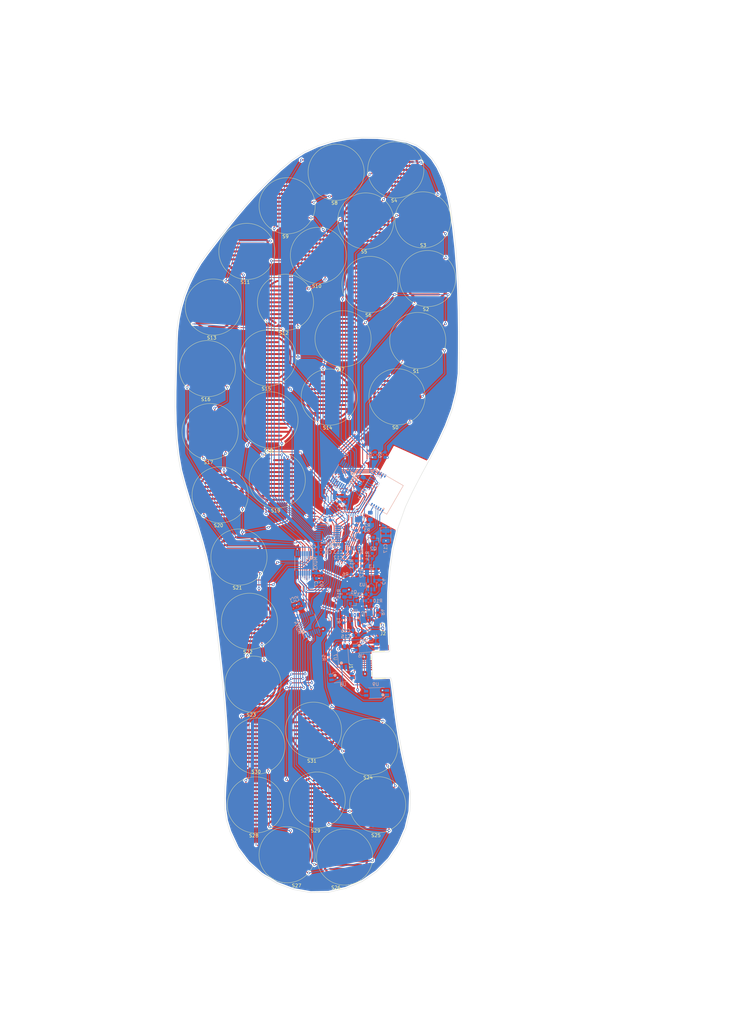
<source format=kicad_pcb>
(kicad_pcb (version 20171130) (host pcbnew "(5.0.0)")
  (layers (0 F.Cu signal) (31 B.Cu signal) (34 B.Paste user hide) (35 F.Paste user hide) (36 B.SilkS user) (37 F.SilkS user) (38 B.Mask user) (39 F.Mask user) (44 Edge.Cuts user))
  (net 0 "")
  (net 1 GND)
  (net 2 +3V3)
  (net 3 +5V)
  (net 4 +BATT)
  (net 5 /U1_A7)
  (net 6 /U1_A6)
  (net 7 /U1_A5)
  (net 8 /U1_A4)
  (net 9 /U1_A3)
  (net 10 /U1_A2)
  (net 11 /U1_A1)
  (net 12 /U1_A0)
  (net 13 /U2_A7)
  (net 14 /U2_A6)
  (net 15 /U2_A5)
  (net 16 /U2_A4)
  (net 17 /U2_A3)
  (net 18 /U2_A2)
  (net 19 /U2_A1)
  (net 20 /U2_A0)
  (net 21 /U1_Data)
  (net 22 /U2_Data)
  (net 23 /U3_Data)
  (net 24 /U4_Data)
  (net 25 /U3_A7)
  (net 26 /U3_A6)
  (net 27 /U3_A5)
  (net 28 /U3_A4)
  (net 29 /U3_A3)
  (net 30 /U3_A2)
  (net 31 /U3_A1)
  (net 32 /U3_A0)
  (net 33 /U4_A7)
  (net 34 /U4_A6)
  (net 35 /U4_A5)
  (net 36 /U4_A4)
  (net 37 /U4_A3)
  (net 38 /U4_A2)
  (net 39 /U4_A1)
  (net 40 /U4_A0)
  (net 41 "Net-(L3-Pad1)")
  (net 42 "Net-(R1-Pad1)")
  (net 43 "Net-(R2-Pad2)")
  (net 44 "Net-(R3-Pad2)")
  (net 45 /S0)
  (net 46 /S1)
  (net 47 /S2)
  (net 48 /MUX_E)
  (net 49 -BATT)
  (net 50 "Net-(C1-Pad1)")
  (net 51 Analog_Batt_Lvl)
  (net 52 Enable_Batt_Lvl)
  (net 53 "Net-(R5-Pad1)")
  (net 54 "Net-(R5-Pad2)")
  (net 55 "Net-(R10-Pad1)")
  (net 56 "Net-(R11-Pad1)")
  (net 57 XRES)
  (net 58 P0.6)
  (net 59 P0.7)
  (net 60 /P0.7_USB)
  (net 61 /P0.6_USB)
  (net 62 /XRES_USB)
  (net 63 "Net-(Q2-Pad3)")
  (net 64 /+3V3_VDDR)
  (net 65 /+3V3_VDD)
  (net 66 /+BATT_CUT)
  (module Resistor_SMD:R_0603_1608Metric (layer B.Cu) (at 192.309453 178.080707 274)
    (fp_text reference R4 (at 0 -1.43 274) (layer B.SilkS) (effects (justify mirror)))
    (fp_text value "390 ohm")
    (pad 2 smd roundrect (at 0.7875 0 274) (size 0.875 0.95) (layers B.Cu B.Paste B.Mask) (net 50 "Net-(C1-Pad1)"))
    (pad 1 smd roundrect (at -0.7875 0 274) (size 0.875 0.95) (layers B.Cu B.Paste B.Mask) (net 4 +BATT))
  )
  (module Capacitor_SMD:C_0603_1608Metric (layer B.Cu) (at 189.529453 172.530707 181)
    (fp_text reference C3 (at 2.530154 -0.127757 181) (layer B.SilkS) (effects (justify mirror)))
    (fp_text value 4.7uF)
    (pad 2 smd roundrect (at 0.7875 0 181) (size 0.875 0.95) (layers B.Cu B.Paste B.Mask) (net 66 /+BATT_CUT))
    (pad 1 smd roundrect (at -0.7875 0 181) (size 0.875 0.95) (layers B.Cu B.Paste B.Mask) (net 1 GND))
  )
  (module Package_TO_SOT_SMD:TSOT-23-5 (layer B.Cu) (at 190.319453 169.740707 91)
    (fp_text reference U3 (at 0.142354 -2.716272 1) (layer B.SilkS) (effects (font (size 0.9 0.9)) (justify mirror)))
    (fp_text value ADP2108AUJ-3.3)
    (pad 5 smd rect (at 1.31 -0.95 91) (size 1.22 0.65) (layers B.Cu B.Paste B.Mask) (net 41 "Net-(L3-Pad1)"))
    (pad 4 smd rect (at 1.31 0.95 91) (size 1.22 0.65) (layers B.Cu B.Paste B.Mask) (net 2 +3V3))
    (pad 3 smd rect (at -1.31 0.95 91) (size 1.22 0.65) (layers B.Cu B.Paste B.Mask) (net 66 /+BATT_CUT))
    (pad 2 smd rect (at -1.31 0 91) (size 1.22 0.65) (layers B.Cu B.Paste B.Mask) (net 1 GND))
    (pad 1 smd rect (at -1.31 -0.95 91) (size 1.22 0.65) (layers B.Cu B.Paste B.Mask) (net 66 /+BATT_CUT))
  )
  (module Inductor_SMD:L_1206_3216Metric (layer B.Cu) (at 190.425453 165.950707 1)
    (fp_text reference L3 (at 0 -1.82 1) (layer B.SilkS) (effects (justify mirror)))
    (fp_text value 1uH)
    (pad 1 smd roundrect (at -1.4 0 1) (size 1.25 1.75) (layers B.Cu B.Paste B.Mask) (roundrect_rratio 0.2) (net 41 "Net-(L3-Pad1)"))
    (pad 2 smd roundrect (at 1.4 0 1) (size 1.25 1.75) (layers B.Cu B.Paste B.Mask) (roundrect_rratio 0.2) (net 2 +3V3))
  )
  (module fsr_footprints:FSR_Circle_7mm (layer F.Cu) (at 164.849453 54.910707 180)
    (fp_text reference S9 (at 0.5 -9.3) (layer F.SilkS))
    (fp_text value FSR)
    (pad 1 smd custom (at -6.7 -1.2 180) (size 0.5 0.5) (layers F.Cu F.Mask) (net 22 /U2_Data) (options (clearance outline) (anchor circle)) (primitives (gr_line (start 12.3 2.4) (end 0.1 2.4) (width 0.6)) (gr_line (start 7.7 7.2) (end 3.3 7.2) (width 0.6)) (gr_line (start 12.3 0) (end 0.1 0) (width 0.6)) (gr_line (start 11.1 4.8) (end 0.9 4.8) (width 0.6)) (gr_line (start 8.1 -4.8) (end 3.3 -4.8) (width 0.6)) (gr_line (start 11.1 -2.4) (end 0.9 -2.4) (width 0.6)) (gr_arc (start 6.7 1.2) (end 3.3 7.2) (angle 120.9) (width 0.6))))
    (pad 2 smd custom (at 6.8 0 180) (size 0.5 0.5) (layers F.Cu F.Mask) (net 19 /U2_A1) (options (clearance outline) (anchor circle)) (primitives (gr_line (start -10.2 -4.8) (end -2 -4.8) (width 0.6)) (gr_line (start -11.8 -2.4) (end -0.4 -2.4) (width 0.6)) (gr_arc (start -6.8 0) (end -3.8 -6.2) (angle 133.6) (width 0.6)) (gr_line (start -12 2.4) (end -0.4 2.4) (width 0.6)) (gr_line (start -12.4 0) (end -0.2 0) (width 0.6)) (gr_line (start -10 4.8) (end -2 4.8) (width 0.6))))
  )
  (module Connector_PinHeader_1.00mm:PinHeader_1x02_P1.00mm_Vertical (layer F.Cu) (at 193.789453 182.860707 4)
    (fp_text reference J2 (at 0 1.56 4) (layer F.SilkS))
    (fp_text value 3V7_Battery)
    (pad 2 thru_hole oval (at 0 -1 4) (size 0.85 0.85) (drill 0.5) (layers *.Cu *.Mask) (net 4 +BATT))
    (pad 1 thru_hole rect (at 0 0 4) (size 0.85 0.85) (drill 0.5) (layers *.Cu *.Mask) (net 49 -BATT))
  )
  (module Package_LGA:Bosch_LGA-14_3x2.5mm_P0.5mm (layer B.Cu) (at 184.899453 157.210707)
    (fp_text reference U2 (at 0 -2.5) (layer B.SilkS) (effects (justify mirror)))
    (fp_text value ISM330DLC)
    (pad 11 smd rect (at 1.2625 -0.75) (size 0.675 0.25) (layers B.Cu B.Paste B.Mask))
    (pad 10 smd rect (at 1.2625 -0.25) (size 0.675 0.25) (layers B.Cu B.Paste B.Mask))
    (pad 9 smd rect (at 1.2625 0.25) (size 0.675 0.25) (layers B.Cu B.Paste B.Mask))
    (pad 8 smd rect (at 1.2625 0.75) (size 0.675 0.25) (layers B.Cu B.Paste B.Mask) (net 2 +3V3))
    (pad 4 smd rect (at -1.2625 0.75) (size 0.675 0.25) (layers B.Cu B.Paste B.Mask))
    (pad 3 smd rect (at -1.2625 0.25) (size 0.675 0.25) (layers B.Cu B.Paste B.Mask) (net 1 GND))
    (pad 2 smd rect (at -1.2625 -0.25) (size 0.675 0.25) (layers B.Cu B.Paste B.Mask) (net 1 GND))
    (pad 1 smd rect (at -1.2625 -0.75) (size 0.675 0.25) (layers B.Cu B.Paste B.Mask) (net 1 GND))
    (pad 7 smd rect (at 0.5 1.0125) (size 0.25 0.675) (layers B.Cu B.Paste B.Mask) (net 1 GND))
    (pad 6 smd rect (at 0 1.0125) (size 0.25 0.675) (layers B.Cu B.Paste B.Mask) (net 1 GND))
    (pad 5 smd rect (at -0.5 1.0125) (size 0.25 0.675) (layers B.Cu B.Paste B.Mask) (net 2 +3V3))
    (pad 12 smd rect (at 0.5 -1.0125) (size 0.25 0.675) (layers B.Cu B.Paste B.Mask))
    (pad 14 smd rect (at -0.5 -1.0125) (size 0.25 0.675) (layers B.Cu B.Paste B.Mask) (net 43 "Net-(R2-Pad2)"))
    (pad 13 smd rect (at 0 -1.0125) (size 0.25 0.675) (layers B.Cu B.Paste B.Mask) (net 44 "Net-(R3-Pad2)"))
  )
  (module Capacitor_SMD:C_0603_1608Metric (layer B.Cu) (at 188.199453 182.910707 274)
    (fp_text reference C1 (at 0 -1.43 274) (layer B.SilkS) (effects (justify mirror)))
    (fp_text value 0.1uF)
    (pad 2 smd roundrect (at 0.7875 0 274) (size 0.875 0.95) (layers B.Cu B.Paste B.Mask) (net 49 -BATT))
    (pad 1 smd roundrect (at -0.7875 0 274) (size 0.875 0.95) (layers B.Cu B.Paste B.Mask) (net 50 "Net-(C1-Pad1)"))
  )
  (module Capacitor_SMD:C_0603_1608Metric (layer B.Cu) (at 167.249453 176.660707 290)
    (fp_text reference C2 (at -2.498995 -0.005009 290) (layer B.SilkS) (effects (justify mirror)))
    (fp_text value 1uF)
    (pad 2 smd roundrect (at 0.7875 0 290) (size 0.875 0.95) (layers B.Cu B.Paste B.Mask) (net 2 +3V3))
    (pad 1 smd roundrect (at -0.7875 0 290) (size 0.875 0.95) (layers B.Cu B.Paste B.Mask) (net 1 GND))
  )
  (module Capacitor_SMD:C_0603_1608Metric (layer B.Cu) (at 192.711453 168.998707 271)
    (fp_text reference C4 (at -0.298367 -1.324038 271) (layer B.SilkS) (effects (justify mirror)))
    (fp_text value 10uF)
    (pad 2 smd roundrect (at 0.7875 0 271) (size 0.875 0.95) (layers B.Cu B.Paste B.Mask) (net 1 GND))
    (pad 1 smd roundrect (at -0.7875 0 271) (size 0.875 0.95) (layers B.Cu B.Paste B.Mask) (net 2 +3V3))
  )
  (module Capacitor_SMD:C_0603_1608Metric (layer B.Cu) (at 168.699453 176.110707 290)
    (fp_text reference C5 (at -2.392243 0.140264 290) (layer B.SilkS) (effects (justify mirror)))
    (fp_text value 0.1uF)
    (pad 2 smd roundrect (at 0.7875 0 290) (size 0.875 0.95) (layers B.Cu B.Paste B.Mask) (net 2 +3V3))
    (pad 1 smd roundrect (at -0.7875 0 290) (size 0.875 0.95) (layers B.Cu B.Paste B.Mask) (net 1 GND))
  )
  (module Capacitor_SMD:C_0603_1608Metric (layer B.Cu) (at 175.299453 166.898207 90)
    (fp_text reference C6 (at -2.5125 0 90) (layer B.SilkS) (effects (justify mirror)))
    (fp_text value 1uF)
    (pad 2 smd roundrect (at 0.7875 0 90) (size 0.875 0.95) (layers B.Cu B.Paste B.Mask) (net 2 +3V3))
    (pad 1 smd roundrect (at -0.7875 0 90) (size 0.875 0.95) (layers B.Cu B.Paste B.Mask) (net 1 GND))
  )
  (module Capacitor_SMD:C_0603_1608Metric (layer B.Cu) (at 173.699453 166.910707 90)
    (fp_text reference C7 (at -2.5 0 90) (layer B.SilkS) (effects (justify mirror)))
    (fp_text value 0.1uF)
    (pad 2 smd roundrect (at 0.7875 0 90) (size 0.875 0.95) (layers B.Cu B.Paste B.Mask) (net 2 +3V3))
    (pad 1 smd roundrect (at -0.7875 0 90) (size 0.875 0.95) (layers B.Cu B.Paste B.Mask) (net 1 GND))
  )
  (module Capacitor_SMD:C_0603_1608Metric (layer B.Cu) (at 175.086953 159.810707 180)
    (fp_text reference C8 (at -2.3125 0 180) (layer B.SilkS) (effects (justify mirror)))
    (fp_text value 1uF)
    (pad 2 smd roundrect (at 0.7875 0 180) (size 0.875 0.95) (layers B.Cu B.Paste B.Mask) (net 2 +3V3))
    (pad 1 smd roundrect (at -0.7875 0 180) (size 0.875 0.95) (layers B.Cu B.Paste B.Mask) (net 1 GND))
  )
  (module Capacitor_SMD:C_0603_1608Metric (layer B.Cu) (at 175.086953 158.210707 180)
    (fp_text reference C9 (at 2.3875 0 180) (layer B.SilkS) (effects (justify mirror)))
    (fp_text value 0.1uF)
    (pad 2 smd roundrect (at 0.7875 0 180) (size 0.875 0.95) (layers B.Cu B.Paste B.Mask) (net 2 +3V3))
    (pad 1 smd roundrect (at -0.7875 0 180) (size 0.875 0.95) (layers B.Cu B.Paste B.Mask) (net 1 GND))
  )
  (module Capacitor_SMD:C_0603_1608Metric (layer B.Cu) (at 180.674453 143.773207 90)
    (fp_text reference C10 (at -2.9375 -0.075 90) (layer B.SilkS) (effects (justify mirror)))
    (fp_text value 1uF)
    (pad 2 smd roundrect (at 0.7875 0 90) (size 0.875 0.95) (layers B.Cu B.Paste B.Mask) (net 2 +3V3))
    (pad 1 smd roundrect (at -0.7875 0 90) (size 0.875 0.95) (layers B.Cu B.Paste B.Mask) (net 1 GND))
  )
  (module Capacitor_SMD:C_0603_1608Metric (layer B.Cu) (at 182.299453 143.785707 90)
    (fp_text reference C11 (at -2.95 -0.075 90) (layer B.SilkS) (effects (justify mirror)))
    (fp_text value 0.1uF)
    (pad 2 smd roundrect (at 0.7875 0 90) (size 0.875 0.95) (layers B.Cu B.Paste B.Mask) (net 2 +3V3))
    (pad 1 smd roundrect (at -0.7875 0 90) (size 0.875 0.95) (layers B.Cu B.Paste B.Mask) (net 1 GND))
  )
  (module Capacitor_SMD:C_0603_1608Metric (layer B.Cu) (at 183.211953 161.310707)
    (fp_text reference C12 (at -2.9125 0.1) (layer B.SilkS) (effects (justify mirror)))
    (fp_text value 1uF)
    (pad 2 smd roundrect (at 0.7875 0) (size 0.875 0.95) (layers B.Cu B.Paste B.Mask) (net 2 +3V3))
    (pad 1 smd roundrect (at -0.7875 0) (size 0.875 0.95) (layers B.Cu B.Paste B.Mask) (net 1 GND))
  )
  (module Capacitor_SMD:C_0603_1608Metric (layer B.Cu) (at 183.211953 159.710707)
    (fp_text reference C13 (at -2.9225 0.03) (layer B.SilkS) (effects (justify mirror)))
    (fp_text value 0.1uF)
    (pad 2 smd roundrect (at 0.7875 0) (size 0.875 0.95) (layers B.Cu B.Paste B.Mask) (net 2 +3V3))
    (pad 1 smd roundrect (at -0.7875 0) (size 0.875 0.95) (layers B.Cu B.Paste B.Mask) (net 1 GND))
  )
  (module Capacitor_SMD:C_0603_1608Metric (layer B.Cu) (at 186.699453 160.910707 180)
    (fp_text reference C14 (at 0.22 1.35 180) (layer B.SilkS) (effects (justify mirror)))
    (fp_text value 0.1uF)
    (pad 2 smd roundrect (at 0.7875 0 180) (size 0.875 0.95) (layers B.Cu B.Paste B.Mask) (net 1 GND))
    (pad 1 smd roundrect (at -0.7875 0 180) (size 0.875 0.95) (layers B.Cu B.Paste B.Mask) (net 51 Analog_Batt_Lvl))
  )
  (module Inductor_SMD:L_0805_2012Metric_Pad1.15x1.40mm_HandSolder (layer B.Cu) (at 190.029453 148.855707 90)
    (fp_text reference L1 (at 0 -1.65 90) (layer B.SilkS) (effects (justify mirror)))
    (fp_text value "300ohm 100MHz")
    (pad 2 smd roundrect (at 1.025 0 90) (size 1.15 1.4) (layers B.Cu B.Paste B.Mask) (roundrect_rratio 0.217391) (net 64 /+3V3_VDDR))
    (pad 1 smd roundrect (at -1.025 0 90) (size 1.15 1.4) (layers B.Cu B.Paste B.Mask) (roundrect_rratio 0.217391) (net 2 +3V3))
  )
  (module Inductor_SMD:L_0805_2012Metric_Pad1.15x1.40mm_HandSolder (layer B.Cu) (at 187.349453 138.020707 60)
    (fp_text reference L2 (at 0 -1.65 60) (layer B.SilkS) (effects (justify mirror)))
    (fp_text value "300ohm 100MHz")
    (pad 2 smd roundrect (at 1.025 0 60) (size 1.15 1.4) (layers B.Cu B.Paste B.Mask) (roundrect_rratio 0.217391) (net 65 /+3V3_VDD))
    (pad 1 smd roundrect (at -1.025 0 60) (size 1.15 1.4) (layers B.Cu B.Paste B.Mask) (roundrect_rratio 0.217391) (net 2 +3V3))
  )
  (module Package_SO:TSSOP-16_4.4x5mm_P0.65mm (layer B.Cu) (at 181.799453 136.410707 240)
    (fp_text reference MUX1 (at 0 -3.55 240) (layer B.SilkS) (effects (justify mirror)))
    (fp_text value CD74HC4051)
    (pad 16 smd rect (at 2.95 -2.275 240) (size 1.5 0.45) (layers B.Cu B.Paste B.Mask) (net 2 +3V3))
    (pad 15 smd rect (at 2.95 -1.625 240) (size 1.5 0.45) (layers B.Cu B.Paste B.Mask) (net 10 /U1_A2))
    (pad 14 smd rect (at 2.95 -0.975 240) (size 1.5 0.45) (layers B.Cu B.Paste B.Mask) (net 11 /U1_A1))
    (pad 13 smd rect (at 2.95 -0.325 240) (size 1.5 0.45) (layers B.Cu B.Paste B.Mask) (net 12 /U1_A0))
    (pad 12 smd rect (at 2.95 0.325 240) (size 1.5 0.45) (layers B.Cu B.Paste B.Mask) (net 9 /U1_A3))
    (pad 11 smd rect (at 2.95 0.975 240) (size 1.5 0.45) (layers B.Cu B.Paste B.Mask) (net 45 /S0))
    (pad 10 smd rect (at 2.95 1.625 240) (size 1.5 0.45) (layers B.Cu B.Paste B.Mask) (net 46 /S1))
    (pad 9 smd rect (at 2.95 2.275 240) (size 1.5 0.45) (layers B.Cu B.Paste B.Mask) (net 47 /S2))
    (pad 8 smd rect (at -2.95 2.275 240) (size 1.5 0.45) (layers B.Cu B.Paste B.Mask) (net 1 GND))
    (pad 7 smd rect (at -2.95 1.625 240) (size 1.5 0.45) (layers B.Cu B.Paste B.Mask) (net 1 GND))
    (pad 6 smd rect (at -2.95 0.975 240) (size 1.5 0.45) (layers B.Cu B.Paste B.Mask) (net 48 /MUX_E))
    (pad 5 smd rect (at -2.95 0.325 240) (size 1.5 0.45) (layers B.Cu B.Paste B.Mask) (net 7 /U1_A5))
    (pad 4 smd rect (at -2.95 -0.325 240) (size 1.5 0.45) (layers B.Cu B.Paste B.Mask) (net 5 /U1_A7))
    (pad 3 smd rect (at -2.95 -0.975 240) (size 1.5 0.45) (layers B.Cu B.Paste B.Mask) (net 2 +3V3))
    (pad 2 smd rect (at -2.95 -1.625 240) (size 1.5 0.45) (layers B.Cu B.Paste B.Mask) (net 6 /U1_A6))
    (pad 1 smd rect (at -2.95 -2.275 240) (size 1.5 0.45) (layers B.Cu B.Paste B.Mask) (net 8 /U1_A4))
  )
  (module Package_SO:TSSOP-16_4.4x5mm_P0.65mm (layer B.Cu) (at 177.199453 154.210707 180)
    (fp_text reference MUX2 (at -1.7 -3.6 180) (layer B.SilkS) (effects (justify mirror)))
    (fp_text value CD74HC4051)
    (pad 16 smd rect (at 2.95 -2.275 180) (size 1.5 0.45) (layers B.Cu B.Paste B.Mask) (net 2 +3V3))
    (pad 15 smd rect (at 2.95 -1.625 180) (size 1.5 0.45) (layers B.Cu B.Paste B.Mask) (net 18 /U2_A2))
    (pad 14 smd rect (at 2.95 -0.975 180) (size 1.5 0.45) (layers B.Cu B.Paste B.Mask) (net 19 /U2_A1))
    (pad 13 smd rect (at 2.95 -0.325 180) (size 1.5 0.45) (layers B.Cu B.Paste B.Mask) (net 20 /U2_A0))
    (pad 12 smd rect (at 2.95 0.325 180) (size 1.5 0.45) (layers B.Cu B.Paste B.Mask) (net 17 /U2_A3))
    (pad 11 smd rect (at 2.95 0.975 180) (size 1.5 0.45) (layers B.Cu B.Paste B.Mask) (net 45 /S0))
    (pad 10 smd rect (at 2.95 1.625 180) (size 1.5 0.45) (layers B.Cu B.Paste B.Mask) (net 46 /S1))
    (pad 9 smd rect (at 2.95 2.275 180) (size 1.5 0.45) (layers B.Cu B.Paste B.Mask) (net 47 /S2))
    (pad 8 smd rect (at -2.95 2.275 180) (size 1.5 0.45) (layers B.Cu B.Paste B.Mask) (net 1 GND))
    (pad 7 smd rect (at -2.95 1.625 180) (size 1.5 0.45) (layers B.Cu B.Paste B.Mask) (net 1 GND))
    (pad 6 smd rect (at -2.95 0.975 180) (size 1.5 0.45) (layers B.Cu B.Paste B.Mask) (net 48 /MUX_E))
    (pad 5 smd rect (at -2.95 0.325 180) (size 1.5 0.45) (layers B.Cu B.Paste B.Mask) (net 15 /U2_A5))
    (pad 4 smd rect (at -2.95 -0.325 180) (size 1.5 0.45) (layers B.Cu B.Paste B.Mask) (net 13 /U2_A7))
    (pad 3 smd rect (at -2.95 -0.975 180) (size 1.5 0.45) (layers B.Cu B.Paste B.Mask) (net 2 +3V3))
    (pad 2 smd rect (at -2.95 -1.625 180) (size 1.5 0.45) (layers B.Cu B.Paste B.Mask) (net 14 /U2_A6))
    (pad 1 smd rect (at -2.95 -2.275 180) (size 1.5 0.45) (layers B.Cu B.Paste B.Mask) (net 16 /U2_A4))
  )
  (module Package_SO:TSSOP-16_4.4x5mm_P0.65mm (layer B.Cu) (at 169.899453 163.160707 270)
    (fp_text reference MUX3 (at 0 -3.55 270) (layer B.SilkS) (effects (justify mirror)))
    (fp_text value CD74HC4051)
    (pad 16 smd rect (at 2.95 -2.275 270) (size 1.5 0.45) (layers B.Cu B.Paste B.Mask) (net 2 +3V3))
    (pad 15 smd rect (at 2.95 -1.625 270) (size 1.5 0.45) (layers B.Cu B.Paste B.Mask) (net 30 /U3_A2))
    (pad 14 smd rect (at 2.95 -0.975 270) (size 1.5 0.45) (layers B.Cu B.Paste B.Mask) (net 31 /U3_A1))
    (pad 13 smd rect (at 2.95 -0.325 270) (size 1.5 0.45) (layers B.Cu B.Paste B.Mask) (net 32 /U3_A0))
    (pad 12 smd rect (at 2.95 0.325 270) (size 1.5 0.45) (layers B.Cu B.Paste B.Mask) (net 29 /U3_A3))
    (pad 11 smd rect (at 2.95 0.975 270) (size 1.5 0.45) (layers B.Cu B.Paste B.Mask) (net 45 /S0))
    (pad 10 smd rect (at 2.95 1.625 270) (size 1.5 0.45) (layers B.Cu B.Paste B.Mask) (net 46 /S1))
    (pad 9 smd rect (at 2.95 2.275 270) (size 1.5 0.45) (layers B.Cu B.Paste B.Mask) (net 47 /S2))
    (pad 8 smd rect (at -2.95 2.275 270) (size 1.5 0.45) (layers B.Cu B.Paste B.Mask) (net 1 GND))
    (pad 7 smd rect (at -2.95 1.625 270) (size 1.5 0.45) (layers B.Cu B.Paste B.Mask) (net 1 GND))
    (pad 6 smd rect (at -2.95 0.975 270) (size 1.5 0.45) (layers B.Cu B.Paste B.Mask) (net 48 /MUX_E))
    (pad 5 smd rect (at -2.95 0.325 270) (size 1.5 0.45) (layers B.Cu B.Paste B.Mask) (net 27 /U3_A5))
    (pad 4 smd rect (at -2.95 -0.325 270) (size 1.5 0.45) (layers B.Cu B.Paste B.Mask) (net 25 /U3_A7))
    (pad 3 smd rect (at -2.95 -0.975 270) (size 1.5 0.45) (layers B.Cu B.Paste B.Mask) (net 2 +3V3))
    (pad 2 smd rect (at -2.95 -1.625 270) (size 1.5 0.45) (layers B.Cu B.Paste B.Mask) (net 26 /U3_A6))
    (pad 1 smd rect (at -2.95 -2.275 270) (size 1.5 0.45) (layers B.Cu B.Paste B.Mask) (net 28 /U3_A4))
  )
  (module Package_SO:TSSOP-16_4.4x5mm_P0.65mm (layer B.Cu) (at 171.349453 181.460707 110)
    (fp_text reference MUX4 (at 0 -3.55 110) (layer B.SilkS) (effects (justify mirror)))
    (fp_text value CD74HC4051)
    (pad 16 smd rect (at 2.95 -2.275 110) (size 1.5 0.45) (layers B.Cu B.Paste B.Mask) (net 2 +3V3))
    (pad 15 smd rect (at 2.95 -1.625 110) (size 1.5 0.45) (layers B.Cu B.Paste B.Mask) (net 38 /U4_A2))
    (pad 14 smd rect (at 2.95 -0.975 110) (size 1.5 0.45) (layers B.Cu B.Paste B.Mask) (net 39 /U4_A1))
    (pad 13 smd rect (at 2.95 -0.325 110) (size 1.5 0.45) (layers B.Cu B.Paste B.Mask) (net 40 /U4_A0))
    (pad 12 smd rect (at 2.95 0.325 110) (size 1.5 0.45) (layers B.Cu B.Paste B.Mask) (net 37 /U4_A3))
    (pad 11 smd rect (at 2.95 0.975 110) (size 1.5 0.45) (layers B.Cu B.Paste B.Mask) (net 45 /S0))
    (pad 10 smd rect (at 2.95 1.625 110) (size 1.5 0.45) (layers B.Cu B.Paste B.Mask) (net 46 /S1))
    (pad 9 smd rect (at 2.95 2.275 110) (size 1.5 0.45) (layers B.Cu B.Paste B.Mask) (net 47 /S2))
    (pad 8 smd rect (at -2.95 2.275 110) (size 1.5 0.45) (layers B.Cu B.Paste B.Mask) (net 1 GND))
    (pad 7 smd rect (at -2.95 1.625 110) (size 1.5 0.45) (layers B.Cu B.Paste B.Mask) (net 1 GND))
    (pad 6 smd rect (at -2.95 0.975 110) (size 1.5 0.45) (layers B.Cu B.Paste B.Mask) (net 48 /MUX_E))
    (pad 5 smd rect (at -2.95 0.325 110) (size 1.5 0.45) (layers B.Cu B.Paste B.Mask) (net 35 /U4_A5))
    (pad 4 smd rect (at -2.95 -0.325 110) (size 1.5 0.45) (layers B.Cu B.Paste B.Mask) (net 33 /U4_A7))
    (pad 3 smd rect (at -2.95 -0.975 110) (size 1.5 0.45) (layers B.Cu B.Paste B.Mask) (net 2 +3V3))
    (pad 2 smd rect (at -2.95 -1.625 110) (size 1.5 0.45) (layers B.Cu B.Paste B.Mask) (net 34 /U4_A6))
    (pad 1 smd rect (at -2.95 -2.275 110) (size 1.5 0.45) (layers B.Cu B.Paste B.Mask) (net 36 /U4_A4))
  )
  (module Package_TO_SOT_SMD:SOT-23 (layer B.Cu) (at 190.999453 156.310707 90)
    (fp_text reference Q2 (at -2.43 -0.03) (layer B.SilkS) (effects (justify mirror)))
    (fp_text value Q_PMOS_GSD)
    (pad 3 smd rect (at 1 0 90) (size 0.9 0.8) (layers B.Cu B.Paste B.Mask) (net 63 "Net-(Q2-Pad3)"))
    (pad 2 smd rect (at -1 0.95 90) (size 0.9 0.8) (layers B.Cu B.Paste B.Mask) (net 66 /+BATT_CUT))
    (pad 1 smd rect (at -1 -0.95 90) (size 0.9 0.8) (layers B.Cu B.Paste B.Mask) (net 52 Enable_Batt_Lvl))
  )
  (module Resistor_SMD:R_0603_1608Metric (layer B.Cu) (at 181.818238 180.394286 93)
    (fp_text reference R1 (at 0 -1.43 93) (layer B.SilkS) (effects (justify mirror)))
    (fp_text value 10k)
    (pad 2 smd roundrect (at 0.7875 0 93) (size 0.875 0.95) (layers B.Cu B.Paste B.Mask) (net 49 -BATT))
    (pad 1 smd roundrect (at -0.7875 0 93) (size 0.875 0.95) (layers B.Cu B.Paste B.Mask) (net 42 "Net-(R1-Pad1)"))
  )
  (module Resistor_SMD:R_0603_1608Metric (layer B.Cu) (at 186.611953 151.610707 180)
    (fp_text reference R2 (at -2.4875 -0.1 180) (layer B.SilkS) (effects (justify mirror)))
    (fp_text value 10k)
    (pad 2 smd roundrect (at 0.7875 0 180) (size 0.875 0.95) (layers B.Cu B.Paste B.Mask) (net 43 "Net-(R2-Pad2)"))
    (pad 1 smd roundrect (at -0.7875 0 180) (size 0.875 0.95) (layers B.Cu B.Paste B.Mask) (net 2 +3V3))
  )
  (module Resistor_SMD:R_0603_1608Metric (layer B.Cu) (at 186.599453 153.210707 180)
    (fp_text reference R3 (at -2.4 0 180) (layer B.SilkS) (effects (justify mirror)))
    (fp_text value 10k)
    (pad 2 smd roundrect (at 0.7875 0 180) (size 0.875 0.95) (layers B.Cu B.Paste B.Mask) (net 44 "Net-(R3-Pad2)"))
    (pad 1 smd roundrect (at -0.7875 0 180) (size 0.875 0.95) (layers B.Cu B.Paste B.Mask) (net 2 +3V3))
  )
  (module Resistor_SMD:R_0603_1608Metric (layer B.Cu) (at 177.399453 191.610707 94)
    (fp_text reference R5 (at 0 -1.43 94) (layer B.SilkS) (effects (justify mirror)))
    (fp_text value 0-1k)
    (pad 2 smd roundrect (at 0.7875 0 94) (size 0.875 0.95) (layers B.Cu B.Paste B.Mask) (net 54 "Net-(R5-Pad2)"))
    (pad 1 smd roundrect (at -0.7875 0 94) (size 0.875 0.95) (layers B.Cu B.Paste B.Mask) (net 53 "Net-(R5-Pad1)"))
  )
  (module Resistor_SMD:R_0603_1608Metric (layer B.Cu) (at 185.011953 166.510707 180)
    (fp_text reference R6 (at 2.5125 0 180) (layer B.SilkS) (effects (justify mirror)))
    (fp_text value 10k)
    (pad 2 smd roundrect (at 0.7875 0 180) (size 0.875 0.95) (layers B.Cu B.Paste B.Mask) (net 24 /U4_Data))
    (pad 1 smd roundrect (at -0.7875 0 180) (size 0.875 0.95) (layers B.Cu B.Paste B.Mask) (net 1 GND))
  )
  (module Resistor_SMD:R_0603_1608Metric (layer B.Cu) (at 177.099453 150.060707 180)
    (fp_text reference R7 (at 2.5 -0.05 180) (layer B.SilkS) (effects (justify mirror)))
    (fp_text value 10k)
    (pad 2 smd roundrect (at 0.7875 0 180) (size 0.875 0.95) (layers B.Cu B.Paste B.Mask) (net 23 /U3_Data))
    (pad 1 smd roundrect (at -0.7875 0 180) (size 0.875 0.95) (layers B.Cu B.Paste B.Mask) (net 1 GND))
  )
  (module Resistor_SMD:R_0603_1608Metric (layer B.Cu) (at 191.499453 130.298207 90)
    (fp_text reference R8 (at 0 -1.43 90) (layer B.SilkS) (effects (justify mirror)))
    (fp_text value 10k)
    (pad 2 smd roundrect (at 0.7875 0 90) (size 0.875 0.95) (layers B.Cu B.Paste B.Mask) (net 22 /U2_Data))
    (pad 1 smd roundrect (at -0.7875 0 90) (size 0.875 0.95) (layers B.Cu B.Paste B.Mask) (net 1 GND))
  )
  (module Resistor_SMD:R_0603_1608Metric (layer B.Cu) (at 194.499453 130.310707 90)
    (fp_text reference R9 (at 0 -1.43 90) (layer B.SilkS) (effects (justify mirror)))
    (fp_text value 10k)
    (pad 2 smd roundrect (at 0.7875 0 90) (size 0.875 0.95) (layers B.Cu B.Paste B.Mask) (net 21 /U1_Data))
    (pad 1 smd roundrect (at -0.7875 0 90) (size 0.875 0.95) (layers B.Cu B.Paste B.Mask) (net 1 GND))
  )
  (module Resistor_SMD:R_0603_1608Metric (layer B.Cu) (at 189.464953 174.452707 180)
    (fp_text reference R10 (at -2.8245 -0.078 180) (layer B.SilkS) (effects (justify mirror)))
    (fp_text value 2.7k)
    (pad 2 smd roundrect (at 0.7875 0 180) (size 0.875 0.95) (layers B.Cu B.Paste B.Mask) (net 1 GND))
    (pad 1 smd roundrect (at -0.7875 0 180) (size 0.875 0.95) (layers B.Cu B.Paste B.Mask) (net 55 "Net-(R10-Pad1)"))
  )
  (module Resistor_SMD:R_0603_1608Metric (layer B.Cu) (at 190.91495 185.810707 5)
    (fp_text reference R11 (at -2.848361 0.252711 5) (layer B.SilkS) (effects (justify mirror)))
    (fp_text value "100-500 ohm")
    (pad 2 smd roundrect (at 0.7875 0 5) (size 0.875 0.95) (layers B.Cu B.Paste B.Mask) (net 2 +3V3))
    (pad 1 smd roundrect (at -0.7875 0 5) (size 0.875 0.95) (layers B.Cu B.Paste B.Mask) (net 56 "Net-(R11-Pad1)"))
  )
  (module Resistor_SMD:R_0603_1608Metric (layer B.Cu) (at 187.499453 163.198207 90)
    (fp_text reference R12 (at -2.9125 -0.1 90) (layer B.SilkS) (effects (justify mirror)))
    (fp_text value 10k)
    (pad 2 smd roundrect (at 0.7875 0 90) (size 0.875 0.95) (layers B.Cu B.Paste B.Mask) (net 51 Analog_Batt_Lvl))
    (pad 1 smd roundrect (at -0.7875 0 90) (size 0.875 0.95) (layers B.Cu B.Paste B.Mask) (net 63 "Net-(Q2-Pad3)"))
  )
  (module Resistor_SMD:R_0603_1608Metric (layer B.Cu) (at 185.799453 163.210707 270)
    (fp_text reference R13 (at 0.1 1.4 270) (layer B.SilkS) (effects (justify mirror)))
    (fp_text value 10k)
    (pad 2 smd roundrect (at 0.7875 0 270) (size 0.875 0.95) (layers B.Cu B.Paste B.Mask) (net 1 GND))
    (pad 1 smd roundrect (at -0.7875 0 270) (size 0.875 0.95) (layers B.Cu B.Paste B.Mask) (net 51 Analog_Batt_Lvl))
  )
  (module Resistor_SMD:R_0603_1608Metric (layer B.Cu) (at 190.599453 160.923207 90)
    (fp_text reference R14 (at 0 -1.43 90) (layer B.SilkS) (effects (justify mirror)))
    (fp_text value 100k)
    (pad 2 smd roundrect (at 0.7875 0 90) (size 0.875 0.95) (layers B.Cu B.Paste B.Mask) (net 52 Enable_Batt_Lvl))
    (pad 1 smd roundrect (at -0.7875 0 90) (size 0.875 0.95) (layers B.Cu B.Paste B.Mask) (net 66 /+BATT_CUT))
  )
  (module Package_TO_SOT_SMD:TSOT-23-5 (layer B.Cu) (at 185.399453 180.110707 273)
    (fp_text reference U1 (at -2.60167 -0.036211 183) (layer B.SilkS) (effects (font (size 0.9 0.9)) (justify mirror)))
    (fp_text value STC4054-4.2)
    (pad 5 smd rect (at 1.31 -0.95 273) (size 1.22 0.65) (layers B.Cu B.Paste B.Mask) (net 42 "Net-(R1-Pad1)"))
    (pad 4 smd rect (at 1.31 0.95 273) (size 1.22 0.65) (layers B.Cu B.Paste B.Mask) (net 3 +5V))
    (pad 3 smd rect (at -1.31 0.95 273) (size 1.22 0.65) (layers B.Cu B.Paste B.Mask) (net 4 +BATT))
    (pad 2 smd rect (at -1.31 0 273) (size 1.22 0.65) (layers B.Cu B.Paste B.Mask) (net 49 -BATT))
    (pad 1 smd rect (at -1.31 -0.95 273) (size 1.22 0.65) (layers B.Cu B.Paste B.Mask))
  )
  (module Digikey_EZ_BLE:CYBLE-222014-01 (layer B.Cu) (at 191.929453 140.550707 240)
    (fp_text reference U4 (at -4 13 240) (layer B.SilkS) (effects (justify mirror)))
    (fp_text value CYBLE-222014-01)
    (pad 1 smd rect (at 4.89 -4.91 240) (size 1 0.41) (layers B.Cu B.Paste B.Mask) (net 1 GND))
    (pad 2 smd rect (at 4.89 -4.14 240) (size 1 0.41) (layers B.Cu B.Paste B.Mask))
    (pad 3 smd rect (at 4.89 -3.38 240) (size 1 0.41) (layers B.Cu B.Paste B.Mask) (net 52 Enable_Batt_Lvl))
    (pad 4 smd rect (at 4.89 -2.62 240) (size 1 0.41) (layers B.Cu B.Paste B.Mask) (net 51 Analog_Batt_Lvl))
    (pad 5 smd rect (at 4.89 -1.86 240) (size 1 0.41) (layers B.Cu B.Paste B.Mask) (net 64 /+3V3_VDDR))
    (pad 7 smd rect (at 4.34 3.19 330) (size 1 0.41) (layers B.Cu B.Paste B.Mask) (net 48 /MUX_E))
    (pad 8 smd rect (at 3.58 3.19 330) (size 1 0.41) (layers B.Cu B.Paste B.Mask) (net 59 P0.7))
    (pad 9 smd rect (at 2.81 3.19 330) (size 1 0.41) (layers B.Cu B.Paste B.Mask) (net 43 "Net-(R2-Pad2)"))
    (pad 10 smd rect (at 2.05 3.19 330) (size 1 0.41) (layers B.Cu B.Paste B.Mask) (net 44 "Net-(R3-Pad2)"))
    (pad 11 smd rect (at 1.29 3.19 330) (size 1 0.41) (layers B.Cu B.Paste B.Mask) (net 1 GND))
    (pad 12 smd rect (at 0.53 3.19 330) (size 1 0.41) (layers B.Cu B.Paste B.Mask) (net 58 P0.6))
    (pad 13 smd rect (at -0.23 3.19 330) (size 1 0.41) (layers B.Cu B.Paste B.Mask) (net 24 /U4_Data))
    (pad 14 smd rect (at -1 3.19 330) (size 1 0.41) (layers B.Cu B.Paste B.Mask) (net 65 /+3V3_VDD))
    (pad 15 smd rect (at -1.76 3.19 330) (size 1 0.41) (layers B.Cu B.Paste B.Mask) (net 57 XRES))
    (pad 16 smd rect (at -2.52 3.19 330) (size 1 0.41) (layers B.Cu B.Paste B.Mask) (net 23 /U3_Data))
    (pad 17 smd rect (at -3.28 3.19 330) (size 1 0.41) (layers B.Cu B.Paste B.Mask) (net 22 /U2_Data))
    (pad 18 smd rect (at -4.04 3.19 330) (size 1 0.41) (layers B.Cu B.Paste B.Mask) (net 21 /U1_Data))
    (pad 19 smd rect (at -4.6 1.95 240) (size 1 0.41) (layers B.Cu B.Paste B.Mask) (net 45 /S0))
    (pad 20 smd rect (at -4.6 1.19 240) (size 1 0.41) (layers B.Cu B.Paste B.Mask) (net 46 /S1))
    (pad 21 smd rect (at -4.6 0.43 240) (size 1 0.41) (layers B.Cu B.Paste B.Mask) (net 47 /S2))
    (pad 22 smd rect (at -4.6 -0.33 240) (size 1 0.41) (layers B.Cu B.Paste B.Mask))
    (pad 6 smd rect (at 4.89 -1.1 240) (size 1 0.41) (layers B.Cu B.Paste B.Mask))
  )
  (module SamacSys_Parts:AP9211SAACHAC7 (layer B.Cu) (at 189.849453 178.260707 4)
    (fp_text reference U5 (at -1.955713 0.013605 -86) (layer B.SilkS) (effects (font (size 0.9 0.9)) (justify mirror)))
    (fp_text value AP9211SA-AN-HAC-7 hide)
    (pad 7 smd rect (at 0 0 94) (size 1.8 1.8) (layers B.Cu B.Paste B.Mask))
    (pad 6 smd rect (at -0.599 -1.35 94) (size 0.5 0.75) (layers B.Cu B.Paste B.Mask) (net 1 GND))
    (pad 5 smd rect (at 0.176 -1.35 4) (size 0.4 0.5) (layers B.Cu B.Paste B.Mask) (net 55 "Net-(R10-Pad1)"))
    (pad 4 smd rect (at 0.776 -1.35 4) (size 0.4 0.5) (layers B.Cu B.Paste B.Mask))
    (pad 3 smd rect (at 0.776 1.35 4) (size 0.4 0.5) (layers B.Cu B.Paste B.Mask) (net 50 "Net-(C1-Pad1)"))
    (pad 2 smd rect (at 0.176004 1.35 4) (size 0.4 0.5) (layers B.Cu B.Paste B.Mask) (net 49 -BATT))
    (pad 1 smd rect (at -0.599 1.35 94) (size 0.5 0.75) (layers B.Cu B.Paste B.Mask) (net 49 -BATT))
  )
  (module Package_SO:SOP-4_4.4x2.8mm_P1.27mm (layer B.Cu) (at 188.599453 188.510707 5)
    (fp_text reference U6 (at -1.521658 2.476804 5) (layer B.SilkS) (effects (justify mirror)))
    (fp_text value TCMT1100)
    (pad 4 smd rect (at 3.15 -0.64 5) (size 1.3 0.8) (layers B.Cu B.Paste B.Mask) (net 2 +3V3))
    (pad 3 smd rect (at 3.15 0.64 5) (size 1.3 0.8) (layers B.Cu B.Paste B.Mask) (net 54 "Net-(R5-Pad2)"))
    (pad 2 smd rect (at -3.15 0.64 5) (size 1.3 0.8) (layers B.Cu B.Paste B.Mask) (net 3 +5V))
    (pad 1 smd rect (at -3.15 -0.64 5) (size 1.3 0.8) (layers B.Cu B.Paste B.Mask) (net 56 "Net-(R11-Pad1)"))
  )
  (module Package_SO:SOP-4_4.4x2.8mm_P1.27mm (layer B.Cu) (at 181.799453 191.410707 94)
    (fp_text reference U7 (at 0 -2.4 94) (layer B.SilkS) (effects (justify mirror)))
    (fp_text value TCMT1100)
    (pad 4 smd rect (at 3.15 -0.64 94) (size 1.3 0.8) (layers B.Cu B.Paste B.Mask) (net 62 /XRES_USB))
    (pad 3 smd rect (at 3.15 0.64 94) (size 1.3 0.8) (layers B.Cu B.Paste B.Mask) (net 57 XRES))
    (pad 2 smd rect (at -3.15 0.64 94) (size 1.3 0.8) (layers B.Cu B.Paste B.Mask) (net 1 GND))
    (pad 1 smd rect (at -3.15 -0.64 94) (size 1.3 0.8) (layers B.Cu B.Paste B.Mask) (net 53 "Net-(R5-Pad1)"))
  )
  (module Package_SO:SOP-4_4.4x2.8mm_P1.27mm (layer B.Cu) (at 181.299453 197.510707 6)
    (fp_text reference U8 (at 0.246393 2.439117 6) (layer B.SilkS) (effects (justify mirror)))
    (fp_text value TCMT1100)
    (pad 4 smd rect (at 3.15 -0.64 6) (size 1.3 0.8) (layers B.Cu B.Paste B.Mask) (net 61 /P0.6_USB))
    (pad 3 smd rect (at 3.15 0.64 6) (size 1.3 0.8) (layers B.Cu B.Paste B.Mask) (net 58 P0.6))
    (pad 2 smd rect (at -3.15 0.64 6) (size 1.3 0.8) (layers B.Cu B.Paste B.Mask) (net 1 GND))
    (pad 1 smd rect (at -3.15 -0.64 6) (size 1.3 0.8) (layers B.Cu B.Paste B.Mask) (net 53 "Net-(R5-Pad1)"))
  )
  (module Package_SO:SOP-4_4.4x2.8mm_P1.27mm (layer B.Cu) (at 191.929453 202.420707 182)
    (fp_text reference U9 (at 0.157364 2.657111 182) (layer B.SilkS) (effects (justify mirror)))
    (fp_text value TCMT1100)
    (pad 4 smd rect (at 3.15 -0.64 182) (size 1.3 0.8) (layers B.Cu B.Paste B.Mask) (net 60 /P0.7_USB))
    (pad 3 smd rect (at 3.15 0.64 182) (size 1.3 0.8) (layers B.Cu B.Paste B.Mask) (net 59 P0.7))
    (pad 2 smd rect (at -3.15 0.64 182) (size 1.3 0.8) (layers B.Cu B.Paste B.Mask) (net 1 GND))
    (pad 1 smd rect (at -3.15 -0.64 182) (size 1.3 0.8) (layers B.Cu B.Paste B.Mask) (net 53 "Net-(R5-Pad1)"))
  )
  (module Capacitor_SMD:C_0603_1608Metric (layer B.Cu) (at 185.713871 184.91564 184)
    (fp_text reference C15 (at 3.094999 -0.155001 184) (layer B.SilkS) (effects (justify mirror)))
    (fp_text value 1uF)
    (pad 2 smd roundrect (at 0.7875 0 184) (size 0.875 0.95) (layers B.Cu B.Paste B.Mask) (net 3 +5V))
    (pad 1 smd roundrect (at -0.7875 0 184) (size 0.875 0.95) (layers B.Cu B.Paste B.Mask) (net 49 -BATT))
  )
  (module Capacitor_SMD:C_0603_1608Metric (layer B.Cu) (at 185.594452 183.345706 184)
    (fp_text reference C16 (at 3.044999 -0.015001 184) (layer B.SilkS) (effects (justify mirror)))
    (fp_text value 0.1uF)
    (pad 2 smd roundrect (at 0.7875 0 184) (size 0.875 0.95) (layers B.Cu B.Paste B.Mask) (net 3 +5V))
    (pad 1 smd roundrect (at -0.7875 0 184) (size 0.875 0.95) (layers B.Cu B.Paste B.Mask) (net 49 -BATT))
  )
  (module Connector_USB:USB_Micro_CustomV2 (layer F.Cu) (at 192.879453 193.930707 272)
    (fp_text reference J1 (at 0 8.7 272) (layer F.SilkS))
    (fp_text value Conn_Micro_USB)
    (pad 6 smd custom (at -5.2 2.6 272) (size 1.6 2.4) (layers F.Cu F.Paste F.Mask) (net 49 -BATT) (options (clearance outline) (anchor rect)) (primitives (gr_poly (pts (xy 0.8 1.2) (xy 1.025 1.2) (xy 1.75 0.6) (xy 1.75 -0.2) (xy 0.8 -0.2)) (width 0))))
    (pad 6 smd custom (at 5.2 2.6 272) (size 1.6 2.4) (layers F.Cu F.Paste F.Mask) (net 49 -BATT) (options (clearance outline) (anchor rect)) (primitives (gr_poly (pts (xy -0.8 1.2) (xy -1.025 1.2) (xy -1.75 0.6) (xy -1.75 -0.2) (xy -0.8 -0.2)) (width 0))))
    (pad 6 smd rect (at 2.55 4.55 272) (size 1.8 1.5) (layers F.Cu F.Paste F.Mask) (net 49 -BATT))
    (pad 6 smd rect (at -2.55 4.55 272) (size 1.8 1.5) (layers F.Cu F.Paste F.Mask) (net 49 -BATT))
    (pad 6 smd rect (at 5.15 -1.7 272) (size 1.6 2.4) (layers F.Cu F.Paste F.Mask) (net 49 -BATT))
    (pad 6 smd rect (at -5.15 -1.7 272) (size 1.6 2.4) (layers F.Cu F.Paste F.Mask) (net 49 -BATT))
    (pad 5 smd rect (at 1.3 2.925 272) (size 0.4 1.05) (layers F.Cu F.Paste F.Mask) (net 49 -BATT))
    (pad 4 smd rect (at 0.65 2.925 272) (size 0.4 1.05) (layers F.Cu F.Paste F.Mask) (net 60 /P0.7_USB))
    (pad 3 smd rect (at 0 2.925 272) (size 0.4 1.05) (layers F.Cu F.Paste F.Mask) (net 61 /P0.6_USB))
    (pad 2 smd rect (at -0.65 2.925 272) (size 0.4 1.05) (layers F.Cu F.Paste F.Mask) (net 62 /XRES_USB))
    (pad 1 smd rect (at -1.3 2.925 272) (size 0.4 1.05) (layers F.Cu F.Paste F.Mask) (net 3 +5V))
  )
  (module Capacitor_Tantalum_SMD:CP_EIA-3528-12_Kemet-T (layer B.Cu) (at 194.749453 154.800707 270)
    (fp_text reference C17 (at 3.82 0.12 270) (layer B.SilkS) (effects (justify mirror)))
    (fp_text value 100uF)
    (pad 2 smd roundrect (at 1.5375 0 270) (size 1.325 2.35) (layers B.Cu B.Paste B.Mask) (roundrect_rratio 0.188679) (net 1 GND))
    (pad 1 smd roundrect (at -1.5375 0 270) (size 1.325 2.35) (layers B.Cu B.Paste B.Mask) (roundrect_rratio 0.188679) (net 2 +3V3))
  )
  (module fsr_footprints:FSR_Circle_7mm (layer F.Cu) (at 198.119453 112.750707 180)
    (fp_text reference S0 (at 0.5 -9.3) (layer F.SilkS))
    (fp_text value FSR)
    (pad 1 smd custom (at -6.7 -1.2 180) (size 0.5 0.5) (layers F.Cu F.Mask) (net 21 /U1_Data) (options (clearance outline) (anchor circle)) (primitives (gr_line (start 12.3 2.4) (end 0.1 2.4) (width 0.6)) (gr_line (start 7.7 7.2) (end 3.3 7.2) (width 0.6)) (gr_line (start 12.3 0) (end 0.1 0) (width 0.6)) (gr_line (start 11.1 4.8) (end 0.9 4.8) (width 0.6)) (gr_line (start 8.1 -4.8) (end 3.3 -4.8) (width 0.6)) (gr_line (start 11.1 -2.4) (end 0.9 -2.4) (width 0.6)) (gr_arc (start 6.7 1.2) (end 3.3 7.2) (angle 120.9) (width 0.6))))
    (pad 2 smd custom (at 6.8 0 180) (size 0.5 0.5) (layers F.Cu F.Mask) (net 12 /U1_A0) (options (clearance outline) (anchor circle)) (primitives (gr_line (start -10.2 -4.8) (end -2 -4.8) (width 0.6)) (gr_line (start -11.8 -2.4) (end -0.4 -2.4) (width 0.6)) (gr_arc (start -6.8 0) (end -3.8 -6.2) (angle 133.6) (width 0.6)) (gr_line (start -12 2.4) (end -0.4 2.4) (width 0.6)) (gr_line (start -12.4 0) (end -0.2 0) (width 0.6)) (gr_line (start -10 4.8) (end -2 4.8) (width 0.6))))
  )
  (module fsr_footprints:FSR_Circle_7mm (layer F.Cu) (at 204.409453 95.710707 180)
    (fp_text reference S1 (at 0.5 -9.3) (layer F.SilkS))
    (fp_text value FSR)
    (pad 1 smd custom (at -6.7 -1.2 180) (size 0.5 0.5) (layers F.Cu F.Mask) (net 21 /U1_Data) (options (clearance outline) (anchor circle)) (primitives (gr_line (start 12.3 2.4) (end 0.1 2.4) (width 0.6)) (gr_line (start 7.7 7.2) (end 3.3 7.2) (width 0.6)) (gr_line (start 12.3 0) (end 0.1 0) (width 0.6)) (gr_line (start 11.1 4.8) (end 0.9 4.8) (width 0.6)) (gr_line (start 8.1 -4.8) (end 3.3 -4.8) (width 0.6)) (gr_line (start 11.1 -2.4) (end 0.9 -2.4) (width 0.6)) (gr_arc (start 6.7 1.2) (end 3.3 7.2) (angle 120.9) (width 0.6))))
    (pad 2 smd custom (at 6.8 0 180) (size 0.5 0.5) (layers F.Cu F.Mask) (net 11 /U1_A1) (options (clearance outline) (anchor circle)) (primitives (gr_line (start -10.2 -4.8) (end -2 -4.8) (width 0.6)) (gr_line (start -11.8 -2.4) (end -0.4 -2.4) (width 0.6)) (gr_arc (start -6.8 0) (end -3.8 -6.2) (angle 133.6) (width 0.6)) (gr_line (start -12 2.4) (end -0.4 2.4) (width 0.6)) (gr_line (start -12.4 0) (end -0.2 0) (width 0.6)) (gr_line (start -10 4.8) (end -2 4.8) (width 0.6))))
  )
  (module fsr_footprints:FSR_Circle_7mm (layer F.Cu) (at 207.379453 76.950707 180)
    (fp_text reference S2 (at 0.5 -9.3) (layer F.SilkS))
    (fp_text value FSR)
    (pad 1 smd custom (at -6.7 -1.2 180) (size 0.5 0.5) (layers F.Cu F.Mask) (net 21 /U1_Data) (options (clearance outline) (anchor circle)) (primitives (gr_line (start 12.3 2.4) (end 0.1 2.4) (width 0.6)) (gr_line (start 7.7 7.2) (end 3.3 7.2) (width 0.6)) (gr_line (start 12.3 0) (end 0.1 0) (width 0.6)) (gr_line (start 11.1 4.8) (end 0.9 4.8) (width 0.6)) (gr_line (start 8.1 -4.8) (end 3.3 -4.8) (width 0.6)) (gr_line (start 11.1 -2.4) (end 0.9 -2.4) (width 0.6)) (gr_arc (start 6.7 1.2) (end 3.3 7.2) (angle 120.9) (width 0.6))))
    (pad 2 smd custom (at 6.8 0 180) (size 0.5 0.5) (layers F.Cu F.Mask) (net 10 /U1_A2) (options (clearance outline) (anchor circle)) (primitives (gr_line (start -10.2 -4.8) (end -2 -4.8) (width 0.6)) (gr_line (start -11.8 -2.4) (end -0.4 -2.4) (width 0.6)) (gr_arc (start -6.8 0) (end -3.8 -6.2) (angle 133.6) (width 0.6)) (gr_line (start -12 2.4) (end -0.4 2.4) (width 0.6)) (gr_line (start -12.4 0) (end -0.2 0) (width 0.6)) (gr_line (start -10 4.8) (end -2 4.8) (width 0.6))))
  )
  (module fsr_footprints:FSR_Circle_7mm (layer F.Cu) (at 205.979453 59.180707 180)
    (fp_text reference S3 (at -0.06 -7.7) (layer F.SilkS))
    (fp_text value FSR)
    (pad 1 smd custom (at -6.7 -1.2 180) (size 0.5 0.5) (layers F.Cu F.Mask) (net 21 /U1_Data) (options (clearance outline) (anchor circle)) (primitives (gr_line (start 12.3 2.4) (end 0.1 2.4) (width 0.6)) (gr_line (start 7.7 7.2) (end 3.3 7.2) (width 0.6)) (gr_line (start 12.3 0) (end 0.1 0) (width 0.6)) (gr_line (start 11.1 4.8) (end 0.9 4.8) (width 0.6)) (gr_line (start 8.1 -4.8) (end 3.3 -4.8) (width 0.6)) (gr_line (start 11.1 -2.4) (end 0.9 -2.4) (width 0.6)) (gr_arc (start 6.7 1.2) (end 3.3 7.2) (angle 120.9) (width 0.6))))
    (pad 2 smd custom (at 6.8 0 180) (size 0.5 0.5) (layers F.Cu F.Mask) (net 9 /U1_A3) (options (clearance outline) (anchor circle)) (primitives (gr_line (start -10.2 -4.8) (end -2 -4.8) (width 0.6)) (gr_line (start -11.8 -2.4) (end -0.4 -2.4) (width 0.6)) (gr_arc (start -6.8 0) (end -3.8 -6.2) (angle 133.6) (width 0.6)) (gr_line (start -12 2.4) (end -0.4 2.4) (width 0.6)) (gr_line (start -12.4 0) (end -0.2 0) (width 0.6)) (gr_line (start -10 4.8) (end -2 4.8) (width 0.6))))
  )
  (module fsr_footprints:FSR_Circle_7mm (layer F.Cu) (at 197.749453 44.040707 180)
    (fp_text reference S4 (at 0.5 -9.3) (layer F.SilkS))
    (fp_text value FSR)
    (pad 1 smd custom (at -6.7 -1.2 180) (size 0.5 0.5) (layers F.Cu F.Mask) (net 21 /U1_Data) (options (clearance outline) (anchor circle)) (primitives (gr_line (start 12.3 2.4) (end 0.1 2.4) (width 0.6)) (gr_line (start 7.7 7.2) (end 3.3 7.2) (width 0.6)) (gr_line (start 12.3 0) (end 0.1 0) (width 0.6)) (gr_line (start 11.1 4.8) (end 0.9 4.8) (width 0.6)) (gr_line (start 8.1 -4.8) (end 3.3 -4.8) (width 0.6)) (gr_line (start 11.1 -2.4) (end 0.9 -2.4) (width 0.6)) (gr_arc (start 6.7 1.2) (end 3.3 7.2) (angle 120.9) (width 0.6))))
    (pad 2 smd custom (at 6.8 0 180) (size 0.5 0.5) (layers F.Cu F.Mask) (net 8 /U1_A4) (options (clearance outline) (anchor circle)) (primitives (gr_line (start -10.2 -4.8) (end -2 -4.8) (width 0.6)) (gr_line (start -11.8 -2.4) (end -0.4 -2.4) (width 0.6)) (gr_arc (start -6.8 0) (end -3.8 -6.2) (angle 133.6) (width 0.6)) (gr_line (start -12 2.4) (end -0.4 2.4) (width 0.6)) (gr_line (start -12.4 0) (end -0.2 0) (width 0.6)) (gr_line (start -10 4.8) (end -2 4.8) (width 0.6))))
  )
  (module fsr_footprints:FSR_Circle_7mm (layer F.Cu) (at 188.639453 59.510707 180)
    (fp_text reference S5 (at 0.5 -9.3) (layer F.SilkS))
    (fp_text value FSR)
    (pad 1 smd custom (at -6.7 -1.2 180) (size 0.5 0.5) (layers F.Cu F.Mask) (net 21 /U1_Data) (options (clearance outline) (anchor circle)) (primitives (gr_line (start 12.3 2.4) (end 0.1 2.4) (width 0.6)) (gr_line (start 7.7 7.2) (end 3.3 7.2) (width 0.6)) (gr_line (start 12.3 0) (end 0.1 0) (width 0.6)) (gr_line (start 11.1 4.8) (end 0.9 4.8) (width 0.6)) (gr_line (start 8.1 -4.8) (end 3.3 -4.8) (width 0.6)) (gr_line (start 11.1 -2.4) (end 0.9 -2.4) (width 0.6)) (gr_arc (start 6.7 1.2) (end 3.3 7.2) (angle 120.9) (width 0.6))))
    (pad 2 smd custom (at 6.8 0 180) (size 0.5 0.5) (layers F.Cu F.Mask) (net 7 /U1_A5) (options (clearance outline) (anchor circle)) (primitives (gr_line (start -10.2 -4.8) (end -2 -4.8) (width 0.6)) (gr_line (start -11.8 -2.4) (end -0.4 -2.4) (width 0.6)) (gr_arc (start -6.8 0) (end -3.8 -6.2) (angle 133.6) (width 0.6)) (gr_line (start -12 2.4) (end -0.4 2.4) (width 0.6)) (gr_line (start -12.4 0) (end -0.2 0) (width 0.6)) (gr_line (start -10 4.8) (end -2 4.8) (width 0.6))))
  )
  (module fsr_footprints:FSR_Circle_7mm (layer F.Cu) (at 189.949453 78.720707 180)
    (fp_text reference S6 (at 0.5 -9.3) (layer F.SilkS))
    (fp_text value FSR)
    (pad 1 smd custom (at -6.7 -1.2 180) (size 0.5 0.5) (layers F.Cu F.Mask) (net 21 /U1_Data) (options (clearance outline) (anchor circle)) (primitives (gr_line (start 12.3 2.4) (end 0.1 2.4) (width 0.6)) (gr_line (start 7.7 7.2) (end 3.3 7.2) (width 0.6)) (gr_line (start 12.3 0) (end 0.1 0) (width 0.6)) (gr_line (start 11.1 4.8) (end 0.9 4.8) (width 0.6)) (gr_line (start 8.1 -4.8) (end 3.3 -4.8) (width 0.6)) (gr_line (start 11.1 -2.4) (end 0.9 -2.4) (width 0.6)) (gr_arc (start 6.7 1.2) (end 3.3 7.2) (angle 120.9) (width 0.6))))
    (pad 2 smd custom (at 6.8 0 180) (size 0.5 0.5) (layers F.Cu F.Mask) (net 6 /U1_A6) (options (clearance outline) (anchor circle)) (primitives (gr_line (start -10.2 -4.8) (end -2 -4.8) (width 0.6)) (gr_line (start -11.8 -2.4) (end -0.4 -2.4) (width 0.6)) (gr_arc (start -6.8 0) (end -3.8 -6.2) (angle 133.6) (width 0.6)) (gr_line (start -12 2.4) (end -0.4 2.4) (width 0.6)) (gr_line (start -12.4 0) (end -0.2 0) (width 0.6)) (gr_line (start -10 4.8) (end -2 4.8) (width 0.6))))
  )
  (module fsr_footprints:FSR_Circle_7mm (layer F.Cu) (at 181.779453 95.170707 180)
    (fp_text reference S7 (at 0.5 -9.3) (layer F.SilkS))
    (fp_text value FSR)
    (pad 1 smd custom (at -6.7 -1.2 180) (size 0.5 0.5) (layers F.Cu F.Mask) (net 21 /U1_Data) (options (clearance outline) (anchor circle)) (primitives (gr_line (start 12.3 2.4) (end 0.1 2.4) (width 0.6)) (gr_line (start 7.7 7.2) (end 3.3 7.2) (width 0.6)) (gr_line (start 12.3 0) (end 0.1 0) (width 0.6)) (gr_line (start 11.1 4.8) (end 0.9 4.8) (width 0.6)) (gr_line (start 8.1 -4.8) (end 3.3 -4.8) (width 0.6)) (gr_line (start 11.1 -2.4) (end 0.9 -2.4) (width 0.6)) (gr_arc (start 6.7 1.2) (end 3.3 7.2) (angle 120.9) (width 0.6))))
    (pad 2 smd custom (at 6.8 0 180) (size 0.5 0.5) (layers F.Cu F.Mask) (net 5 /U1_A7) (options (clearance outline) (anchor circle)) (primitives (gr_line (start -10.2 -4.8) (end -2 -4.8) (width 0.6)) (gr_line (start -11.8 -2.4) (end -0.4 -2.4) (width 0.6)) (gr_arc (start -6.8 0) (end -3.8 -6.2) (angle 133.6) (width 0.6)) (gr_line (start -12 2.4) (end -0.4 2.4) (width 0.6)) (gr_line (start -12.4 0) (end -0.2 0) (width 0.6)) (gr_line (start -10 4.8) (end -2 4.8) (width 0.6))))
  )
  (module fsr_footprints:FSR_Circle_7mm (layer F.Cu) (at 179.689453 44.780707 180)
    (fp_text reference S8 (at 0.5 -9.3) (layer F.SilkS))
    (fp_text value FSR)
    (pad 1 smd custom (at -6.7 -1.2 180) (size 0.5 0.5) (layers F.Cu F.Mask) (net 22 /U2_Data) (options (clearance outline) (anchor circle)) (primitives (gr_line (start 12.3 2.4) (end 0.1 2.4) (width 0.6)) (gr_line (start 7.7 7.2) (end 3.3 7.2) (width 0.6)) (gr_line (start 12.3 0) (end 0.1 0) (width 0.6)) (gr_line (start 11.1 4.8) (end 0.9 4.8) (width 0.6)) (gr_line (start 8.1 -4.8) (end 3.3 -4.8) (width 0.6)) (gr_line (start 11.1 -2.4) (end 0.9 -2.4) (width 0.6)) (gr_arc (start 6.7 1.2) (end 3.3 7.2) (angle 120.9) (width 0.6))))
    (pad 2 smd custom (at 6.8 0 180) (size 0.5 0.5) (layers F.Cu F.Mask) (net 20 /U2_A0) (options (clearance outline) (anchor circle)) (primitives (gr_line (start -10.2 -4.8) (end -2 -4.8) (width 0.6)) (gr_line (start -11.8 -2.4) (end -0.4 -2.4) (width 0.6)) (gr_arc (start -6.8 0) (end -3.8 -6.2) (angle 133.6) (width 0.6)) (gr_line (start -12 2.4) (end -0.4 2.4) (width 0.6)) (gr_line (start -12.4 0) (end -0.2 0) (width 0.6)) (gr_line (start -10 4.8) (end -2 4.8) (width 0.6))))
  )
  (module fsr_footprints:FSR_Circle_7mm (layer F.Cu) (at 174.329453 69.930707 180)
    (fp_text reference S10 (at 0.5 -9.3) (layer F.SilkS))
    (fp_text value FSR)
    (pad 1 smd custom (at -6.7 -1.2 180) (size 0.5 0.5) (layers F.Cu F.Mask) (net 22 /U2_Data) (options (clearance outline) (anchor circle)) (primitives (gr_line (start 12.3 2.4) (end 0.1 2.4) (width 0.6)) (gr_line (start 7.7 7.2) (end 3.3 7.2) (width 0.6)) (gr_line (start 12.3 0) (end 0.1 0) (width 0.6)) (gr_line (start 11.1 4.8) (end 0.9 4.8) (width 0.6)) (gr_line (start 8.1 -4.8) (end 3.3 -4.8) (width 0.6)) (gr_line (start 11.1 -2.4) (end 0.9 -2.4) (width 0.6)) (gr_arc (start 6.7 1.2) (end 3.3 7.2) (angle 120.9) (width 0.6))))
    (pad 2 smd custom (at 6.8 0 180) (size 0.5 0.5) (layers F.Cu F.Mask) (net 18 /U2_A2) (options (clearance outline) (anchor circle)) (primitives (gr_line (start -10.2 -4.8) (end -2 -4.8) (width 0.6)) (gr_line (start -11.8 -2.4) (end -0.4 -2.4) (width 0.6)) (gr_arc (start -6.8 0) (end -3.8 -6.2) (angle 133.6) (width 0.6)) (gr_line (start -12 2.4) (end -0.4 2.4) (width 0.6)) (gr_line (start -12.4 0) (end -0.2 0) (width 0.6)) (gr_line (start -10 4.8) (end -2 4.8) (width 0.6))))
  )
  (module fsr_footprints:FSR_Circle_7mm (layer F.Cu) (at 152.659453 68.730707 180)
    (fp_text reference S11 (at 0.5 -9.3) (layer F.SilkS))
    (fp_text value FSR)
    (pad 1 smd custom (at -6.7 -1.2 180) (size 0.5 0.5) (layers F.Cu F.Mask) (net 22 /U2_Data) (options (clearance outline) (anchor circle)) (primitives (gr_line (start 12.3 2.4) (end 0.1 2.4) (width 0.6)) (gr_line (start 7.7 7.2) (end 3.3 7.2) (width 0.6)) (gr_line (start 12.3 0) (end 0.1 0) (width 0.6)) (gr_line (start 11.1 4.8) (end 0.9 4.8) (width 0.6)) (gr_line (start 8.1 -4.8) (end 3.3 -4.8) (width 0.6)) (gr_line (start 11.1 -2.4) (end 0.9 -2.4) (width 0.6)) (gr_arc (start 6.7 1.2) (end 3.3 7.2) (angle 120.9) (width 0.6))))
    (pad 2 smd custom (at 6.8 0 180) (size 0.5 0.5) (layers F.Cu F.Mask) (net 17 /U2_A3) (options (clearance outline) (anchor circle)) (primitives (gr_line (start -10.2 -4.8) (end -2 -4.8) (width 0.6)) (gr_line (start -11.8 -2.4) (end -0.4 -2.4) (width 0.6)) (gr_arc (start -6.8 0) (end -3.8 -6.2) (angle 133.6) (width 0.6)) (gr_line (start -12 2.4) (end -0.4 2.4) (width 0.6)) (gr_line (start -12.4 0) (end -0.2 0) (width 0.6)) (gr_line (start -10 4.8) (end -2 4.8) (width 0.6))))
  )
  (module fsr_footprints:FSR_Circle_7mm (layer F.Cu) (at 164.349453 84.130707 180)
    (fp_text reference S12 (at 0.5 -9.3) (layer F.SilkS))
    (fp_text value FSR)
    (pad 1 smd custom (at -6.7 -1.2 180) (size 0.5 0.5) (layers F.Cu F.Mask) (net 22 /U2_Data) (options (clearance outline) (anchor circle)) (primitives (gr_line (start 12.3 2.4) (end 0.1 2.4) (width 0.6)) (gr_line (start 7.7 7.2) (end 3.3 7.2) (width 0.6)) (gr_line (start 12.3 0) (end 0.1 0) (width 0.6)) (gr_line (start 11.1 4.8) (end 0.9 4.8) (width 0.6)) (gr_line (start 8.1 -4.8) (end 3.3 -4.8) (width 0.6)) (gr_line (start 11.1 -2.4) (end 0.9 -2.4) (width 0.6)) (gr_arc (start 6.7 1.2) (end 3.3 7.2) (angle 120.9) (width 0.6))))
    (pad 2 smd custom (at 6.8 0 180) (size 0.5 0.5) (layers F.Cu F.Mask) (net 16 /U2_A4) (options (clearance outline) (anchor circle)) (primitives (gr_line (start -10.2 -4.8) (end -2 -4.8) (width 0.6)) (gr_line (start -11.8 -2.4) (end -0.4 -2.4) (width 0.6)) (gr_arc (start -6.8 0) (end -3.8 -6.2) (angle 133.6) (width 0.6)) (gr_line (start -12 2.4) (end -0.4 2.4) (width 0.6)) (gr_line (start -12.4 0) (end -0.2 0) (width 0.6)) (gr_line (start -10 4.8) (end -2 4.8) (width 0.6))))
  )
  (module fsr_footprints:FSR_Circle_7mm (layer F.Cu) (at 142.499453 85.580707 180)
    (fp_text reference S13 (at 0.5 -9.3) (layer F.SilkS))
    (fp_text value FSR)
    (pad 1 smd custom (at -6.7 -1.2 180) (size 0.5 0.5) (layers F.Cu F.Mask) (net 22 /U2_Data) (options (clearance outline) (anchor circle)) (primitives (gr_line (start 12.3 2.4) (end 0.1 2.4) (width 0.6)) (gr_line (start 7.7 7.2) (end 3.3 7.2) (width 0.6)) (gr_line (start 12.3 0) (end 0.1 0) (width 0.6)) (gr_line (start 11.1 4.8) (end 0.9 4.8) (width 0.6)) (gr_line (start 8.1 -4.8) (end 3.3 -4.8) (width 0.6)) (gr_line (start 11.1 -2.4) (end 0.9 -2.4) (width 0.6)) (gr_arc (start 6.7 1.2) (end 3.3 7.2) (angle 120.9) (width 0.6))))
    (pad 2 smd custom (at 6.8 0 180) (size 0.5 0.5) (layers F.Cu F.Mask) (net 15 /U2_A5) (options (clearance outline) (anchor circle)) (primitives (gr_line (start -10.2 -4.8) (end -2 -4.8) (width 0.6)) (gr_line (start -11.8 -2.4) (end -0.4 -2.4) (width 0.6)) (gr_arc (start -6.8 0) (end -3.8 -6.2) (angle 133.6) (width 0.6)) (gr_line (start -12 2.4) (end -0.4 2.4) (width 0.6)) (gr_line (start -12.4 0) (end -0.2 0) (width 0.6)) (gr_line (start -10 4.8) (end -2 4.8) (width 0.6))))
  )
  (module fsr_footprints:FSR_Circle_7mm (layer F.Cu) (at 177.599453 112.840707 180)
    (fp_text reference S14 (at 0.5 -9.3) (layer F.SilkS))
    (fp_text value FSR)
    (pad 1 smd custom (at -6.7 -1.2 180) (size 0.5 0.5) (layers F.Cu F.Mask) (net 22 /U2_Data) (options (clearance outline) (anchor circle)) (primitives (gr_line (start 12.3 2.4) (end 0.1 2.4) (width 0.6)) (gr_line (start 7.7 7.2) (end 3.3 7.2) (width 0.6)) (gr_line (start 12.3 0) (end 0.1 0) (width 0.6)) (gr_line (start 11.1 4.8) (end 0.9 4.8) (width 0.6)) (gr_line (start 8.1 -4.8) (end 3.3 -4.8) (width 0.6)) (gr_line (start 11.1 -2.4) (end 0.9 -2.4) (width 0.6)) (gr_arc (start 6.7 1.2) (end 3.3 7.2) (angle 120.9) (width 0.6))))
    (pad 2 smd custom (at 6.8 0 180) (size 0.5 0.5) (layers F.Cu F.Mask) (net 14 /U2_A6) (options (clearance outline) (anchor circle)) (primitives (gr_line (start -10.2 -4.8) (end -2 -4.8) (width 0.6)) (gr_line (start -11.8 -2.4) (end -0.4 -2.4) (width 0.6)) (gr_arc (start -6.8 0) (end -3.8 -6.2) (angle 133.6) (width 0.6)) (gr_line (start -12 2.4) (end -0.4 2.4) (width 0.6)) (gr_line (start -12.4 0) (end -0.2 0) (width 0.6)) (gr_line (start -10 4.8) (end -2 4.8) (width 0.6))))
  )
  (module fsr_footprints:FSR_Circle_7mm (layer F.Cu) (at 159.039453 101.010707 180)
    (fp_text reference S15 (at 0.5 -9.3) (layer F.SilkS))
    (fp_text value FSR)
    (pad 1 smd custom (at -6.7 -1.2 180) (size 0.5 0.5) (layers F.Cu F.Mask) (net 22 /U2_Data) (options (clearance outline) (anchor circle)) (primitives (gr_line (start 12.3 2.4) (end 0.1 2.4) (width 0.6)) (gr_line (start 7.7 7.2) (end 3.3 7.2) (width 0.6)) (gr_line (start 12.3 0) (end 0.1 0) (width 0.6)) (gr_line (start 11.1 4.8) (end 0.9 4.8) (width 0.6)) (gr_line (start 8.1 -4.8) (end 3.3 -4.8) (width 0.6)) (gr_line (start 11.1 -2.4) (end 0.9 -2.4) (width 0.6)) (gr_arc (start 6.7 1.2) (end 3.3 7.2) (angle 120.9) (width 0.6))))
    (pad 2 smd custom (at 6.8 0 180) (size 0.5 0.5) (layers F.Cu F.Mask) (net 13 /U2_A7) (options (clearance outline) (anchor circle)) (primitives (gr_line (start -10.2 -4.8) (end -2 -4.8) (width 0.6)) (gr_line (start -11.8 -2.4) (end -0.4 -2.4) (width 0.6)) (gr_arc (start -6.8 0) (end -3.8 -6.2) (angle 133.6) (width 0.6)) (gr_line (start -12 2.4) (end -0.4 2.4) (width 0.6)) (gr_line (start -12.4 0) (end -0.2 0) (width 0.6)) (gr_line (start -10 4.8) (end -2 4.8) (width 0.6))))
  )
  (module fsr_footprints:FSR_Circle_7mm (layer F.Cu) (at 140.719453 104.210707 180)
    (fp_text reference S16 (at 0.5 -9.3) (layer F.SilkS))
    (fp_text value FSR)
    (pad 1 smd custom (at -6.7 -1.2 180) (size 0.5 0.5) (layers F.Cu F.Mask) (net 23 /U3_Data) (options (clearance outline) (anchor circle)) (primitives (gr_line (start 12.3 2.4) (end 0.1 2.4) (width 0.6)) (gr_line (start 7.7 7.2) (end 3.3 7.2) (width 0.6)) (gr_line (start 12.3 0) (end 0.1 0) (width 0.6)) (gr_line (start 11.1 4.8) (end 0.9 4.8) (width 0.6)) (gr_line (start 8.1 -4.8) (end 3.3 -4.8) (width 0.6)) (gr_line (start 11.1 -2.4) (end 0.9 -2.4) (width 0.6)) (gr_arc (start 6.7 1.2) (end 3.3 7.2) (angle 120.9) (width 0.6))))
    (pad 2 smd custom (at 6.8 0 180) (size 0.5 0.5) (layers F.Cu F.Mask) (net 32 /U3_A0) (options (clearance outline) (anchor circle)) (primitives (gr_line (start -10.2 -4.8) (end -2 -4.8) (width 0.6)) (gr_line (start -11.8 -2.4) (end -0.4 -2.4) (width 0.6)) (gr_arc (start -6.8 0) (end -3.8 -6.2) (angle 133.6) (width 0.6)) (gr_line (start -12 2.4) (end -0.4 2.4) (width 0.6)) (gr_line (start -12.4 0) (end -0.2 0) (width 0.6)) (gr_line (start -10 4.8) (end -2 4.8) (width 0.6))))
  )
  (module fsr_footprints:FSR_Circle_7mm (layer F.Cu) (at 141.529453 123.290707 180)
    (fp_text reference S17 (at 0.5 -9.3) (layer F.SilkS))
    (fp_text value FSR)
    (pad 1 smd custom (at -6.7 -1.2 180) (size 0.5 0.5) (layers F.Cu F.Mask) (net 23 /U3_Data) (options (clearance outline) (anchor circle)) (primitives (gr_line (start 12.3 2.4) (end 0.1 2.4) (width 0.6)) (gr_line (start 7.7 7.2) (end 3.3 7.2) (width 0.6)) (gr_line (start 12.3 0) (end 0.1 0) (width 0.6)) (gr_line (start 11.1 4.8) (end 0.9 4.8) (width 0.6)) (gr_line (start 8.1 -4.8) (end 3.3 -4.8) (width 0.6)) (gr_line (start 11.1 -2.4) (end 0.9 -2.4) (width 0.6)) (gr_arc (start 6.7 1.2) (end 3.3 7.2) (angle 120.9) (width 0.6))))
    (pad 2 smd custom (at 6.8 0 180) (size 0.5 0.5) (layers F.Cu F.Mask) (net 31 /U3_A1) (options (clearance outline) (anchor circle)) (primitives (gr_line (start -10.2 -4.8) (end -2 -4.8) (width 0.6)) (gr_line (start -11.8 -2.4) (end -0.4 -2.4) (width 0.6)) (gr_arc (start -6.8 0) (end -3.8 -6.2) (angle 133.6) (width 0.6)) (gr_line (start -12 2.4) (end -0.4 2.4) (width 0.6)) (gr_line (start -12.4 0) (end -0.2 0) (width 0.6)) (gr_line (start -10 4.8) (end -2 4.8) (width 0.6))))
  )
  (module fsr_footprints:FSR_Circle_7mm (layer F.Cu) (at 159.659453 119.730707 180)
    (fp_text reference S18 (at 0.5 -9.3) (layer F.SilkS))
    (fp_text value FSR)
    (pad 1 smd custom (at -6.7 -1.2 180) (size 0.5 0.5) (layers F.Cu F.Mask) (net 23 /U3_Data) (options (clearance outline) (anchor circle)) (primitives (gr_line (start 12.3 2.4) (end 0.1 2.4) (width 0.6)) (gr_line (start 7.7 7.2) (end 3.3 7.2) (width 0.6)) (gr_line (start 12.3 0) (end 0.1 0) (width 0.6)) (gr_line (start 11.1 4.8) (end 0.9 4.8) (width 0.6)) (gr_line (start 8.1 -4.8) (end 3.3 -4.8) (width 0.6)) (gr_line (start 11.1 -2.4) (end 0.9 -2.4) (width 0.6)) (gr_arc (start 6.7 1.2) (end 3.3 7.2) (angle 120.9) (width 0.6))))
    (pad 2 smd custom (at 6.8 0 180) (size 0.5 0.5) (layers F.Cu F.Mask) (net 30 /U3_A2) (options (clearance outline) (anchor circle)) (primitives (gr_line (start -10.2 -4.8) (end -2 -4.8) (width 0.6)) (gr_line (start -11.8 -2.4) (end -0.4 -2.4) (width 0.6)) (gr_arc (start -6.8 0) (end -3.8 -6.2) (angle 133.6) (width 0.6)) (gr_line (start -12 2.4) (end -0.4 2.4) (width 0.6)) (gr_line (start -12.4 0) (end -0.2 0) (width 0.6)) (gr_line (start -10 4.8) (end -2 4.8) (width 0.6))))
  )
  (module fsr_footprints:FSR_Circle_7mm (layer F.Cu) (at 161.859453 137.930707 180)
    (fp_text reference S19 (at 0.5 -9.3) (layer F.SilkS))
    (fp_text value FSR)
    (pad 1 smd custom (at -6.7 -1.2 180) (size 0.5 0.5) (layers F.Cu F.Mask) (net 23 /U3_Data) (options (clearance outline) (anchor circle)) (primitives (gr_line (start 12.3 2.4) (end 0.1 2.4) (width 0.6)) (gr_line (start 7.7 7.2) (end 3.3 7.2) (width 0.6)) (gr_line (start 12.3 0) (end 0.1 0) (width 0.6)) (gr_line (start 11.1 4.8) (end 0.9 4.8) (width 0.6)) (gr_line (start 8.1 -4.8) (end 3.3 -4.8) (width 0.6)) (gr_line (start 11.1 -2.4) (end 0.9 -2.4) (width 0.6)) (gr_arc (start 6.7 1.2) (end 3.3 7.2) (angle 120.9) (width 0.6))))
    (pad 2 smd custom (at 6.8 0 180) (size 0.5 0.5) (layers F.Cu F.Mask) (net 29 /U3_A3) (options (clearance outline) (anchor circle)) (primitives (gr_line (start -10.2 -4.8) (end -2 -4.8) (width 0.6)) (gr_line (start -11.8 -2.4) (end -0.4 -2.4) (width 0.6)) (gr_arc (start -6.8 0) (end -3.8 -6.2) (angle 133.6) (width 0.6)) (gr_line (start -12 2.4) (end -0.4 2.4) (width 0.6)) (gr_line (start -12.4 0) (end -0.2 0) (width 0.6)) (gr_line (start -10 4.8) (end -2 4.8) (width 0.6))))
  )
  (module fsr_footprints:FSR_Circle_7mm (layer F.Cu) (at 144.559453 142.410707 180)
    (fp_text reference S20 (at 0.5 -9.3) (layer F.SilkS))
    (fp_text value FSR)
    (pad 1 smd custom (at -6.7 -1.2 180) (size 0.5 0.5) (layers F.Cu F.Mask) (net 23 /U3_Data) (options (clearance outline) (anchor circle)) (primitives (gr_line (start 12.3 2.4) (end 0.1 2.4) (width 0.6)) (gr_line (start 7.7 7.2) (end 3.3 7.2) (width 0.6)) (gr_line (start 12.3 0) (end 0.1 0) (width 0.6)) (gr_line (start 11.1 4.8) (end 0.9 4.8) (width 0.6)) (gr_line (start 8.1 -4.8) (end 3.3 -4.8) (width 0.6)) (gr_line (start 11.1 -2.4) (end 0.9 -2.4) (width 0.6)) (gr_arc (start 6.7 1.2) (end 3.3 7.2) (angle 120.9) (width 0.6))))
    (pad 2 smd custom (at 6.8 0 180) (size 0.5 0.5) (layers F.Cu F.Mask) (net 28 /U3_A4) (options (clearance outline) (anchor circle)) (primitives (gr_line (start -10.2 -4.8) (end -2 -4.8) (width 0.6)) (gr_line (start -11.8 -2.4) (end -0.4 -2.4) (width 0.6)) (gr_arc (start -6.8 0) (end -3.8 -6.2) (angle 133.6) (width 0.6)) (gr_line (start -12 2.4) (end -0.4 2.4) (width 0.6)) (gr_line (start -12.4 0) (end -0.2 0) (width 0.6)) (gr_line (start -10 4.8) (end -2 4.8) (width 0.6))))
  )
  (module fsr_footprints:FSR_Circle_7mm (layer F.Cu) (at 150.269453 161.260707 180)
    (fp_text reference S21 (at 0.5 -9.3) (layer F.SilkS))
    (fp_text value FSR)
    (pad 1 smd custom (at -6.7 -1.2 180) (size 0.5 0.5) (layers F.Cu F.Mask) (net 23 /U3_Data) (options (clearance outline) (anchor circle)) (primitives (gr_line (start 12.3 2.4) (end 0.1 2.4) (width 0.6)) (gr_line (start 7.7 7.2) (end 3.3 7.2) (width 0.6)) (gr_line (start 12.3 0) (end 0.1 0) (width 0.6)) (gr_line (start 11.1 4.8) (end 0.9 4.8) (width 0.6)) (gr_line (start 8.1 -4.8) (end 3.3 -4.8) (width 0.6)) (gr_line (start 11.1 -2.4) (end 0.9 -2.4) (width 0.6)) (gr_arc (start 6.7 1.2) (end 3.3 7.2) (angle 120.9) (width 0.6))))
    (pad 2 smd custom (at 6.8 0 180) (size 0.5 0.5) (layers F.Cu F.Mask) (net 27 /U3_A5) (options (clearance outline) (anchor circle)) (primitives (gr_line (start -10.2 -4.8) (end -2 -4.8) (width 0.6)) (gr_line (start -11.8 -2.4) (end -0.4 -2.4) (width 0.6)) (gr_arc (start -6.8 0) (end -3.8 -6.2) (angle 133.6) (width 0.6)) (gr_line (start -12 2.4) (end -0.4 2.4) (width 0.6)) (gr_line (start -12.4 0) (end -0.2 0) (width 0.6)) (gr_line (start -10 4.8) (end -2 4.8) (width 0.6))))
  )
  (module fsr_footprints:FSR_Circle_7mm (layer F.Cu) (at 153.439453 180.720707 180)
    (fp_text reference S22 (at 0.5 -9.3) (layer F.SilkS))
    (fp_text value FSR)
    (pad 1 smd custom (at -6.7 -1.2 180) (size 0.5 0.5) (layers F.Cu F.Mask) (net 23 /U3_Data) (options (clearance outline) (anchor circle)) (primitives (gr_line (start 12.3 2.4) (end 0.1 2.4) (width 0.6)) (gr_line (start 7.7 7.2) (end 3.3 7.2) (width 0.6)) (gr_line (start 12.3 0) (end 0.1 0) (width 0.6)) (gr_line (start 11.1 4.8) (end 0.9 4.8) (width 0.6)) (gr_line (start 8.1 -4.8) (end 3.3 -4.8) (width 0.6)) (gr_line (start 11.1 -2.4) (end 0.9 -2.4) (width 0.6)) (gr_arc (start 6.7 1.2) (end 3.3 7.2) (angle 120.9) (width 0.6))))
    (pad 2 smd custom (at 6.8 0 180) (size 0.5 0.5) (layers F.Cu F.Mask) (net 26 /U3_A6) (options (clearance outline) (anchor circle)) (primitives (gr_line (start -10.2 -4.8) (end -2 -4.8) (width 0.6)) (gr_line (start -11.8 -2.4) (end -0.4 -2.4) (width 0.6)) (gr_arc (start -6.8 0) (end -3.8 -6.2) (angle 133.6) (width 0.6)) (gr_line (start -12 2.4) (end -0.4 2.4) (width 0.6)) (gr_line (start -12.4 0) (end -0.2 0) (width 0.6)) (gr_line (start -10 4.8) (end -2 4.8) (width 0.6))))
  )
  (module fsr_footprints:FSR_Circle_7mm (layer F.Cu) (at 154.489453 199.740707 180)
    (fp_text reference S23 (at 0.5 -9.3) (layer F.SilkS))
    (fp_text value FSR)
    (pad 1 smd custom (at -6.7 -1.2 180) (size 0.5 0.5) (layers F.Cu F.Mask) (net 23 /U3_Data) (options (clearance outline) (anchor circle)) (primitives (gr_line (start 12.3 2.4) (end 0.1 2.4) (width 0.6)) (gr_line (start 7.7 7.2) (end 3.3 7.2) (width 0.6)) (gr_line (start 12.3 0) (end 0.1 0) (width 0.6)) (gr_line (start 11.1 4.8) (end 0.9 4.8) (width 0.6)) (gr_line (start 8.1 -4.8) (end 3.3 -4.8) (width 0.6)) (gr_line (start 11.1 -2.4) (end 0.9 -2.4) (width 0.6)) (gr_arc (start 6.7 1.2) (end 3.3 7.2) (angle 120.9) (width 0.6))))
    (pad 2 smd custom (at 6.8 0 180) (size 0.5 0.5) (layers F.Cu F.Mask) (net 25 /U3_A7) (options (clearance outline) (anchor circle)) (primitives (gr_line (start -10.2 -4.8) (end -2 -4.8) (width 0.6)) (gr_line (start -11.8 -2.4) (end -0.4 -2.4) (width 0.6)) (gr_arc (start -6.8 0) (end -3.8 -6.2) (angle 133.6) (width 0.6)) (gr_line (start -12 2.4) (end -0.4 2.4) (width 0.6)) (gr_line (start -12.4 0) (end -0.2 0) (width 0.6)) (gr_line (start -10 4.8) (end -2 4.8) (width 0.6))))
  )
  (module fsr_footprints:FSR_Circle_7mm (layer F.Cu) (at 189.849453 218.710707 180)
    (fp_text reference S24 (at 0.5 -9.3) (layer F.SilkS))
    (fp_text value FSR)
    (pad 1 smd custom (at -6.7 -1.2 180) (size 0.5 0.5) (layers F.Cu F.Mask) (net 24 /U4_Data) (options (clearance outline) (anchor circle)) (primitives (gr_line (start 12.3 2.4) (end 0.1 2.4) (width 0.6)) (gr_line (start 7.7 7.2) (end 3.3 7.2) (width 0.6)) (gr_line (start 12.3 0) (end 0.1 0) (width 0.6)) (gr_line (start 11.1 4.8) (end 0.9 4.8) (width 0.6)) (gr_line (start 8.1 -4.8) (end 3.3 -4.8) (width 0.6)) (gr_line (start 11.1 -2.4) (end 0.9 -2.4) (width 0.6)) (gr_arc (start 6.7 1.2) (end 3.3 7.2) (angle 120.9) (width 0.6))))
    (pad 2 smd custom (at 6.8 0 180) (size 0.5 0.5) (layers F.Cu F.Mask) (net 40 /U4_A0) (options (clearance outline) (anchor circle)) (primitives (gr_line (start -10.2 -4.8) (end -2 -4.8) (width 0.6)) (gr_line (start -11.8 -2.4) (end -0.4 -2.4) (width 0.6)) (gr_arc (start -6.8 0) (end -3.8 -6.2) (angle 133.6) (width 0.6)) (gr_line (start -12 2.4) (end -0.4 2.4) (width 0.6)) (gr_line (start -12.4 0) (end -0.2 0) (width 0.6)) (gr_line (start -10 4.8) (end -2 4.8) (width 0.6))))
  )
  (module fsr_footprints:FSR_Circle_7mm (layer F.Cu) (at 192.249453 236.240707 180)
    (fp_text reference S25 (at 0.5 -9.3) (layer F.SilkS))
    (fp_text value FSR)
    (pad 1 smd custom (at -6.7 -1.2 180) (size 0.5 0.5) (layers F.Cu F.Mask) (net 24 /U4_Data) (options (clearance outline) (anchor circle)) (primitives (gr_line (start 12.3 2.4) (end 0.1 2.4) (width 0.6)) (gr_line (start 7.7 7.2) (end 3.3 7.2) (width 0.6)) (gr_line (start 12.3 0) (end 0.1 0) (width 0.6)) (gr_line (start 11.1 4.8) (end 0.9 4.8) (width 0.6)) (gr_line (start 8.1 -4.8) (end 3.3 -4.8) (width 0.6)) (gr_line (start 11.1 -2.4) (end 0.9 -2.4) (width 0.6)) (gr_arc (start 6.7 1.2) (end 3.3 7.2) (angle 120.9) (width 0.6))))
    (pad 2 smd custom (at 6.8 0 180) (size 0.5 0.5) (layers F.Cu F.Mask) (net 39 /U4_A1) (options (clearance outline) (anchor circle)) (primitives (gr_line (start -10.2 -4.8) (end -2 -4.8) (width 0.6)) (gr_line (start -11.8 -2.4) (end -0.4 -2.4) (width 0.6)) (gr_arc (start -6.8 0) (end -3.8 -6.2) (angle 133.6) (width 0.6)) (gr_line (start -12 2.4) (end -0.4 2.4) (width 0.6)) (gr_line (start -12.4 0) (end -0.2 0) (width 0.6)) (gr_line (start -10 4.8) (end -2 4.8) (width 0.6))))
  )
  (module fsr_footprints:FSR_Circle_7mm (layer F.Cu) (at 182.259453 252.070707 180)
    (fp_text reference S26 (at 2.63 -9.27) (layer F.SilkS))
    (fp_text value FSR)
    (pad 1 smd custom (at -6.7 -1.2 180) (size 0.5 0.5) (layers F.Cu F.Mask) (net 24 /U4_Data) (options (clearance outline) (anchor circle)) (primitives (gr_line (start 12.3 2.4) (end 0.1 2.4) (width 0.6)) (gr_line (start 7.7 7.2) (end 3.3 7.2) (width 0.6)) (gr_line (start 12.3 0) (end 0.1 0) (width 0.6)) (gr_line (start 11.1 4.8) (end 0.9 4.8) (width 0.6)) (gr_line (start 8.1 -4.8) (end 3.3 -4.8) (width 0.6)) (gr_line (start 11.1 -2.4) (end 0.9 -2.4) (width 0.6)) (gr_arc (start 6.7 1.2) (end 3.3 7.2) (angle 120.9) (width 0.6))))
    (pad 2 smd custom (at 6.8 0 180) (size 0.5 0.5) (layers F.Cu F.Mask) (net 38 /U4_A2) (options (clearance outline) (anchor circle)) (primitives (gr_line (start -10.2 -4.8) (end -2 -4.8) (width 0.6)) (gr_line (start -11.8 -2.4) (end -0.4 -2.4) (width 0.6)) (gr_arc (start -6.8 0) (end -3.8 -6.2) (angle 133.6) (width 0.6)) (gr_line (start -12 2.4) (end -0.4 2.4) (width 0.6)) (gr_line (start -12.4 0) (end -0.2 0) (width 0.6)) (gr_line (start -10 4.8) (end -2 4.8) (width 0.6))))
  )
  (module fsr_footprints:FSR_Circle_7mm (layer F.Cu) (at 164.839453 251.380707 180)
    (fp_text reference S27 (at -2.86 -9.35) (layer F.SilkS))
    (fp_text value FSR)
    (pad 1 smd custom (at -6.7 -1.2 180) (size 0.5 0.5) (layers F.Cu F.Mask) (net 24 /U4_Data) (options (clearance outline) (anchor circle)) (primitives (gr_line (start 12.3 2.4) (end 0.1 2.4) (width 0.6)) (gr_line (start 7.7 7.2) (end 3.3 7.2) (width 0.6)) (gr_line (start 12.3 0) (end 0.1 0) (width 0.6)) (gr_line (start 11.1 4.8) (end 0.9 4.8) (width 0.6)) (gr_line (start 8.1 -4.8) (end 3.3 -4.8) (width 0.6)) (gr_line (start 11.1 -2.4) (end 0.9 -2.4) (width 0.6)) (gr_arc (start 6.7 1.2) (end 3.3 7.2) (angle 120.9) (width 0.6))))
    (pad 2 smd custom (at 6.8 0 180) (size 0.5 0.5) (layers F.Cu F.Mask) (net 37 /U4_A3) (options (clearance outline) (anchor circle)) (primitives (gr_line (start -10.2 -4.8) (end -2 -4.8) (width 0.6)) (gr_line (start -11.8 -2.4) (end -0.4 -2.4) (width 0.6)) (gr_arc (start -6.8 0) (end -3.8 -6.2) (angle 133.6) (width 0.6)) (gr_line (start -12 2.4) (end -0.4 2.4) (width 0.6)) (gr_line (start -12.4 0) (end -0.2 0) (width 0.6)) (gr_line (start -10 4.8) (end -2 4.8) (width 0.6))))
  )
  (module fsr_footprints:FSR_Circle_7mm (layer F.Cu) (at 155.249453 236.310707 180)
    (fp_text reference S28 (at 0.5 -9.3) (layer F.SilkS))
    (fp_text value FSR)
    (pad 1 smd custom (at -6.7 -1.2 180) (size 0.5 0.5) (layers F.Cu F.Mask) (net 24 /U4_Data) (options (clearance outline) (anchor circle)) (primitives (gr_line (start 12.3 2.4) (end 0.1 2.4) (width 0.6)) (gr_line (start 7.7 7.2) (end 3.3 7.2) (width 0.6)) (gr_line (start 12.3 0) (end 0.1 0) (width 0.6)) (gr_line (start 11.1 4.8) (end 0.9 4.8) (width 0.6)) (gr_line (start 8.1 -4.8) (end 3.3 -4.8) (width 0.6)) (gr_line (start 11.1 -2.4) (end 0.9 -2.4) (width 0.6)) (gr_arc (start 6.7 1.2) (end 3.3 7.2) (angle 120.9) (width 0.6))))
    (pad 2 smd custom (at 6.8 0 180) (size 0.5 0.5) (layers F.Cu F.Mask) (net 36 /U4_A4) (options (clearance outline) (anchor circle)) (primitives (gr_line (start -10.2 -4.8) (end -2 -4.8) (width 0.6)) (gr_line (start -11.8 -2.4) (end -0.4 -2.4) (width 0.6)) (gr_arc (start -6.8 0) (end -3.8 -6.2) (angle 133.6) (width 0.6)) (gr_line (start -12 2.4) (end -0.4 2.4) (width 0.6)) (gr_line (start -12.4 0) (end -0.2 0) (width 0.6)) (gr_line (start -10 4.8) (end -2 4.8) (width 0.6))))
  )
  (module fsr_footprints:FSR_Circle_7mm (layer F.Cu) (at 173.959453 234.830707 180)
    (fp_text reference S29 (at 0.5 -9.3) (layer F.SilkS))
    (fp_text value FSR)
    (pad 1 smd custom (at -6.7 -1.2 180) (size 0.5 0.5) (layers F.Cu F.Mask) (net 24 /U4_Data) (options (clearance outline) (anchor circle)) (primitives (gr_line (start 12.3 2.4) (end 0.1 2.4) (width 0.6)) (gr_line (start 7.7 7.2) (end 3.3 7.2) (width 0.6)) (gr_line (start 12.3 0) (end 0.1 0) (width 0.6)) (gr_line (start 11.1 4.8) (end 0.9 4.8) (width 0.6)) (gr_line (start 8.1 -4.8) (end 3.3 -4.8) (width 0.6)) (gr_line (start 11.1 -2.4) (end 0.9 -2.4) (width 0.6)) (gr_arc (start 6.7 1.2) (end 3.3 7.2) (angle 120.9) (width 0.6))))
    (pad 2 smd custom (at 6.8 0 180) (size 0.5 0.5) (layers F.Cu F.Mask) (net 35 /U4_A5) (options (clearance outline) (anchor circle)) (primitives (gr_line (start -10.2 -4.8) (end -2 -4.8) (width 0.6)) (gr_line (start -11.8 -2.4) (end -0.4 -2.4) (width 0.6)) (gr_arc (start -6.8 0) (end -3.8 -6.2) (angle 133.6) (width 0.6)) (gr_line (start -12 2.4) (end -0.4 2.4) (width 0.6)) (gr_line (start -12.4 0) (end -0.2 0) (width 0.6)) (gr_line (start -10 4.8) (end -2 4.8) (width 0.6))))
  )
  (module fsr_footprints:FSR_Circle_7mm (layer F.Cu) (at 155.719453 218.470707 180)
    (fp_text reference S30 (at 0.26 -7.79) (layer F.SilkS))
    (fp_text value FSR)
    (pad 1 smd custom (at -6.7 -1.2 180) (size 0.5 0.5) (layers F.Cu F.Mask) (net 24 /U4_Data) (options (clearance outline) (anchor circle)) (primitives (gr_line (start 12.3 2.4) (end 0.1 2.4) (width 0.6)) (gr_line (start 7.7 7.2) (end 3.3 7.2) (width 0.6)) (gr_line (start 12.3 0) (end 0.1 0) (width 0.6)) (gr_line (start 11.1 4.8) (end 0.9 4.8) (width 0.6)) (gr_line (start 8.1 -4.8) (end 3.3 -4.8) (width 0.6)) (gr_line (start 11.1 -2.4) (end 0.9 -2.4) (width 0.6)) (gr_arc (start 6.7 1.2) (end 3.3 7.2) (angle 120.9) (width 0.6))))
    (pad 2 smd custom (at 6.8 0 180) (size 0.5 0.5) (layers F.Cu F.Mask) (net 34 /U4_A6) (options (clearance outline) (anchor circle)) (primitives (gr_line (start -10.2 -4.8) (end -2 -4.8) (width 0.6)) (gr_line (start -11.8 -2.4) (end -0.4 -2.4) (width 0.6)) (gr_arc (start -6.8 0) (end -3.8 -6.2) (angle 133.6) (width 0.6)) (gr_line (start -12 2.4) (end -0.4 2.4) (width 0.6)) (gr_line (start -12.4 0) (end -0.2 0) (width 0.6)) (gr_line (start -10 4.8) (end -2 4.8) (width 0.6))))
  )
  (module fsr_footprints:FSR_Circle_7mm (layer F.Cu) (at 172.839453 213.690707 180)
    (fp_text reference S31 (at 0.5 -9.3) (layer F.SilkS))
    (fp_text value FSR)
    (pad 1 smd custom (at -6.7 -1.2 180) (size 0.5 0.5) (layers F.Cu F.Mask) (net 24 /U4_Data) (options (clearance outline) (anchor circle)) (primitives (gr_line (start 12.3 2.4) (end 0.1 2.4) (width 0.6)) (gr_line (start 7.7 7.2) (end 3.3 7.2) (width 0.6)) (gr_line (start 12.3 0) (end 0.1 0) (width 0.6)) (gr_line (start 11.1 4.8) (end 0.9 4.8) (width 0.6)) (gr_line (start 8.1 -4.8) (end 3.3 -4.8) (width 0.6)) (gr_line (start 11.1 -2.4) (end 0.9 -2.4) (width 0.6)) (gr_arc (start 6.7 1.2) (end 3.3 7.2) (angle 120.9) (width 0.6))))
    (pad 2 smd custom (at 6.8 0 180) (size 0.5 0.5) (layers F.Cu F.Mask) (net 33 /U4_A7) (options (clearance outline) (anchor circle)) (primitives (gr_line (start -10.2 -4.8) (end -2 -4.8) (width 0.6)) (gr_line (start -11.8 -2.4) (end -0.4 -2.4) (width 0.6)) (gr_arc (start -6.8 0) (end -3.8 -6.2) (angle 133.6) (width 0.6)) (gr_line (start -12 2.4) (end -0.4 2.4) (width 0.6)) (gr_line (start -12.4 0) (end -0.2 0) (width 0.6)) (gr_line (start -10 4.8) (end -2 4.8) (width 0.6))))
  )
  (module Package_TO_SOT_SMD:SOT-23 (layer B.Cu) (at 184.999453 174.370707)
    (fp_text reference Q1 (at 0 -2.5) (layer B.SilkS) (effects (justify mirror)))
    (fp_text value Q_PMOS_GSD)
    (pad 1 smd rect (at -1 -0.95) (size 0.9 0.8) (layers B.Cu B.Paste B.Mask) (net 3 +5V))
    (pad 2 smd rect (at -1 0.95) (size 0.9 0.8) (layers B.Cu B.Paste B.Mask) (net 4 +BATT))
    (pad 3 smd rect (at 1 0) (size 0.9 0.8) (layers B.Cu B.Paste B.Mask) (net 66 /+BATT_CUT))
  )
  (module Resistor_SMD:R_0805_2012Metric (layer B.Cu) (at 182.209453 172.433207 270)
    (fp_text reference R15 (at -0.05 1.66 270) (layer B.SilkS) (effects (justify mirror)))
    (fp_text value 10k)
    (pad 2 smd roundrect (at 0.9375 0 270) (size 0.975 1.4) (layers B.Cu B.Paste B.Mask) (net 3 +5V))
    (pad 1 smd roundrect (at -0.9375 0 270) (size 0.975 1.4) (layers B.Cu B.Paste B.Mask) (net 1 GND))
  )
  (gr_line (start 196.489453 198.710707) (end 196.991277 202.343331) (layer Edge.Cuts) (width 0.1))
  (gr_line (start 198.988994 216.85776) (end 199.66851 220.456527) (layer Edge.Cuts) (width 0.1))
  (gr_line (start 197.398261 205.984232) (end 197.861673 209.618807) (layer Edge.Cuts) (width 0.1))
  (gr_line (start 205.519167 136.271675) (end 202.976161 141.14111) (layer Edge.Cuts) (width 0.1))
  (gr_line (start 195.981228 165.407847) (end 195.553684 172.049579) (layer Edge.Cuts) (width 0.1))
  (gr_line (start 195.553684 172.049579) (end 195.513104 178.733725) (layer Edge.Cuts) (width 0.1))
  (gr_line (start 196.90375 158.842702) (end 195.981228 165.407847) (layer Edge.Cuts) (width 0.1))
  (gr_line (start 197.861673 209.618807) (end 198.389317 213.244252) (layer Edge.Cuts) (width 0.1))
  (gr_line (start 198.389317 213.244252) (end 198.988994 216.85776) (layer Edge.Cuts) (width 0.1))
  (gr_line (start 195.513104 178.733725) (end 195.749453 185.430707) (layer Edge.Cuts) (width 0.1))
  (gr_line (start 199.66851 220.456527) (end 200.435667 224.037748) (layer Edge.Cuts) (width 0.1))
  (gr_line (start 200.435667 224.037748) (end 201.298263 227.598638) (layer Edge.Cuts) (width 0.1))
  (gr_line (start 200.66581 146.078873) (end 198.429271 152.38832) (layer Edge.Cuts) (width 0.1))
  (gr_line (start 196.991277 202.343331) (end 197.398261 205.984232) (layer Edge.Cuts) (width 0.1))
  (gr_line (start 202.976161 141.14111) (end 200.66581 146.078873) (layer Edge.Cuts) (width 0.1))
  (gr_line (start 198.429271 152.38832) (end 196.90375 158.842702) (layer Edge.Cuts) (width 0.1))
  (gr_line (start 130.884491 115.817999) (end 130.912941 110.993289) (layer Edge.Cuts) (width 0.1))
  (gr_line (start 204.13322 36.628127) (end 206.664278 38.388537) (layer Edge.Cuts) (width 0.1))
  (gr_line (start 210.457382 43.240777) (end 211.815392 46.116747) (layer Edge.Cuts) (width 0.1))
  (gr_line (start 132.618615 134.97104) (end 131.800838 130.218003) (layer Edge.Cuts) (width 0.1))
  (gr_line (start 216.982462 99.392229) (end 216.914792 105.709571) (layer Edge.Cuts) (width 0.1))
  (gr_line (start 196.646844 34.680597) (end 201.115185 35.455417) (layer Edge.Cuts) (width 0.1))
  (gr_line (start 149.466031 58.125262) (end 152.543918 54.496538) (layer Edge.Cuts) (width 0.1))
  (gr_line (start 143.538042 65.566275) (end 146.471097 61.824235) (layer Edge.Cuts) (width 0.1))
  (gr_line (start 141.854677 169.933407) (end 141.180033 165.444401) (layer Edge.Cuts) (width 0.1))
  (gr_line (start 215.232462 61.506072) (end 215.925671 67.789237) (layer Edge.Cuts) (width 0.1))
  (gr_line (start 211.815392 46.116747) (end 212.878349 49.148722) (layer Edge.Cuts) (width 0.1))
  (gr_line (start 131.434174 92.867686) (end 131.908098 89.233699) (layer Edge.Cuts) (width 0.1))
  (gr_line (start 216.419628 74.092631) (end 216.74331 80.410439) (layer Edge.Cuts) (width 0.1))
  (gr_line (start 212.878349 49.148722) (end 213.694234 52.228763) (layer Edge.Cuts) (width 0.1))
  (gr_line (start 208.756338 40.628727) (end 210.457382 43.240777) (layer Edge.Cuts) (width 0.1))
  (gr_line (start 133.712497 82.156271) (end 135.035707 78.752873) (layer Edge.Cuts) (width 0.1))
  (gr_line (start 130.912941 110.993289) (end 131.019131 106.16735) (layer Edge.Cuts) (width 0.1))
  (gr_line (start 182.90283 34.568667) (end 187.478524 34.193147) (layer Edge.Cuts) (width 0.1))
  (gr_line (start 159.032856 47.558557) (end 162.486058 44.303667) (layer Edge.Cuts) (width 0.1))
  (gr_line (start 142.593143 175.779231) (end 141.854677 169.933407) (layer Edge.Cuts) (width 0.1))
  (gr_line (start 178.415639 35.415817) (end 182.90283 34.568667) (layer Edge.Cuts) (width 0.1))
  (gr_line (start 146.471097 61.824235) (end 149.466031 58.125262) (layer Edge.Cuts) (width 0.1))
  (gr_line (start 213.694234 52.228763) (end 214.311028 55.248948) (layer Edge.Cuts) (width 0.1))
  (gr_line (start 169.955339 38.701277) (end 174.079095 36.778647) (layer Edge.Cuts) (width 0.1))
  (gr_line (start 133.783276 139.339633) (end 132.618615 134.97104) (layer Edge.Cuts) (width 0.1))
  (gr_line (start 140.234082 161.022744) (end 139.083925 156.651718) (layer Edge.Cuts) (width 0.1))
  (gr_line (start 138.505986 72.316817) (end 140.645789 69.324201) (layer Edge.Cuts) (width 0.1))
  (gr_line (start 136.634747 75.466382) (end 138.505986 72.316817) (layer Edge.Cuts) (width 0.1))
  (gr_line (start 131.019131 106.16735) (end 131.149529 101.34686) (layer Edge.Cuts) (width 0.1))
  (gr_line (start 141.180033 165.444401) (end 140.234082 161.022744) (layer Edge.Cuts) (width 0.1))
  (gr_line (start 143.322183 181.628686) (end 142.593143 175.779231) (layer Edge.Cuts) (width 0.1))
  (gr_line (start 216.925692 86.736851) (end 216.995752 93.066052) (layer Edge.Cuts) (width 0.1))
  (gr_line (start 208.13861 131.420919) (end 205.519167 136.271675) (layer Edge.Cuts) (width 0.1))
  (gr_line (start 212.981941 121.576843) (end 210.678274 126.539192) (layer Edge.Cuts) (width 0.1))
  (gr_line (start 216.995752 93.066052) (end 216.982462 99.392229) (layer Edge.Cuts) (width 0.1))
  (gr_line (start 215.925671 67.789237) (end 216.419628 74.092631) (layer Edge.Cuts) (width 0.1))
  (gr_line (start 162.486058 44.303667) (end 166.106516 41.227757) (layer Edge.Cuts) (width 0.1))
  (gr_line (start 155.725835 50.965243) (end 159.032856 47.558557) (layer Edge.Cuts) (width 0.1))
  (gr_line (start 214.311028 55.248948) (end 215.232462 61.506072) (layer Edge.Cuts) (width 0.1))
  (gr_line (start 135.035707 78.752873) (end 136.634747 75.466382) (layer Edge.Cuts) (width 0.1))
  (gr_line (start 216.74331 80.410439) (end 216.925692 86.736851) (layer Edge.Cuts) (width 0.1))
  (gr_line (start 201.115185 35.455417) (end 204.13322 36.628127) (layer Edge.Cuts) (width 0.1))
  (gr_line (start 131.908098 89.233699) (end 132.66875 85.656553) (layer Edge.Cuts) (width 0.1))
  (gr_line (start 131.800838 130.218003) (end 131.27491 125.437033) (layer Edge.Cuts) (width 0.1))
  (gr_line (start 174.079095 36.778647) (end 178.415639 35.415817) (layer Edge.Cuts) (width 0.1))
  (gr_line (start 139.083925 156.651718) (end 137.796665 152.314609) (layer Edge.Cuts) (width 0.1))
  (gr_line (start 166.106516 41.227757) (end 169.955339 38.701277) (layer Edge.Cuts) (width 0.1))
  (gr_line (start 152.543918 54.496538) (end 155.725835 50.965243) (layer Edge.Cuts) (width 0.1))
  (gr_line (start 140.645789 69.324201) (end 143.538042 65.566275) (layer Edge.Cuts) (width 0.1))
  (gr_line (start 132.66875 85.656553) (end 133.712497 82.156271) (layer Edge.Cuts) (width 0.1))
  (gr_line (start 131.149529 101.34686) (end 131.250609 96.538494) (layer Edge.Cuts) (width 0.1))
  (gr_line (start 187.478524 34.193147) (end 192.080576 34.245147) (layer Edge.Cuts) (width 0.1))
  (gr_line (start 137.796665 152.314609) (end 136.439402 147.994702) (layer Edge.Cuts) (width 0.1))
  (gr_line (start 136.439402 147.994702) (end 135.079239 143.675282) (layer Edge.Cuts) (width 0.1))
  (gr_line (start 135.079239 143.675282) (end 133.783276 139.339633) (layer Edge.Cuts) (width 0.1))
  (gr_line (start 216.256417 111.211683) (end 214.893394 116.484223) (layer Edge.Cuts) (width 0.1))
  (gr_line (start 206.664278 38.388537) (end 208.756338 40.628727) (layer Edge.Cuts) (width 0.1))
  (gr_line (start 131.27491 125.437033) (end 130.987304 120.634806) (layer Edge.Cuts) (width 0.1))
  (gr_line (start 130.987304 120.634806) (end 130.884491 115.817999) (layer Edge.Cuts) (width 0.1))
  (gr_line (start 210.678274 126.539192) (end 208.13861 131.420919) (layer Edge.Cuts) (width 0.1))
  (gr_line (start 131.250609 96.538494) (end 131.434174 92.867686) (layer Edge.Cuts) (width 0.1))
  (gr_line (start 214.893394 116.484223) (end 212.981941 121.576843) (layer Edge.Cuts) (width 0.1))
  (gr_line (start 216.914792 105.709571) (end 216.256417 111.211683) (layer Edge.Cuts) (width 0.1))
  (gr_line (start 192.080576 34.245147) (end 196.646844 34.680597) (layer Edge.Cuts) (width 0.1))
  (gr_line (start 145.296421 199.204381) (end 144.689453 193.340707) (layer Edge.Cuts) (width 0.1))
  (gr_line (start 146.739848 220.295164) (end 146.623068 216.832713) (layer Edge.Cuts) (width 0.1))
  (gr_line (start 177.353464 262.755737) (end 171.981958 262.849437) (layer Edge.Cuts) (width 0.1))
  (gr_line (start 146.034708 230.738261) (end 146.314316 227.258107) (layer Edge.Cuts) (width 0.1))
  (gr_line (start 145.885674 234.203978) (end 146.034708 230.738261) (layer Edge.Cuts) (width 0.1))
  (gr_line (start 202.203949 232.888467) (end 202.008673 238.201542) (layer Edge.Cuts) (width 0.1))
  (gr_line (start 198.66696 248.252169) (end 195.696384 252.667087) (layer Edge.Cuts) (width 0.1))
  (gr_line (start 145.998567 237.645089) (end 145.885674 234.203978) (layer Edge.Cuts) (width 0.1))
  (gr_line (start 166.69691 261.899177) (end 161.668805 259.988497) (layer Edge.Cuts) (width 0.1))
  (gr_line (start 145.831434 205.073904) (end 145.296421 199.204381) (layer Edge.Cuts) (width 0.1))
  (gr_line (start 146.623068 216.832713) (end 146.27886 210.94983) (layer Edge.Cuts) (width 0.1))
  (gr_line (start 182.640941 261.534487) (end 177.353464 262.755737) (layer Edge.Cuts) (width 0.1))
  (gr_line (start 201.298263 227.598638) (end 202.203949 232.888467) (layer Edge.Cuts) (width 0.1))
  (gr_line (start 146.593147 223.773685) (end 146.739848 220.295164) (layer Edge.Cuts) (width 0.1))
  (gr_line (start 147.535541 244.412816) (end 146.504739 241.051425) (layer Edge.Cuts) (width 0.1))
  (gr_line (start 187.595444 259.469567) (end 182.640941 261.534487) (layer Edge.Cuts) (width 0.1))
  (gr_line (start 191.976568 256.459997) (end 187.595444 259.469567) (layer Edge.Cuts) (width 0.1))
  (gr_line (start 200.800367 243.376548) (end 198.66696 248.252169) (layer Edge.Cuts) (width 0.1))
  (gr_line (start 146.27886 210.94983) (end 145.831434 205.073904) (layer Edge.Cuts) (width 0.1))
  (gr_line (start 146.314316 227.258107) (end 146.593147 223.773685) (layer Edge.Cuts) (width 0.1))
  (gr_line (start 146.504739 241.051425) (end 145.998567 237.645089) (layer Edge.Cuts) (width 0.1))
  (gr_line (start 149.831011 249.329567) (end 147.535541 244.412816) (layer Edge.Cuts) (width 0.1))
  (gr_line (start 157.068129 257.200967) (end 153.065369 253.620137) (layer Edge.Cuts) (width 0.1))
  (gr_line (start 161.668805 259.988497) (end 157.068129 257.200967) (layer Edge.Cuts) (width 0.1))
  (gr_line (start 171.981958 262.849437) (end 166.69691 261.899177) (layer Edge.Cuts) (width 0.1))
  (gr_line (start 202.008673 238.201542) (end 200.800367 243.376548) (layer Edge.Cuts) (width 0.1))
  (gr_line (start 195.696384 252.667087) (end 191.976568 256.459997) (layer Edge.Cuts) (width 0.1))
  (gr_line (start 153.065369 253.620137) (end 149.831011 249.329567) (layer Edge.Cuts) (width 0.1))
  (gr_line (start 144.026163 187.482327) (end 143.322183 181.628686) (layer Edge.Cuts) (width 0.1))
  (gr_line (start 144.689453 193.340707) (end 144.026163 187.482327) (layer Edge.Cuts) (width 0.1))
  (gr_line (start 190.749453 197.540707) (end 190.499453 190.410707) (layer Edge.Cuts) (width 0.1))
  (gr_arc (start 191.150515 197.500281) (end 191.195647 197.900707) (angle 90.86524726) (layer Edge.Cuts) (width 0.1))
  (gr_line (start 195.939453 197.730707) (end 191.189453 197.900707) (layer Edge.Cuts) (width 0.1))
  (gr_arc (start 190.806398 190.419145) (end 190.499453 190.400707) (angle 81.56973778) (layer Edge.Cuts) (width 0.1))
  (gr_arc (start 195.969453 198.050707) (end 195.939453 197.730707) (angle 91.0584055) (layer Edge.Cuts) (width 0.1))
  (gr_arc (start 195.619453 189.620207) (end 195.939453 189.590207) (angle 91.0584055) (layer Edge.Cuts) (width 0.1))
  (gr_line (start 196.289453 198.030707) (end 196.489453 198.710707) (layer Edge.Cuts) (width 0.1))
  (gr_line (start 195.639453 189.940707) (end 190.779453 190.110707) (layer Edge.Cuts) (width 0.1))
  (gr_line (start 195.749453 185.420707) (end 195.939453 189.580707) (layer Edge.Cuts) (width 0.1))
  (via (at 182.799453 195.460707) (size 0.8) (drill 0.4) (layers F.Cu B.Cu) (net 1))
  (segment (start 182.657627 194.50839) (end 182.657627 195.318881) (width 0.25) (layer B.Cu) (net 1))
  (segment (start 182.657627 195.318881) (end 182.799453 195.460707) (width 0.25) (layer B.Cu) (net 1))
  (via (at 180.099453 197.810707) (size 0.8) (drill 0.4) (layers F.Cu B.Cu) (net 1))
  (segment (start 179.283694 198.476466) (end 178.233607 198.476466) (width 0.25) (layer B.Cu) (net 1))
  (segment (start 180.099453 197.810707) (end 179.283694 198.476466) (width 0.25) (layer B.Cu) (net 1))
  (via (at 188.849453 176.060707) (size 0.8) (drill 0.4) (layers F.Cu B.Cu) (net 1))
  (segment (start 189.157741 176.95578) (end 189.157741 176.368995) (width 0.25) (layer B.Cu) (net 1))
  (segment (start 189.157741 176.368995) (end 188.849453 176.060707) (width 0.25) (layer B.Cu) (net 1))
  (segment (start 188.677453 175.888707) (end 188.849453 176.060707) (width 0.16) (layer B.Cu) (net 1))
  (segment (start 188.677453 174.452707) (end 188.677453 175.888707) (width 0.16) (layer B.Cu) (net 1))
  (via (at 185.799453 165.010707) (size 0.5) (drill 0.37) (layers F.Cu B.Cu) (net 1))
  (segment (start 185.799453 163.998207) (end 185.799453 165.010707) (width 0.16) (layer B.Cu) (net 1))
  (segment (start 167.699453 175.660707) (end 168.430112 175.370699) (width 0.25) (layer B.Cu) (net 1))
  (segment (start 166.980112 175.920699) (end 167.699453 175.660707) (width 0.25) (layer B.Cu) (net 1))
  (via (at 167.699453 175.660707) (size 0.5) (drill 0.37) (layers F.Cu B.Cu) (net 1))
  (segment (start 174.799453 184.310707) (end 174.499453 183.460707) (width 0.25) (layer B.Cu) (net 1))
  (segment (start 174.899453 184.560707) (end 174.799453 184.310707) (width 0.25) (layer B.Cu) (net 1))
  (segment (start 174.699453 184.910707) (end 174.899453 184.560707) (width 0.25) (layer B.Cu) (net 1))
  (segment (start 173.899453 183.710707) (end 174.299453 184.760707) (width 0.25) (layer B.Cu) (net 1))
  (segment (start 174.299453 184.760707) (end 174.699453 184.910707) (width 0.25) (layer B.Cu) (net 1))
  (via (at 175.749453 183.110707) (size 0.8) (drill 0.4) (layers F.Cu B.Cu) (net 1))
  (segment (start 175.199453 183.260707) (end 175.749453 183.110707) (width 0.25) (layer B.Cu) (net 1))
  (segment (start 174.496214 183.454704) (end 175.199453 183.260707) (width 0.25) (layer B.Cu) (net 1))
  (segment (start 175.286953 167.698207) (end 175.299453 167.685707) (width 0.25) (layer B.Cu) (net 1))
  (via (at 174.499453 167.698207) (size 0.5) (drill 0.37) (layers F.Cu B.Cu) (net 1))
  (segment (start 174.499453 167.698207) (end 175.286953 167.698207) (width 0.25) (layer B.Cu) (net 1))
  (segment (start 173.699453 167.698207) (end 174.499453 167.698207) (width 0.25) (layer B.Cu) (net 1))
  (segment (start 168.274453 159.160707) (end 168.274453 160.210707) (width 0.25) (layer B.Cu) (net 1))
  (segment (start 167.949453 158.810707) (end 168.274453 159.160707) (width 0.25) (layer B.Cu) (net 1))
  (segment (start 167.624453 160.210707) (end 167.624453 159.210707) (width 0.25) (layer B.Cu) (net 1))
  (segment (start 167.624453 159.210707) (end 167.949453 158.810707) (width 0.25) (layer B.Cu) (net 1))
  (via (at 167.949453 158.810707) (size 0.5) (drill 0.37) (layers F.Cu B.Cu) (net 1))
  (segment (start 175.874453 159.810707) (end 175.874453 158.210707) (width 0.25) (layer B.Cu) (net 1))
  (via (at 175.899453 160.660707) (size 0.5) (drill 0.37) (layers F.Cu B.Cu) (net 1))
  (segment (start 175.874453 159.810707) (end 175.874453 160.635707) (width 0.25) (layer B.Cu) (net 1))
  (segment (start 175.874453 160.635707) (end 175.899453 160.660707) (width 0.25) (layer B.Cu) (net 1))
  (segment (start 180.686953 144.573207) (end 180.674453 144.560707) (width 0.25) (layer B.Cu) (net 1))
  (segment (start 182.299453 144.573207) (end 180.686953 144.573207) (width 0.25) (layer B.Cu) (net 1))
  (via (at 179.849453 144.510707) (size 0.5) (drill 0.37) (layers F.Cu B.Cu) (net 1))
  (segment (start 180.674453 144.560707) (end 179.899453 144.560707) (width 0.25) (layer B.Cu) (net 1))
  (segment (start 179.899453 144.560707) (end 179.849453 144.510707) (width 0.25) (layer B.Cu) (net 1))
  (via (at 195.199453 131.110707) (size 0.8) (drill 0.4) (layers F.Cu B.Cu) (net 1))
  (segment (start 194.499453 131.098207) (end 195.186953 131.098207) (width 0.25) (layer B.Cu) (net 1))
  (segment (start 195.186953 131.098207) (end 195.199453 131.110707) (width 0.25) (layer B.Cu) (net 1))
  (segment (start 190.624453 131.085707) (end 191.499453 131.085707) (width 0.25) (layer B.Cu) (net 1))
  (via (at 190.699453 131.110707) (size 0.8) (drill 0.4) (layers F.Cu B.Cu) (net 1))
  (segment (start 182.399453 132.010707) (end 181.899453 133.010707) (width 0.25) (layer B.Cu) (net 1))
  (segment (start 182.399453 131.510707) (end 182.399453 132.010707) (width 0.25) (layer B.Cu) (net 1))
  (segment (start 181.304244 132.718432) (end 181.899453 131.710707) (width 0.25) (layer B.Cu) (net 1))
  (segment (start 181.899453 131.710707) (end 182.399453 131.510707) (width 0.25) (layer B.Cu) (net 1))
  (segment (start 183.049453 157.460707) (end 183.636953 157.460707) (width 0.25) (layer B.Cu) (net 1))
  (segment (start 182.699453 157.310707) (end 183.049453 157.460707) (width 0.25) (layer B.Cu) (net 1))
  (segment (start 182.424453 160.510707) (end 182.424453 161.310707) (width 0.25) (layer B.Cu) (net 1))
  (segment (start 182.424453 159.710707) (end 182.424453 160.510707) (width 0.25) (layer B.Cu) (net 1))
  (segment (start 185.799453 166.510707) (end 185.799453 165.010707) (width 0.25) (layer B.Cu) (net 1))
  (segment (start 182.424453 157.585707) (end 182.699453 157.310707) (width 0.25) (layer B.Cu) (net 1))
  (segment (start 182.424453 159.710707) (end 182.424453 157.585707) (width 0.25) (layer B.Cu) (net 1))
  (via (at 181.949453 152.400707) (size 0.5) (drill 0.37) (layers F.Cu B.Cu) (net 1))
  (segment (start 181.149453 151.935707) (end 180.149453 151.935707) (width 0.25) (layer B.Cu) (net 1))
  (segment (start 181.939453 152.400707) (end 181.149453 151.935707) (width 0.25) (layer B.Cu) (net 1))
  (segment (start 180.149453 152.585707) (end 181.149453 152.585707) (width 0.25) (layer B.Cu) (net 1))
  (segment (start 181.149453 152.585707) (end 181.939453 152.400707) (width 0.25) (layer B.Cu) (net 1))
  (segment (start 182.469453 156.890707) (end 182.749453 156.960707) (width 0.25) (layer B.Cu) (net 1))
  (segment (start 182.749453 156.960707) (end 183.636953 156.960707) (width 0.25) (layer B.Cu) (net 1))
  (segment (start 182.469453 156.890707) (end 182.699453 157.310707) (width 0.25) (layer B.Cu) (net 1))
  (segment (start 182.949453 156.460707) (end 183.636953 156.460707) (width 0.25) (layer B.Cu) (net 1))
  (segment (start 182.469453 156.890707) (end 182.699453 156.610707) (width 0.25) (layer B.Cu) (net 1))
  (segment (start 182.699453 156.610707) (end 182.949453 156.460707) (width 0.25) (layer B.Cu) (net 1))
  (via (at 182.469453 156.890707) (size 0.5) (drill 0.37) (layers F.Cu B.Cu) (net 1))
  (segment (start 185.911953 159.823207) (end 185.911953 160.910707) (width 0.25) (layer B.Cu) (net 1))
  (segment (start 185.499453 159.440707) (end 185.911953 159.823207) (width 0.25) (layer B.Cu) (net 1))
  (segment (start 184.899453 158.910707) (end 184.899453 158.223207) (width 0.25) (layer B.Cu) (net 1))
  (segment (start 185.499453 159.440707) (end 184.999453 159.110707) (width 0.25) (layer B.Cu) (net 1))
  (segment (start 184.999453 159.110707) (end 184.899453 158.910707) (width 0.25) (layer B.Cu) (net 1))
  (via (at 185.499453 159.440707) (size 0.5) (drill 0.37) (layers F.Cu B.Cu) (net 1))
  (segment (start 185.399453 158.910707) (end 185.399453 158.223207) (width 0.25) (layer B.Cu) (net 1))
  (segment (start 185.499453 159.440707) (end 185.399453 158.910707) (width 0.25) (layer B.Cu) (net 1))
  (via (at 192.899453 151.610707) (size 0.5) (drill 0.37) (layers F.Cu B.Cu) (net 1))
  (segment (start 192.899453 148.610707) (end 193.728624 147.244833) (width 0.25) (layer B.Cu) (net 1))
  (segment (start 192.899453 151.610707) (end 192.899453 148.610707) (width 0.25) (layer B.Cu) (net 1))
  (via (at 178.879453 149.620707) (size 0.5) (drill 0.37) (layers F.Cu B.Cu) (net 1))
  (segment (start 178.724453 150.060707) (end 177.886953 150.060707) (width 0.25) (layer B.Cu) (net 1))
  (segment (start 178.879453 149.620707) (end 178.724453 150.060707) (width 0.25) (layer B.Cu) (net 1))
  (via (at 193.729453 201.620707) (size 0.8) (drill 0.4) (layers F.Cu B.Cu) (net 1))
  (segment (start 195.055198 201.671163) (end 193.779909 201.671163) (width 0.25) (layer B.Cu) (net 1))
  (segment (start 193.779909 201.671163) (end 193.729453 201.620707) (width 0.25) (layer B.Cu) (net 1))
  (segment (start 188.521832 140.07288) (end 189.479453 140.610707) (width 0.25) (layer B.Cu) (net 1))
  (via (at 189.479453 140.610707) (size 0.6) (drill 0.37) (layers F.Cu B.Cu) (net 1))
  (via (at 194.749453 156.338207) (size 0.8) (drill 0.4) (layers F.Cu B.Cu) (net 1))
  (segment (start 180.149453 151.460707) (end 180.149453 151.935707) (width 0.25) (layer B.Cu) (net 1))
  (segment (start 178.749453 150.060707) (end 180.149453 151.460707) (width 0.25) (layer B.Cu) (net 1))
  (segment (start 178.724453 150.060707) (end 178.749453 150.060707) (width 0.25) (layer B.Cu) (net 1))
  (via (at 182.399453 131.510707) (size 0.5) (drill 0.37) (layers F.Cu B.Cu) (net 1))
  (via (at 183.569453 171.110707) (size 0.8) (drill 0.4) (layers F.Cu B.Cu) (net 1))
  (segment (start 190.276833 170.76599) (end 190.312316 170.730507) (width 0.25) (layer B.Cu) (net 1))
  (segment (start 190.276833 172.546963) (end 190.276833 170.76599) (width 0.25) (layer B.Cu) (net 1))
  (segment (start 190.276833 172.853327) (end 190.276833 172.546963) (width 0.25) (layer B.Cu) (net 1))
  (segment (start 188.677453 174.452707) (end 190.276833 172.853327) (width 0.25) (layer B.Cu) (net 1))
  (segment (start 192.693197 169.678087) (end 192.693197 171.636963) (width 0.25) (layer B.Cu) (net 1))
  (segment (start 191.783197 172.546963) (end 190.276833 172.546963) (width 0.25) (layer B.Cu) (net 1))
  (segment (start 192.693197 171.636963) (end 191.783197 172.546963) (width 0.25) (layer B.Cu) (net 1))
  (segment (start 182.209453 171.500707) (end 183.569453 171.110707) (width 0.25) (layer B.Cu) (net 1))
  (segment (start 191.681687 185.759838) (end 191.699453 185.742072) (width 0.25) (layer B.Cu) (net 2))
  (segment (start 191.681687 187.598602) (end 191.681687 185.759838) (width 0.25) (layer B.Cu) (net 2))
  (segment (start 168.249453 177.110707) (end 167.518794 177.400715) (width 0.25) (layer B.Cu) (net 2))
  (segment (start 168.968794 176.850715) (end 168.249453 177.110707) (width 0.25) (layer B.Cu) (net 2))
  (segment (start 167.849453 178.510707) (end 167.518794 177.400715) (width 0.25) (layer B.Cu) (net 2))
  (segment (start 168.202692 179.46671) (end 167.849453 178.510707) (width 0.25) (layer B.Cu) (net 2))
  (segment (start 171.999453 186.010707) (end 171.399453 184.460707) (width 0.25) (layer B.Cu) (net 2))
  (via (at 171.999453 186.010707) (size 0.5) (drill 0.37) (layers F.Cu B.Cu) (net 2))
  (segment (start 168.749453 181.110707) (end 167.799453 178.260707) (width 0.25) (layer F.Cu) (net 2))
  (segment (start 171.999453 186.010707) (end 169.499453 183.510707) (width 0.25) (layer F.Cu) (net 2))
  (segment (start 169.499453 183.510707) (end 168.749453 181.110707) (width 0.25) (layer F.Cu) (net 2))
  (via (at 167.799453 178.260707) (size 0.5) (drill 0.37) (layers F.Cu B.Cu) (net 2))
  (segment (start 173.711953 166.110707) (end 173.699453 166.123207) (width 0.25) (layer B.Cu) (net 2))
  (segment (start 175.299453 166.110707) (end 173.711953 166.110707) (width 0.25) (layer B.Cu) (net 2))
  (segment (start 173.686953 166.110707) (end 173.699453 166.123207) (width 0.25) (layer B.Cu) (net 2))
  (segment (start 172.174453 166.110707) (end 173.686953 166.110707) (width 0.25) (layer B.Cu) (net 2))
  (segment (start 174.299453 159.810707) (end 174.299453 158.210707) (width 0.25) (layer B.Cu) (net 2))
  (segment (start 174.299453 156.535707) (end 174.249453 156.485707) (width 0.25) (layer B.Cu) (net 2))
  (segment (start 174.299453 158.210707) (end 174.299453 156.535707) (width 0.25) (layer B.Cu) (net 2))
  (via (at 170.849453 163.660707) (size 0.5) (drill 0.37) (layers F.Cu B.Cu) (net 2))
  (segment (start 173.699453 166.123207) (end 171.236953 163.660707) (width 0.25) (layer B.Cu) (net 2))
  (segment (start 171.236953 163.660707) (end 170.849453 163.660707) (width 0.25) (layer B.Cu) (net 2))
  (via (at 170.899453 161.685707) (size 0.5) (drill 0.37) (layers F.Cu B.Cu) (net 2))
  (segment (start 170.849453 161.860707) (end 170.849453 163.660707) (width 0.25) (layer F.Cu) (net 2))
  (segment (start 170.899453 161.685707) (end 170.849453 161.860707) (width 0.25) (layer F.Cu) (net 2))
  (segment (start 170.874453 160.785707) (end 170.874453 160.210707) (width 0.25) (layer B.Cu) (net 2))
  (segment (start 170.899453 161.685707) (end 170.874453 160.785707) (width 0.25) (layer B.Cu) (net 2))
  (via (at 179.074453 155.185707) (size 0.5) (drill 0.37) (layers F.Cu B.Cu) (net 2))
  (segment (start 180.149453 155.185707) (end 179.074453 155.185707) (width 0.25) (layer B.Cu) (net 2))
  (via (at 175.949453 156.510707) (size 0.5) (drill 0.37) (layers F.Cu B.Cu) (net 2))
  (segment (start 179.074453 155.185707) (end 177.274453 155.185707) (width 0.25) (layer F.Cu) (net 2))
  (segment (start 177.274453 155.185707) (end 175.949453 156.510707) (width 0.25) (layer F.Cu) (net 2))
  (segment (start 174.274453 156.510707) (end 174.249453 156.485707) (width 0.25) (layer B.Cu) (net 2))
  (segment (start 175.949453 156.510707) (end 174.274453 156.510707) (width 0.25) (layer B.Cu) (net 2))
  (segment (start 182.286953 142.985707) (end 182.299453 142.998207) (width 0.25) (layer B.Cu) (net 2))
  (segment (start 180.674453 142.985707) (end 182.286953 142.985707) (width 0.25) (layer B.Cu) (net 2))
  (segment (start 182.530083 140.338403) (end 182.530083 141.455077) (width 0.25) (layer B.Cu) (net 2))
  (segment (start 182.294662 140.102982) (end 182.530083 140.338403) (width 0.25) (layer B.Cu) (net 2))
  (segment (start 182.299453 141.685707) (end 182.299453 142.998207) (width 0.25) (layer B.Cu) (net 2))
  (segment (start 182.530083 141.455077) (end 182.299453 141.685707) (width 0.25) (layer B.Cu) (net 2))
  (segment (start 183.999453 161.310707) (end 183.999453 159.710707) (width 0.25) (layer B.Cu) (net 2))
  (segment (start 183.999453 159.710707) (end 183.999453 159.510707) (width 0.25) (layer B.Cu) (net 2))
  (segment (start 184.399453 159.110707) (end 184.399453 158.223207) (width 0.25) (layer B.Cu) (net 2))
  (segment (start 183.999453 159.510707) (end 184.399453 159.110707) (width 0.25) (layer B.Cu) (net 2))
  (segment (start 187.399453 153.198207) (end 187.386953 153.210707) (width 0.25) (layer B.Cu) (net 2))
  (segment (start 187.399453 151.610707) (end 187.399453 153.198207) (width 0.25) (layer B.Cu) (net 2))
  (segment (start 187.389453 157.383001) (end 187.340725 157.679435) (width 0.25) (layer B.Cu) (net 2))
  (segment (start 187.059453 157.960707) (end 186.161953 157.960707) (width 0.25) (layer B.Cu) (net 2))
  (segment (start 174.299453 162.340707) (end 174.299453 159.810707) (width 0.25) (layer B.Cu) (net 2))
  (segment (start 175.299453 163.340707) (end 174.299453 162.340707) (width 0.25) (layer B.Cu) (net 2))
  (segment (start 180.675454 157.535706) (end 181.149453 158.009705) (width 0.25) (layer B.Cu) (net 2))
  (segment (start 179.63945 157.535706) (end 180.675454 157.535706) (width 0.25) (layer B.Cu) (net 2))
  (segment (start 178.824454 156.72071) (end 179.63945 157.535706) (width 0.25) (layer B.Cu) (net 2))
  (segment (start 179.074453 155.185707) (end 178.824454 155.435706) (width 0.25) (layer B.Cu) (net 2))
  (segment (start 178.824454 155.435706) (end 178.824454 156.72071) (width 0.25) (layer B.Cu) (net 2))
  (segment (start 181.149453 158.009705) (end 181.149453 161.860707) (width 0.25) (layer B.Cu) (net 2))
  (segment (start 181.149453 161.860707) (end 181.649453 162.360707) (width 0.25) (layer B.Cu) (net 2))
  (segment (start 181.649453 162.360707) (end 182.949453 162.360707) (width 0.25) (layer B.Cu) (net 2))
  (segment (start 182.949453 162.360707) (end 183.999453 161.310707) (width 0.25) (layer B.Cu) (net 2))
  (via (at 183.07037 168.610707) (size 0.5) (drill 0.37) (layers F.Cu B.Cu) (net 2))
  (segment (start 183.07037 168.610707) (end 175.299453 165.170707) (width 0.25) (layer F.Cu) (net 2))
  (via (at 175.299453 165.190707) (size 0.5) (drill 0.37) (layers F.Cu B.Cu) (net 2))
  (segment (start 175.299453 165.190707) (end 175.299453 163.340707) (width 0.25) (layer B.Cu) (net 2))
  (segment (start 175.299453 166.110707) (end 175.299453 165.190707) (width 0.25) (layer B.Cu) (net 2))
  (segment (start 171.089453 183.640707) (end 171.459453 184.590707) (width 0.25) (layer B.Cu) (net 2))
  (segment (start 174.819453 177.720707) (end 172.189453 181.540707) (width 0.25) (layer B.Cu) (net 2))
  (segment (start 172.189453 181.540707) (end 171.229453 182.960707) (width 0.25) (layer B.Cu) (net 2))
  (segment (start 171.229453 182.960707) (end 171.089453 183.640707) (width 0.25) (layer B.Cu) (net 2))
  (segment (start 175.169453 176.230707) (end 174.819453 177.720707) (width 0.25) (layer B.Cu) (net 2))
  (via (at 175.169453 176.230707) (size 0.5) (drill 0.37) (layers F.Cu B.Cu) (net 2))
  (via (at 179.669453 177.550707) (size 0.5) (drill 0.37) (layers F.Cu B.Cu) (net 2))
  (segment (start 179.669453 177.550707) (end 175.169453 176.230707) (width 0.25) (layer F.Cu) (net 2))
  (via (at 191.389453 185.230707) (size 0.5) (drill 0.37) (layers F.Cu B.Cu) (net 2))
  (segment (start 191.699453 185.742072) (end 191.699453 185.540707) (width 0.25) (layer B.Cu) (net 2))
  (segment (start 191.699453 185.540707) (end 191.389453 185.230707) (width 0.25) (layer B.Cu) (net 2))
  (segment (start 191.0359 185.230707) (end 187.729453 181.92426) (width 0.25) (layer F.Cu) (net 2))
  (segment (start 191.389453 185.230707) (end 191.0359 185.230707) (width 0.25) (layer F.Cu) (net 2))
  (segment (start 187.729453 181.92426) (end 187.729453 179.020707) (width 0.25) (layer F.Cu) (net 2))
  (via (at 187.729453 179.020707) (size 0.5) (drill 0.37) (layers F.Cu B.Cu) (net 2))
  (via (at 187.419453 176.170707) (size 0.5) (drill 0.37) (layers F.Cu B.Cu) (net 2))
  (segment (start 187.729453 179.020707) (end 187.409453 176.150707) (width 0.25) (layer B.Cu) (net 2))
  (segment (start 187.289453 173.700707) (end 187.299453 173.110707) (width 0.25) (layer F.Cu) (net 2))
  (segment (start 187.419453 176.170707) (end 187.289453 173.700707) (width 0.25) (layer F.Cu) (net 2))
  (segment (start 178.739453 143.930707) (end 179.534453 142.985707) (width 0.25) (layer B.Cu) (net 2))
  (segment (start 179.534453 142.985707) (end 180.674453 142.985707) (width 0.25) (layer B.Cu) (net 2))
  (via (at 178.739453 143.930707) (size 0.5) (drill 0.37) (layers F.Cu B.Cu) (net 2))
  (segment (start 187.386953 153.210707) (end 187.386953 153.785707) (width 0.25) (layer B.Cu) (net 2))
  (segment (start 187.389453 153.788207) (end 187.389453 157.383001) (width 0.25) (layer B.Cu) (net 2))
  (segment (start 187.386953 153.785707) (end 187.389453 153.788207) (width 0.25) (layer B.Cu) (net 2))
  (via (at 187.192922 157.80799) (size 0.5) (drill 0.37) (layers F.Cu B.Cu) (net 2))
  (segment (start 187.340725 157.679435) (end 187.192922 157.80799) (width 0.25) (layer B.Cu) (net 2))
  (segment (start 187.192922 157.80799) (end 187.059453 157.960707) (width 0.25) (layer B.Cu) (net 2))
  (segment (start 180.839453 170.750349) (end 183.059453 168.590707) (width 0.25) (layer B.Cu) (net 2))
  (segment (start 180.839453 170.770707) (end 180.839453 170.750349) (width 0.25) (layer B.Cu) (net 2))
  (segment (start 179.669453 177.550707) (end 180.238363 173.670707) (width 0.25) (layer B.Cu) (net 2))
  (segment (start 180.238363 173.670707) (end 180.839453 170.770707) (width 0.25) (layer B.Cu) (net 2))
  (segment (start 189.709453 151.610707) (end 187.399453 151.610707) (width 0.25) (layer B.Cu) (net 2))
  (segment (start 190.029453 149.880707) (end 190.029453 151.290707) (width 0.25) (layer B.Cu) (net 2))
  (segment (start 190.029453 151.290707) (end 189.709453 151.610707) (width 0.25) (layer B.Cu) (net 2))
  (via (at 186.836953 138.908383) (size 0.5) (drill 0.37) (layers F.Cu B.Cu) (net 2))
  (via (at 184.689681 136.496507) (size 0.5) (drill 0.37) (layers F.Cu B.Cu) (net 2))
  (segment (start 186.836953 138.908383) (end 184.689681 136.761111) (width 0.25) (layer F.Cu) (net 2))
  (segment (start 184.689681 136.761111) (end 184.689681 136.496507) (width 0.25) (layer F.Cu) (net 2))
  (segment (start 183.709453 135.010707) (end 184.119453 134.340707) (width 0.25) (layer B.Cu) (net 2))
  (segment (start 184.689681 136.496507) (end 183.759453 135.530707) (width 0.25) (layer B.Cu) (net 2))
  (segment (start 183.759453 135.530707) (end 183.709453 135.010707) (width 0.25) (layer B.Cu) (net 2))
  (segment (start 182.294661 140.102982) (end 184.689453 136.480707) (width 0.25) (layer B.Cu) (net 2))
  (segment (start 178.739453 143.930707) (end 176.904453 146.120707) (width 0.25) (layer F.Cu) (net 2))
  (via (at 176.904453 146.120707) (size 0.5) (drill 0.37) (layers F.Cu B.Cu) (net 2))
  (via (at 177.479453 148.545707) (size 0.5) (drill 0.37) (layers F.Cu B.Cu) (net 2))
  (segment (start 179.074453 154.832154) (end 179.074453 155.185707) (width 0.25) (layer F.Cu) (net 2))
  (segment (start 179.089453 151.820707) (end 179.074453 154.832154) (width 0.25) (layer F.Cu) (net 2))
  (segment (start 177.479453 148.545707) (end 179.089453 151.820707) (width 0.25) (layer F.Cu) (net 2))
  (segment (start 176.904453 147.970707) (end 176.904453 146.120707) (width 0.25) (layer B.Cu) (net 2))
  (segment (start 177.479453 148.545707) (end 176.904453 147.970707) (width 0.25) (layer B.Cu) (net 2))
  (segment (start 191.225446 168.103327) (end 191.216446 168.094327) (width 0.25) (layer B.Cu) (net 2))
  (segment (start 192.665709 168.103327) (end 191.225446 168.103327) (width 0.25) (layer B.Cu) (net 2))
  (segment (start 191.216446 166.509068) (end 191.75924 165.966274) (width 0.25) (layer B.Cu) (net 2))
  (segment (start 191.216446 168.094327) (end 191.216446 166.509068) (width 0.25) (layer B.Cu) (net 2))
  (segment (start 187.299453 173.110707) (end 187.192922 173.004176) (width 0.25) (layer F.Cu) (net 2))
  (segment (start 187.192922 164.488155) (end 183.07037 168.610707) (width 0.25) (layer F.Cu) (net 2))
  (segment (start 187.192922 164.050707) (end 187.192922 164.488155) (width 0.25) (layer F.Cu) (net 2))
  (segment (start 187.192922 164.050707) (end 187.192922 157.80799) (width 0.25) (layer F.Cu) (net 2))
  (via (at 193.049453 165.920707) (size 0.8) (drill 0.4) (layers F.Cu B.Cu) (net 2))
  (segment (start 191.75924 165.966274) (end 193.003886 165.966274) (width 0.25) (layer B.Cu) (net 2))
  (segment (start 193.003886 165.966274) (end 193.049453 165.920707) (width 0.25) (layer B.Cu) (net 2))
  (segment (start 187.542922 165.920707) (end 187.192922 166.270707) (width 0.25) (layer F.Cu) (net 2))
  (segment (start 193.049453 165.920707) (end 187.542922 165.920707) (width 0.25) (layer F.Cu) (net 2))
  (segment (start 187.192922 173.004176) (end 187.192922 166.270707) (width 0.25) (layer F.Cu) (net 2))
  (segment (start 187.192922 166.270707) (end 187.192922 164.050707) (width 0.25) (layer F.Cu) (net 2))
  (via (at 184.699453 189.610707) (size 0.8) (drill 0.4) (layers F.Cu B.Cu) (net 3))
  (segment (start 185.329324 189.610707) (end 185.517219 189.422812) (width 0.25) (layer B.Cu) (net 3))
  (segment (start 184.699453 189.610707) (end 185.329324 189.610707) (width 0.25) (layer B.Cu) (net 3))
  (via (at 183.699453 187.110707) (size 0.5) (drill 0.37) (layers F.Cu B.Cu) (net 3))
  (segment (start 184.699453 189.610707) (end 183.699453 188.610707) (width 0.25) (layer B.Cu) (net 3))
  (segment (start 183.699453 188.610707) (end 183.699453 187.110707) (width 0.25) (layer B.Cu) (net 3))
  (segment (start 184.599453 182.510707) (end 184.519315 181.468631) (width 0.25) (layer B.Cu) (net 3))
  (segment (start 184.80887 183.400639) (end 184.599453 182.510707) (width 0.25) (layer B.Cu) (net 3))
  (segment (start 184.849453 184.210707) (end 184.80887 183.400639) (width 0.25) (layer B.Cu) (net 3))
  (segment (start 184.928289 184.970573) (end 184.849453 184.210707) (width 0.25) (layer B.Cu) (net 3))
  (via (at 184.399453 185.010707) (size 0.5) (drill 0.37) (layers F.Cu B.Cu) (net 3))
  (segment (start 183.699453 185.860707) (end 183.699453 187.110707) (width 0.25) (layer F.Cu) (net 3))
  (segment (start 184.399453 185.010707) (end 183.699453 185.860707) (width 0.25) (layer F.Cu) (net 3))
  (segment (start 184.399453 185.010707) (end 184.928289 184.970573) (width 0.25) (layer B.Cu) (net 3))
  (segment (start 186.599453 192.910707) (end 189.909453 192.730707) (width 0.25) (layer F.Cu) (net 3))
  (segment (start 185.539453 192.170707) (end 186.599453 192.910707) (width 0.25) (layer F.Cu) (net 3))
  (segment (start 184.959453 191.750707) (end 185.539453 192.170707) (width 0.25) (layer F.Cu) (net 3))
  (segment (start 184.699453 189.610707) (end 184.699453 190.310707) (width 0.25) (layer F.Cu) (net 3))
  (segment (start 184.699453 190.310707) (end 184.959453 191.750707) (width 0.25) (layer F.Cu) (net 3))
  (segment (start 182.349453 175.883207) (end 182.339453 173.370707) (width 0.25) (layer B.Cu) (net 3))
  (segment (start 180.659453 177.573207) (end 182.349453 175.883207) (width 0.25) (layer B.Cu) (net 3))
  (segment (start 180.659453 181.910707) (end 180.659453 177.573207) (width 0.25) (layer B.Cu) (net 3))
  (segment (start 184.80887 183.400639) (end 182.149385 183.400639) (width 0.25) (layer B.Cu) (net 3))
  (segment (start 182.149385 183.400639) (end 180.659453 181.910707) (width 0.25) (layer B.Cu) (net 3))
  (segment (start 182.259453 173.420707) (end 182.209453 173.370707) (width 0.25) (layer B.Cu) (net 3))
  (segment (start 183.999453 173.420707) (end 182.259453 173.420707) (width 0.25) (layer B.Cu) (net 3))
  (via (at 184.277358 177.480707) (size 0.8) (drill 0.4) (layers F.Cu B.Cu) (net 4))
  (segment (start 189.337261 177.480707) (end 184.277358 177.480707) (width 0.25) (layer F.Cu) (net 4))
  (segment (start 184.382195 178.852221) (end 184.277358 177.480707) (width 0.25) (layer B.Cu) (net 4))
  (segment (start 193.719697 181.863143) (end 191.157261 179.300707) (width 0.25) (layer F.Cu) (net 4))
  (segment (start 191.157261 179.300707) (end 189.337261 177.480707) (width 0.25) (layer F.Cu) (net 4))
  (segment (start 191.157261 178.258584) (end 191.157261 179.300707) (width 0.25) (layer F.Cu) (net 4))
  (via (at 192.079453 176.190707) (size 0.8) (drill 0.4) (layers F.Cu B.Cu) (net 4))
  (segment (start 191.157261 178.258584) (end 191.157261 177.112899) (width 0.25) (layer F.Cu) (net 4))
  (segment (start 191.157261 177.112899) (end 192.079453 176.190707) (width 0.25) (layer F.Cu) (net 4))
  (segment (start 192.079453 177.120058) (end 192.25452 177.295125) (width 0.25) (layer B.Cu) (net 4))
  (segment (start 192.079453 176.190707) (end 192.079453 177.120058) (width 0.25) (layer B.Cu) (net 4))
  (segment (start 184.277358 177.480707) (end 183.999453 175.320707) (width 0.25) (layer B.Cu) (net 4))
  (segment (start 175.709453 104.120707) (end 176.749453 99.860707) (width 0.25) (layer F.Cu) (net 5))
  (segment (start 175.709453 104.120707) (end 175.729453 104.445707) (width 0.25) (layer B.Cu) (net 5))
  (segment (start 175.729453 104.445707) (end 175.729453 121.120707) (width 0.25) (layer B.Cu) (net 5))
  (segment (start 175.729453 121.120707) (end 184.104453 129.495707) (width 0.25) (layer B.Cu) (net 5))
  (segment (start 184.104453 129.495707) (end 184.104453 133.095707) (width 0.25) (layer B.Cu) (net 5))
  (segment (start 184.104453 133.095707) (end 183.592995 133.968432) (width 0.25) (layer B.Cu) (net 5))
  (via (at 175.709453 104.120707) (size 0.8) (drill 0.4) (layers F.Cu B.Cu) (net 5))
  (segment (start 185.254453 133.720707) (end 185.254453 133.145707) (width 0.25) (layer B.Cu) (net 6))
  (segment (start 184.742995 134.593432) (end 185.254453 133.720707) (width 0.25) (layer B.Cu) (net 6))
  (segment (start 185.254453 133.145707) (end 185.254453 129.520707) (width 0.25) (layer B.Cu) (net 6))
  (segment (start 185.254453 129.520707) (end 181.229453 125.495707) (width 0.25) (layer B.Cu) (net 6))
  (segment (start 181.229453 125.495707) (end 181.229453 115.270707) (width 0.25) (layer B.Cu) (net 6))
  (via (at 181.629453 83.145707) (size 0.8) (drill 0.4) (layers F.Cu B.Cu) (net 6))
  (segment (start 181.229453 115.270707) (end 181.629453 114.870707) (width 0.25) (layer B.Cu) (net 6))
  (segment (start 181.629453 114.870707) (end 181.629453 83.145707) (width 0.25) (layer B.Cu) (net 6))
  (segment (start 182.049453 80.600707) (end 183.119453 78.740707) (width 0.25) (layer F.Cu) (net 6))
  (segment (start 181.629453 83.145707) (end 182.049453 80.600707) (width 0.25) (layer F.Cu) (net 6))
  (via (at 180.929453 59.045707) (size 0.8) (drill 0.4) (layers F.Cu B.Cu) (net 7))
  (segment (start 180.929453 59.045707) (end 181.929453 57.795707) (width 0.25) (layer F.Cu) (net 7))
  (segment (start 180.904453 59.045707) (end 180.929453 59.045707) (width 0.25) (layer B.Cu) (net 7))
  (segment (start 183.504453 132.820707) (end 183.504453 130.895707) (width 0.25) (layer B.Cu) (net 7))
  (segment (start 182.992995 133.693432) (end 183.504453 132.820707) (width 0.25) (layer B.Cu) (net 7))
  (segment (start 183.504453 130.895707) (end 174.929453 122.320707) (width 0.25) (layer B.Cu) (net 7))
  (segment (start 174.929453 122.320707) (end 174.929453 113.020707) (width 0.25) (layer B.Cu) (net 7))
  (segment (start 166.041453 75.272707) (end 180.904453 59.045707) (width 0.25) (layer B.Cu) (net 7))
  (segment (start 174.929453 113.020707) (end 166.041453 102.450707) (width 0.25) (layer B.Cu) (net 7))
  (segment (start 166.041453 102.450707) (end 166.041453 75.272707) (width 0.25) (layer B.Cu) (net 7))
  (segment (start 189.909453 45.330707) (end 182.579452 54.095708) (width 0.25) (layer B.Cu) (net 8))
  (segment (start 182.579452 54.095708) (end 182.579452 125.395706) (width 0.25) (layer B.Cu) (net 8))
  (segment (start 182.579452 125.395706) (end 185.804453 128.620707) (width 0.25) (layer B.Cu) (net 8))
  (segment (start 185.804453 128.620707) (end 185.804453 134.070707) (width 0.25) (layer B.Cu) (net 8))
  (segment (start 185.804453 134.070707) (end 185.292995 134.943432) (width 0.25) (layer B.Cu) (net 8))
  (via (at 189.909453 45.330707) (size 0.8) (drill 0.4) (layers F.Cu B.Cu) (net 8))
  (segment (start 189.909453 45.330707) (end 191.079453 44.700707) (width 0.25) (layer F.Cu) (net 8))
  (segment (start 179.404453 139.870707) (end 179.304453 140.045707) (width 0.25) (layer B.Cu) (net 9))
  (segment (start 180.079453 138.720707) (end 179.404453 139.870707) (width 0.25) (layer B.Cu) (net 9))
  (via (at 179.304453 140.045707) (size 0.5) (drill 0.37) (layers F.Cu B.Cu) (net 9))
  (segment (start 179.304453 140.045707) (end 179.304453 139.545707) (width 0.25) (layer F.Cu) (net 9))
  (segment (start 179.304453 139.545707) (end 177.079453 137.320707) (width 0.25) (layer F.Cu) (net 9))
  (segment (start 177.079453 137.320707) (end 177.079453 132.420707) (width 0.25) (layer F.Cu) (net 9))
  (via (at 185.529453 123.795707) (size 0.5) (drill 0.37) (layers F.Cu B.Cu) (net 9))
  (segment (start 185.529453 123.970707) (end 185.529453 123.795707) (width 0.25) (layer F.Cu) (net 9))
  (segment (start 177.079453 132.420707) (end 185.529453 123.970707) (width 0.25) (layer F.Cu) (net 9))
  (via (at 197.989453 57.820707) (size 0.8) (drill 0.4) (layers F.Cu B.Cu) (net 9))
  (segment (start 185.529453 69.420707) (end 185.529453 123.795707) (width 0.25) (layer B.Cu) (net 9))
  (segment (start 197.989453 57.820707) (end 185.529453 69.420707) (width 0.25) (layer B.Cu) (net 9))
  (segment (start 197.989453 57.820707) (end 199.289453 57.830707) (width 0.25) (layer F.Cu) (net 9))
  (segment (start 181.729453 139.770707) (end 180.654453 141.520707) (width 0.25) (layer B.Cu) (net 10))
  (via (at 180.654453 141.520707) (size 0.5) (drill 0.37) (layers F.Cu B.Cu) (net 10))
  (via (at 183.254453 141.870707) (size 0.5) (drill 0.37) (layers F.Cu B.Cu) (net 10))
  (segment (start 180.654453 141.520707) (end 182.904453 141.520707) (width 0.25) (layer F.Cu) (net 10))
  (segment (start 182.904453 141.520707) (end 183.254453 141.870707) (width 0.25) (layer F.Cu) (net 10))
  (segment (start 183.254453 141.870707) (end 188.529453 133.720707) (width 0.25) (layer B.Cu) (net 10))
  (via (at 188.529453 133.720707) (size 0.5) (drill 0.37) (layers F.Cu B.Cu) (net 10))
  (segment (start 188.529453 133.720707) (end 187.704453 132.895707) (width 0.25) (layer F.Cu) (net 10))
  (via (at 187.654453 126.420707) (size 0.5) (drill 0.37) (layers F.Cu B.Cu) (net 10))
  (segment (start 187.704453 132.895707) (end 187.704453 126.470707) (width 0.25) (layer F.Cu) (net 10))
  (segment (start 187.704453 126.470707) (end 187.654453 126.420707) (width 0.25) (layer F.Cu) (net 10))
  (via (at 203.469453 84.550707) (size 0.5) (drill 0.37) (layers F.Cu B.Cu) (net 10))
  (segment (start 203.469453 84.550707) (end 203.479453 82.400707) (width 0.25) (layer F.Cu) (net 10))
  (segment (start 187.404454 126.170708) (end 187.654453 126.420707) (width 0.25) (layer B.Cu) (net 10))
  (segment (start 187.404454 103.120706) (end 187.404454 126.170708) (width 0.25) (layer B.Cu) (net 10))
  (segment (start 203.469453 84.550707) (end 187.404454 103.120706) (width 0.25) (layer B.Cu) (net 10))
  (segment (start 181.129453 139.520707) (end 180.504453 140.570707) (width 0.25) (layer B.Cu) (net 11))
  (via (at 180.504453 140.570707) (size 0.5) (drill 0.37) (layers F.Cu B.Cu) (net 11))
  (via (at 189.054453 131.845707) (size 0.5) (drill 0.37) (layers F.Cu B.Cu) (net 11))
  (via (at 189.054453 128.245707) (size 0.5) (drill 0.37) (layers F.Cu B.Cu) (net 11))
  (segment (start 189.054453 131.845707) (end 189.054453 128.245707) (width 0.25) (layer F.Cu) (net 11))
  (via (at 183.429453 140.095707) (size 0.5) (drill 0.37) (layers F.Cu B.Cu) (net 11))
  (segment (start 182.854453 140.570707) (end 180.504453 140.570707) (width 0.25) (layer F.Cu) (net 11))
  (segment (start 183.429453 140.095707) (end 182.854453 140.570707) (width 0.25) (layer F.Cu) (net 11))
  (segment (start 183.429453 140.095707) (end 186.754453 134.795707) (width 0.25) (layer B.Cu) (net 11))
  (segment (start 186.754453 134.795707) (end 189.054453 131.845707) (width 0.25) (layer B.Cu) (net 11))
  (via (at 199.679453 102.180707) (size 0.5) (drill 0.37) (layers F.Cu B.Cu) (net 11))
  (segment (start 189.054453 114.920707) (end 189.054453 128.245707) (width 0.25) (layer B.Cu) (net 11))
  (segment (start 199.679453 102.180707) (end 189.054453 114.920707) (width 0.25) (layer B.Cu) (net 11))
  (segment (start 199.679453 102.180707) (end 200.239453 100.710707) (width 0.25) (layer F.Cu) (net 11))
  (segment (start 180.504453 139.295707) (end 179.704453 140.570707) (width 0.25) (layer B.Cu) (net 12))
  (via (at 179.704453 140.570707) (size 0.5) (drill 0.37) (layers F.Cu B.Cu) (net 12))
  (segment (start 178.624452 133.200708) (end 193.669453 118.000707) (width 0.25) (layer F.Cu) (net 12))
  (segment (start 178.624452 136.862708) (end 178.624452 133.200708) (width 0.25) (layer F.Cu) (net 12))
  (segment (start 179.879453 138.117709) (end 178.624452 136.862708) (width 0.25) (layer F.Cu) (net 12))
  (segment (start 179.704453 140.570707) (end 179.979453 140.170707) (width 0.25) (layer F.Cu) (net 12))
  (segment (start 179.979453 140.170707) (end 179.879453 138.117709) (width 0.25) (layer F.Cu) (net 12))
  (segment (start 180.149453 154.535707) (end 178.294453 154.535707) (width 0.25) (layer B.Cu) (net 13))
  (segment (start 178.294453 154.535707) (end 177.739453 153.980707) (width 0.25) (layer B.Cu) (net 13))
  (segment (start 176.679453 151.447857) (end 176.684203 151.443107) (width 0.25) (layer B.Cu) (net 13))
  (segment (start 176.679453 151.450707) (end 176.679453 151.447857) (width 0.25) (layer B.Cu) (net 13))
  (segment (start 177.739453 153.980707) (end 176.684203 151.443107) (width 0.25) (layer B.Cu) (net 13))
  (segment (start 165.779453 110.420707) (end 173.154453 117.920707) (width 0.25) (layer B.Cu) (net 13))
  (segment (start 173.154453 117.920707) (end 173.154453 150.345707) (width 0.25) (layer B.Cu) (net 13))
  (segment (start 173.154453 150.345707) (end 173.929453 151.120707) (width 0.25) (layer B.Cu) (net 13))
  (segment (start 173.929453 151.120707) (end 176.361803 151.120707) (width 0.25) (layer B.Cu) (net 13))
  (segment (start 176.361803 151.120707) (end 176.684203 151.443107) (width 0.25) (layer B.Cu) (net 13))
  (via (at 165.779453 110.420707) (size 0.8) (drill 0.4) (layers F.Cu B.Cu) (net 13))
  (segment (start 157.669453 108.070707) (end 156.219453 107.160707) (width 0.25) (layer F.Cu) (net 13))
  (segment (start 165.779453 110.420707) (end 163.154453 108.070707) (width 0.25) (layer F.Cu) (net 13))
  (segment (start 163.154453 108.070707) (end 157.669453 108.070707) (width 0.25) (layer F.Cu) (net 13))
  (segment (start 174.099453 120.630707) (end 174.029453 118.830707) (width 0.25) (layer F.Cu) (net 14))
  (segment (start 174.099453 120.630707) (end 174.654453 143.058705) (width 0.25) (layer B.Cu) (net 14))
  (segment (start 174.654453 143.058705) (end 182.474454 150.878706) (width 0.25) (layer B.Cu) (net 14))
  (segment (start 182.474454 150.878706) (end 182.474454 154.510706) (width 0.25) (layer B.Cu) (net 14))
  (segment (start 182.474454 154.510706) (end 181.149453 155.835707) (width 0.25) (layer B.Cu) (net 14))
  (segment (start 181.149453 155.835707) (end 180.149453 155.835707) (width 0.25) (layer B.Cu) (net 14))
  (via (at 174.099453 120.630707) (size 0.5) (drill 0.37) (layers F.Cu B.Cu) (net 14))
  (via (at 170.704453 148.920707) (size 0.5) (drill 0.37) (layers F.Cu B.Cu) (net 15))
  (via (at 177.254453 151.245707) (size 0.5) (drill 0.37) (layers F.Cu B.Cu) (net 15))
  (segment (start 180.149453 153.885707) (end 178.354453 153.895707) (width 0.25) (layer B.Cu) (net 15))
  (segment (start 170.704453 148.920707) (end 174.079453 148.920707) (width 0.25) (layer F.Cu) (net 15))
  (segment (start 174.079453 148.920707) (end 177.254453 151.245707) (width 0.25) (layer F.Cu) (net 15))
  (segment (start 178.354453 153.895707) (end 177.254453 151.245707) (width 0.25) (layer B.Cu) (net 15))
  (via (at 136.329453 90.680707) (size 0.5) (drill 0.37) (layers F.Cu B.Cu) (net 15))
  (segment (start 136.329453 90.680707) (end 137.869453 90.680707) (width 0.25) (layer F.Cu) (net 15))
  (segment (start 163.501453 92.290707) (end 163.479453 119.820707) (width 0.25) (layer B.Cu) (net 15))
  (via (at 163.501453 92.290707) (size 0.5) (drill 0.37) (layers F.Cu B.Cu) (net 15))
  (segment (start 163.479453 119.820707) (end 166.354453 122.695707) (width 0.25) (layer B.Cu) (net 15))
  (segment (start 166.354453 122.695707) (end 166.354453 144.570707) (width 0.25) (layer B.Cu) (net 15))
  (segment (start 166.354453 144.570707) (end 170.704453 148.920707) (width 0.25) (layer B.Cu) (net 15))
  (via (at 150.547453 91.782707) (size 0.5) (drill 0.37) (layers F.Cu B.Cu) (net 15))
  (segment (start 136.329453 90.680707) (end 150.547453 91.782707) (width 0.25) (layer B.Cu) (net 15))
  (segment (start 150.547453 91.782707) (end 163.501453 92.290707) (width 0.25) (layer F.Cu) (net 15))
  (segment (start 181.554453 145.420707) (end 182.879453 148.458282) (width 0.25) (layer B.Cu) (net 16))
  (segment (start 182.879453 148.458282) (end 183.099454 148.678283) (width 0.25) (layer B.Cu) (net 16))
  (segment (start 183.099454 148.678283) (end 183.099454 154.535706) (width 0.25) (layer B.Cu) (net 16))
  (segment (start 183.099454 154.535706) (end 181.149453 156.485707) (width 0.25) (layer B.Cu) (net 16))
  (segment (start 181.149453 156.485707) (end 180.149453 156.485707) (width 0.25) (layer B.Cu) (net 16))
  (via (at 181.554453 145.420707) (size 0.5) (drill 0.37) (layers F.Cu B.Cu) (net 16))
  (via (at 158.589453 89.700707) (size 0.5) (drill 0.37) (layers F.Cu B.Cu) (net 16))
  (segment (start 158.589453 89.700707) (end 158.619453 87.930707) (width 0.25) (layer F.Cu) (net 16))
  (via (at 158.929453 129.370707) (size 0.5) (drill 0.37) (layers F.Cu B.Cu) (net 16))
  (segment (start 159.029453 91.270707) (end 158.589453 89.700707) (width 0.25) (layer B.Cu) (net 16))
  (segment (start 158.929453 129.370707) (end 159.029453 91.270707) (width 0.25) (layer B.Cu) (net 16))
  (via (at 171.659453 134.500707) (size 0.5) (drill 0.37) (layers F.Cu B.Cu) (net 16))
  (segment (start 181.554453 145.420707) (end 171.659453 134.500707) (width 0.25) (layer F.Cu) (net 16))
  (via (at 169.009453 129.460707) (size 0.5) (drill 0.37) (layers F.Cu B.Cu) (net 16))
  (segment (start 171.659453 134.500707) (end 169.009453 129.460707) (width 0.25) (layer B.Cu) (net 16))
  (segment (start 169.009453 129.460707) (end 158.929453 129.370707) (width 0.25) (layer F.Cu) (net 16))
  (via (at 157.509453 130.370707) (size 0.8) (drill 0.4) (layers F.Cu B.Cu) (net 17))
  (via (at 163.179453 130.340707) (size 0.8) (drill 0.4) (layers F.Cu B.Cu) (net 17))
  (segment (start 157.509453 130.370707) (end 163.179453 130.340707) (width 0.25) (layer F.Cu) (net 17))
  (segment (start 173.249453 153.885707) (end 174.249453 153.885707) (width 0.25) (layer B.Cu) (net 17))
  (segment (start 163.154453 143.790707) (end 173.249453 153.885707) (width 0.25) (layer B.Cu) (net 17))
  (segment (start 163.179453 130.340707) (end 163.154453 143.790707) (width 0.25) (layer B.Cu) (net 17))
  (segment (start 151.654453 125.224081) (end 157.509453 130.370707) (width 0.25) (layer B.Cu) (net 17))
  (via (at 151.589453 75.830707) (size 0.8) (drill 0.4) (layers F.Cu B.Cu) (net 17))
  (segment (start 151.589453 75.830707) (end 151.654453 125.224081) (width 0.25) (layer B.Cu) (net 17))
  (segment (start 151.589453 75.830707) (end 149.559453 74.880707) (width 0.25) (layer F.Cu) (net 17))
  (segment (start 173.249453 155.835707) (end 174.249453 155.835707) (width 0.25) (layer B.Cu) (net 18))
  (segment (start 160.104453 142.690707) (end 173.249453 155.835707) (width 0.25) (layer B.Cu) (net 18))
  (via (at 160.079453 71.580707) (size 0.8) (drill 0.4) (layers F.Cu B.Cu) (net 18))
  (segment (start 160.079453 71.580707) (end 160.104453 142.690707) (width 0.25) (layer B.Cu) (net 18))
  (segment (start 160.079453 71.580707) (end 167.709453 71.580707) (width 0.25) (layer F.Cu) (net 18))
  (via (at 160.919453 61.760707) (size 0.8) (drill 0.4) (layers F.Cu B.Cu) (net 19))
  (segment (start 173.249453 155.185707) (end 174.249453 155.185707) (width 0.25) (layer B.Cu) (net 19))
  (segment (start 160.954453 142.890707) (end 173.249453 155.185707) (width 0.25) (layer B.Cu) (net 19))
  (segment (start 160.919453 61.760707) (end 160.954453 142.890707) (width 0.25) (layer B.Cu) (net 19))
  (segment (start 160.919453 61.760707) (end 160.919453 60.570707) (width 0.25) (layer F.Cu) (net 19))
  (segment (start 169.179453 41.030707) (end 162.379452 52.170708) (width 0.25) (layer B.Cu) (net 20))
  (segment (start 162.379452 52.170708) (end 162.379452 143.665706) (width 0.25) (layer B.Cu) (net 20))
  (segment (start 162.379452 143.665706) (end 173.249453 154.535707) (width 0.25) (layer B.Cu) (net 20))
  (segment (start 173.249453 154.535707) (end 174.249453 154.535707) (width 0.25) (layer B.Cu) (net 20))
  (via (at 169.179453 41.030707) (size 0.8) (drill 0.4) (layers F.Cu B.Cu) (net 20))
  (segment (start 169.179453 41.030707) (end 173.929453 41.030707) (width 0.25) (layer F.Cu) (net 20))
  (via (at 205.779453 112.595707) (size 0.8) (drill 0.4) (layers F.Cu B.Cu) (net 21))
  (segment (start 205.779453 112.595707) (end 204.804453 113.445707) (width 0.25) (layer F.Cu) (net 21))
  (via (at 212.779453 90.645707) (size 0.8) (drill 0.4) (layers F.Cu B.Cu) (net 21))
  (segment (start 193.199453 132.010707) (end 191.199453 135.410707) (width 0.25) (layer B.Cu) (net 21))
  (segment (start 193.199453 130.248207) (end 193.199453 132.010707) (width 0.25) (layer B.Cu) (net 21))
  (segment (start 194.499453 129.523207) (end 193.924453 129.523207) (width 0.25) (layer B.Cu) (net 21))
  (segment (start 193.924453 129.523207) (end 193.199453 130.248207) (width 0.25) (layer B.Cu) (net 21))
  (via (at 188.529453 90.320707) (size 0.8) (drill 0.4) (layers F.Cu B.Cu) (net 21))
  (segment (start 188.529453 90.320707) (end 186.904453 91.420707) (width 0.25) (layer F.Cu) (net 21))
  (via (at 202.019453 120.400707) (size 0.8) (drill 0.4) (layers F.Cu B.Cu) (net 21))
  (segment (start 194.499453 127.450707) (end 194.499453 129.523207) (width 0.25) (layer B.Cu) (net 21))
  (segment (start 199.054453 122.895707) (end 194.499453 127.450707) (width 0.25) (layer B.Cu) (net 21))
  (segment (start 202.019453 120.400707) (end 199.054453 122.895707) (width 0.25) (layer B.Cu) (net 21))
  (segment (start 202.019453 120.400707) (end 201.989453 118.430707) (width 0.25) (layer F.Cu) (net 21))
  (via (at 212.479453 98.780707) (size 0.8) (drill 0.4) (layers F.Cu B.Cu) (net 21))
  (segment (start 212.604453 105.770707) (end 205.779453 112.595707) (width 0.25) (layer B.Cu) (net 21))
  (segment (start 212.479453 98.780707) (end 212.604453 105.770707) (width 0.25) (layer B.Cu) (net 21))
  (segment (start 212.479453 98.780707) (end 211.109453 97.980707) (width 0.25) (layer F.Cu) (net 21))
  (via (at 212.929453 70.620707) (size 0.8) (drill 0.4) (layers F.Cu B.Cu) (net 21))
  (segment (start 212.929453 70.620707) (end 211.569453 71.620707) (width 0.25) (layer F.Cu) (net 21))
  (via (at 205.339453 41.690707) (size 0.8) (drill 0.4) (layers F.Cu B.Cu) (net 21))
  (via (at 193.999453 53.050707) (size 0.8) (drill 0.4) (layers F.Cu B.Cu) (net 21))
  (segment (start 202.354453 41.645707) (end 205.339453 41.690707) (width 0.25) (layer B.Cu) (net 21))
  (segment (start 193.999453 53.050707) (end 202.354453 41.645707) (width 0.25) (layer B.Cu) (net 21))
  (segment (start 193.999453 53.050707) (end 192.939453 54.140707) (width 0.25) (layer F.Cu) (net 21))
  (segment (start 205.339453 41.690707) (end 204.199453 41.670707) (width 0.25) (layer F.Cu) (net 21))
  (via (at 210.519453 51.440707) (size 0.8) (drill 0.4) (layers F.Cu B.Cu) (net 21))
  (segment (start 210.519453 51.440707) (end 209.299453 53.180707) (width 0.25) (layer F.Cu) (net 21))
  (segment (start 207.629453 43.995707) (end 205.339453 41.690707) (width 0.25) (layer B.Cu) (net 21))
  (segment (start 210.519453 51.440707) (end 207.629453 43.995707) (width 0.25) (layer B.Cu) (net 21))
  (via (at 212.759453 63.330707) (size 0.8) (drill 0.4) (layers F.Cu B.Cu) (net 21))
  (segment (start 212.939453 64.150707) (end 212.929453 70.620707) (width 0.25) (layer B.Cu) (net 21))
  (segment (start 212.759453 63.330707) (end 212.939453 64.150707) (width 0.25) (layer B.Cu) (net 21))
  (segment (start 212.759453 63.330707) (end 211.899453 62.670707) (width 0.25) (layer F.Cu) (net 21))
  (via (at 213.589453 81.830707) (size 0.8) (drill 0.4) (layers F.Cu B.Cu) (net 21))
  (segment (start 212.779453 83.520707) (end 212.779453 90.645707) (width 0.25) (layer B.Cu) (net 21))
  (segment (start 213.589453 81.830707) (end 212.779453 83.520707) (width 0.25) (layer B.Cu) (net 21))
  (segment (start 213.589453 81.830707) (end 212.819453 81.200707) (width 0.25) (layer F.Cu) (net 21))
  (via (at 197.419453 81.750707) (size 0.8) (drill 0.4) (layers F.Cu B.Cu) (net 21))
  (segment (start 209.629453 81.780707) (end 213.589453 81.830707) (width 0.25) (layer B.Cu) (net 21))
  (segment (start 197.419453 81.750707) (end 209.629453 81.780707) (width 0.25) (layer B.Cu) (net 21))
  (segment (start 197.419453 81.750707) (end 196.199453 81.750707) (width 0.25) (layer F.Cu) (net 21))
  (segment (start 193.649453 85.540707) (end 188.529453 90.320707) (width 0.25) (layer B.Cu) (net 21))
  (segment (start 197.419453 81.750707) (end 193.649453 85.540707) (width 0.25) (layer B.Cu) (net 21))
  (segment (start 212.779453 90.645707) (end 210.559453 92.480707) (width 0.25) (layer F.Cu) (net 21))
  (segment (start 189.899453 135.610707) (end 190.799453 136.110707) (width 0.25) (layer B.Cu) (net 22))
  (segment (start 189.899453 130.610707) (end 189.899453 135.610707) (width 0.25) (layer B.Cu) (net 22))
  (segment (start 191.499453 129.510707) (end 190.924453 129.510707) (width 0.25) (layer B.Cu) (net 22))
  (segment (start 190.924453 129.510707) (end 189.899453 130.610707) (width 0.25) (layer B.Cu) (net 22))
  (via (at 159.759453 65.560707) (size 0.8) (drill 0.4) (layers F.Cu B.Cu) (net 22))
  (segment (start 159.759453 65.560707) (end 158.829453 65.560707) (width 0.25) (layer F.Cu) (net 22))
  (via (at 171.339453 80.060707) (size 0.8) (drill 0.4) (layers F.Cu B.Cu) (net 22))
  (segment (start 171.339453 80.060707) (end 169.969453 80.090707) (width 0.25) (layer F.Cu) (net 22))
  (segment (start 183.654452 124.365706) (end 189.899453 130.610707) (width 0.25) (layer B.Cu) (net 22))
  (segment (start 183.654452 124.020706) (end 183.654452 124.365706) (width 0.25) (layer B.Cu) (net 22))
  (via (at 183.649453 118.930707) (size 0.8) (drill 0.4) (layers F.Cu B.Cu) (net 22))
  (segment (start 183.649453 118.930707) (end 183.654452 124.020706) (width 0.25) (layer B.Cu) (net 22))
  (segment (start 183.649453 118.930707) (end 183.629453 115.980707) (width 0.25) (layer F.Cu) (net 22))
  (segment (start 146.289453 77.620707) (end 150.379453 65.595707) (width 0.25) (layer B.Cu) (net 22))
  (segment (start 146.289453 77.620707) (end 146.249453 79.700707) (width 0.25) (layer F.Cu) (net 22))
  (segment (start 150.379453 65.595707) (end 159.759453 65.560707) (width 0.25) (layer B.Cu) (net 22))
  (via (at 146.289453 77.620707) (size 0.8) (drill 0.4) (layers F.Cu B.Cu) (net 22))
  (segment (start 167.769453 76.610707) (end 171.339453 80.060707) (width 0.25) (layer F.Cu) (net 22))
  (segment (start 147.989453 76.650707) (end 167.769453 76.610707) (width 0.25) (layer F.Cu) (net 22))
  (segment (start 146.289453 77.620707) (end 146.855138 77.620707) (width 0.25) (layer F.Cu) (net 22))
  (segment (start 146.855138 77.620707) (end 147.989453 76.650707) (width 0.25) (layer F.Cu) (net 22))
  (via (at 175.769453 62.100707) (size 0.8) (drill 0.4) (layers F.Cu B.Cu) (net 22))
  (segment (start 175.789453 62.130707) (end 176.589453 63.890707) (width 0.25) (layer F.Cu) (net 22))
  (segment (start 175.769453 62.100707) (end 175.789453 62.130707) (width 0.25) (layer F.Cu) (net 22))
  (via (at 172.059453 58.570707) (size 0.8) (drill 0.4) (layers F.Cu B.Cu) (net 22))
  (segment (start 173.109453 58.580707) (end 175.769453 62.100707) (width 0.25) (layer B.Cu) (net 22))
  (segment (start 172.059453 58.570707) (end 173.109453 58.580707) (width 0.25) (layer B.Cu) (net 22))
  (segment (start 172.059453 58.570707) (end 170.749453 58.560707) (width 0.25) (layer F.Cu) (net 22))
  (via (at 172.909453 53.830707) (size 0.8) (drill 0.4) (layers F.Cu B.Cu) (net 22))
  (segment (start 172.909453 53.830707) (end 171.609453 53.840707) (width 0.25) (layer F.Cu) (net 22))
  (via (at 177.699453 52.060707) (size 0.8) (drill 0.4) (layers F.Cu B.Cu) (net 22))
  (segment (start 176.019453 52.060707) (end 172.909453 53.830707) (width 0.25) (layer B.Cu) (net 22))
  (segment (start 177.699453 52.060707) (end 176.019453 52.060707) (width 0.25) (layer B.Cu) (net 22))
  (segment (start 178.265138 52.060707) (end 179.449453 50.790707) (width 0.25) (layer F.Cu) (net 22))
  (segment (start 177.699453 52.060707) (end 178.265138 52.060707) (width 0.25) (layer F.Cu) (net 22))
  (via (at 176.349453 77.090707) (size 0.8) (drill 0.4) (layers F.Cu B.Cu) (net 22))
  (segment (start 176.349453 77.090707) (end 171.339453 80.060707) (width 0.25) (layer B.Cu) (net 22))
  (segment (start 176.349453 77.090707) (end 176.349453 75.930707) (width 0.25) (layer F.Cu) (net 22))
  (via (at 168.159453 91.390707) (size 0.8) (drill 0.4) (layers F.Cu B.Cu) (net 22))
  (segment (start 168.159453 91.390707) (end 167.819453 90.004707) (width 0.25) (layer F.Cu) (net 22))
  (via (at 168.109453 100.700707) (size 0.8) (drill 0.4) (layers F.Cu B.Cu) (net 22))
  (segment (start 168.109453 100.700707) (end 166.039453 100.580707) (width 0.25) (layer F.Cu) (net 22))
  (segment (start 168.159453 91.390707) (end 168.109453 100.680707) (width 0.25) (layer B.Cu) (net 22))
  (via (at 180.179453 104.360707) (size 0.8) (drill 0.4) (layers F.Cu B.Cu) (net 22))
  (segment (start 173.429453 100.745707) (end 168.109453 100.700707) (width 0.25) (layer B.Cu) (net 22))
  (segment (start 180.179453 104.360707) (end 173.429453 100.745707) (width 0.25) (layer B.Cu) (net 22))
  (segment (start 180.179453 104.360707) (end 180.239453 106.850707) (width 0.25) (layer F.Cu) (net 22))
  (segment (start 146.229453 129.882707) (end 146.229453 128.358707) (width 0.25) (layer F.Cu) (net 23))
  (via (at 146.229453 129.882707) (size 0.8) (drill 0.4) (layers F.Cu B.Cu) (net 23))
  (via (at 192.556728 139.025133) (size 0.5) (drill 0.37) (layers F.Cu B.Cu) (net 23))
  (segment (start 191.299453 137.285707) (end 190.399453 136.760707) (width 0.25) (layer B.Cu) (net 23))
  (segment (start 192.556728 139.025133) (end 192.306729 138.775134) (width 0.25) (layer B.Cu) (net 23))
  (segment (start 192.306729 138.775134) (end 191.299453 137.285707) (width 0.25) (layer B.Cu) (net 23))
  (segment (start 185.599453 147.810707) (end 181.359453 147.600707) (width 0.25) (layer F.Cu) (net 23))
  (segment (start 186.899453 147.210707) (end 185.599453 147.810707) (width 0.25) (layer F.Cu) (net 23))
  (segment (start 191.474453 139.335707) (end 186.899453 147.210707) (width 0.25) (layer F.Cu) (net 23))
  (segment (start 192.556728 139.025133) (end 191.785027 139.025133) (width 0.25) (layer F.Cu) (net 23))
  (segment (start 191.785027 139.025133) (end 191.474453 139.335707) (width 0.25) (layer F.Cu) (net 23))
  (segment (start 176.311953 149.298207) (end 176.311953 150.060707) (width 0.25) (layer B.Cu) (net 23))
  (via (at 156.329453 170.795707) (size 0.8) (drill 0.4) (layers F.Cu B.Cu) (net 23))
  (segment (start 176.296953 150.045707) (end 176.311953 150.060707) (width 0.25) (layer B.Cu) (net 23))
  (via (at 176.304453 149.295707) (size 0.8) (drill 0.4) (layers F.Cu B.Cu) (net 23))
  (via (at 179.404453 148.770707) (size 0.5) (drill 0.37) (layers F.Cu B.Cu) (net 23))
  (segment (start 179.404453 148.770707) (end 176.304453 149.295707) (width 0.25) (layer B.Cu) (net 23))
  (segment (start 179.404453 148.770707) (end 181.349453 147.600707) (width 0.25) (layer F.Cu) (net 23))
  (via (at 157.899453 192.280707) (size 0.8) (drill 0.4) (layers F.Cu B.Cu) (net 23))
  (segment (start 157.899453 192.280707) (end 157.959453 193.720707) (width 0.25) (layer F.Cu) (net 23))
  (via (at 157.229453 187.810707) (size 0.8) (drill 0.4) (layers F.Cu B.Cu) (net 23))
  (segment (start 157.229453 187.810707) (end 157.149453 186.600707) (width 0.25) (layer F.Cu) (net 23))
  (segment (start 157.229453 187.810707) (end 157.899453 192.280707) (width 0.25) (layer B.Cu) (net 23))
  (segment (start 156.329453 170.795707) (end 156.329453 174.700707) (width 0.25) (layer F.Cu) (net 23))
  (via (at 156.739453 166.300707) (size 0.8) (drill 0.37) (layers F.Cu B.Cu) (net 23))
  (segment (start 156.329453 170.230022) (end 156.329453 170.795707) (width 0.25) (layer B.Cu) (net 23))
  (segment (start 156.249453 168.040707) (end 156.329453 170.230022) (width 0.25) (layer B.Cu) (net 23))
  (segment (start 156.739453 166.300707) (end 156.249453 168.040707) (width 0.25) (layer B.Cu) (net 23))
  (segment (start 156.739453 166.300707) (end 155.769453 165.420707) (width 0.25) (layer F.Cu) (net 23))
  (segment (start 159.204453 152.270707) (end 164.654453 150.420707) (width 0.25) (layer F.Cu) (net 23))
  (segment (start 165.554453 149.445707) (end 165.533453 143.852707) (width 0.25) (layer F.Cu) (net 23))
  (segment (start 164.654453 150.420707) (end 165.554453 149.445707) (width 0.25) (layer F.Cu) (net 23))
  (via (at 159.204453 152.270707) (size 0.8) (drill 0.4) (layers F.Cu B.Cu) (net 23))
  (via (at 151.309453 153.758707) (size 0.8) (drill 0.4) (layers F.Cu B.Cu) (net 23))
  (segment (start 151.309453 153.758707) (end 151.309453 155.282707) (width 0.25) (layer F.Cu) (net 23))
  (segment (start 159.204453 152.270707) (end 151.309453 153.758707) (width 0.25) (layer B.Cu) (net 23))
  (segment (start 170.379453 144.820707) (end 167.311453 142.328707) (width 0.25) (layer F.Cu) (net 23))
  (segment (start 176.304453 149.295707) (end 170.379453 144.820707) (width 0.25) (layer F.Cu) (net 23))
  (segment (start 145.721453 134.962707) (end 145.721453 136.486707) (width 0.25) (layer F.Cu) (net 23))
  (via (at 145.721453 134.962707) (size 0.8) (drill 0.4) (layers F.Cu B.Cu) (net 23))
  (segment (start 145.721453 130.390707) (end 146.229453 129.882707) (width 0.25) (layer B.Cu) (net 23))
  (segment (start 145.721453 134.962707) (end 145.721453 130.390707) (width 0.25) (layer B.Cu) (net 23))
  (via (at 163.247453 126.834707) (size 0.8) (drill 0.4) (layers F.Cu B.Cu) (net 23))
  (segment (start 163.247453 126.834707) (end 162.993453 125.818707) (width 0.25) (layer F.Cu) (net 23))
  (via (at 146.737453 109.816707) (size 0.8) (drill 0.4) (layers F.Cu B.Cu) (net 23))
  (segment (start 146.737453 109.816707) (end 145.721453 109.054707) (width 0.25) (layer F.Cu) (net 23))
  (via (at 142.927453 116.166707) (size 0.8) (drill 0.4) (layers F.Cu B.Cu) (net 23))
  (segment (start 142.927453 116.166707) (end 142.927453 117.182707) (width 0.25) (layer F.Cu) (net 23))
  (segment (start 146.737453 114.134707) (end 146.737453 109.816707) (width 0.25) (layer B.Cu) (net 23))
  (segment (start 142.927453 116.166707) (end 146.737453 114.134707) (width 0.25) (layer B.Cu) (net 23))
  (via (at 165.029453 131.010707) (size 0.8) (drill 0.4) (layers F.Cu B.Cu) (net 23))
  (segment (start 165.029453 131.010707) (end 165.025453 131.914707) (width 0.25) (layer F.Cu) (net 23))
  (segment (start 163.247453 129.374707) (end 163.247453 126.834707) (width 0.25) (layer B.Cu) (net 23))
  (segment (start 165.029453 131.010707) (end 163.247453 129.374707) (width 0.25) (layer B.Cu) (net 23))
  (via (at 151.319453 146.760707) (size 0.8) (drill 0.4) (layers F.Cu B.Cu) (net 23))
  (segment (start 151.309453 153.758707) (end 151.309453 146.770707) (width 0.25) (layer B.Cu) (net 23))
  (segment (start 151.309453 146.770707) (end 151.319453 146.760707) (width 0.25) (layer B.Cu) (net 23))
  (segment (start 151.319453 143.670707) (end 151.259453 143.610707) (width 0.25) (layer F.Cu) (net 23))
  (segment (start 151.319453 146.760707) (end 151.319453 143.670707) (width 0.25) (layer F.Cu) (net 23))
  (via (at 182.099453 163.010707) (size 0.5) (drill 0.37) (layers F.Cu B.Cu) (net 24))
  (segment (start 184.224453 165.135707) (end 184.224453 166.510707) (width 0.25) (layer B.Cu) (net 24))
  (segment (start 182.099453 163.010707) (end 184.224453 165.135707) (width 0.25) (layer B.Cu) (net 24))
  (segment (start 184.599453 160.110707) (end 182.099453 163.010707) (width 0.25) (layer F.Cu) (net 24))
  (segment (start 184.599453 158.510707) (end 184.599453 160.110707) (width 0.25) (layer F.Cu) (net 24))
  (segment (start 188.159453 150.050707) (end 184.599453 158.510707) (width 0.25) (layer F.Cu) (net 24))
  (via (at 188.159453 150.050707) (size 0.5) (drill 0.37) (layers F.Cu B.Cu) (net 24))
  (segment (start 191.449453 140.060707) (end 189.273819 138.760783) (width 0.25) (layer B.Cu) (net 24))
  (segment (start 191.649453 140.960707) (end 191.449453 140.060707) (width 0.25) (layer B.Cu) (net 24))
  (segment (start 190.132719 143.627441) (end 191.649453 140.960707) (width 0.25) (layer B.Cu) (net 24))
  (segment (start 188.299453 146.510707) (end 190.132719 143.627441) (width 0.25) (layer B.Cu) (net 24))
  (segment (start 188.159453 150.050707) (end 188.209453 149.120707) (width 0.25) (layer B.Cu) (net 24))
  (segment (start 188.209453 149.120707) (end 188.299453 146.510707) (width 0.25) (layer B.Cu) (net 24))
  (via (at 193.879453 210.945707) (size 0.8) (drill 0.4) (layers F.Cu B.Cu) (net 24))
  (via (at 190.654453 253.170707) (size 0.8) (drill 0.4) (layers F.Cu B.Cu) (net 24))
  (via (at 171.369453 256.910707) (size 0.8) (drill 0.4) (layers F.Cu B.Cu) (net 24))
  (segment (start 190.654453 253.170707) (end 171.369453 256.910707) (width 0.25) (layer B.Cu) (net 24))
  (segment (start 190.654453 253.170707) (end 188.989453 253.240707) (width 0.25) (layer F.Cu) (net 24))
  (segment (start 169.849453 256.200707) (end 171.369453 256.910707) (width 0.25) (layer F.Cu) (net 24))
  (via (at 159.189453 226.060707) (size 0.8) (drill 0.4) (layers F.Cu B.Cu) (net 24))
  (segment (start 158.769453 224.550707) (end 159.189453 226.060707) (width 0.25) (layer F.Cu) (net 24))
  (via (at 159.569453 242.930707) (size 0.8) (drill 0.4) (layers F.Cu B.Cu) (net 24))
  (segment (start 159.569453 242.930707) (end 159.189453 226.060707) (width 0.25) (layer B.Cu) (net 24))
  (segment (start 158.759453 242.220707) (end 159.569453 242.930707) (width 0.25) (layer F.Cu) (net 24))
  (via (at 165.849453 244.140707) (size 0.8) (drill 0.4) (layers F.Cu B.Cu) (net 24))
  (segment (start 165.849453 244.140707) (end 165.889453 245.410707) (width 0.25) (layer F.Cu) (net 24))
  (segment (start 165.849453 244.140707) (end 159.569453 242.930707) (width 0.25) (layer B.Cu) (net 24))
  (via (at 177.459453 242.230707) (size 0.8) (drill 0.4) (layers F.Cu B.Cu) (net 24))
  (segment (start 177.419453 240.800707) (end 177.459453 242.230707) (width 0.25) (layer F.Cu) (net 24))
  (via (at 195.739453 244.050707) (size 0.8) (drill 0.4) (layers F.Cu B.Cu) (net 24))
  (segment (start 195.739453 244.050707) (end 190.654453 253.170707) (width 0.25) (layer B.Cu) (net 24))
  (segment (start 195.739453 244.050707) (end 177.459453 242.230707) (width 0.25) (layer B.Cu) (net 24))
  (segment (start 195.739453 244.050707) (end 195.619453 242.230707) (width 0.25) (layer F.Cu) (net 24))
  (via (at 197.599453 230.540707) (size 0.8) (drill 0.4) (layers F.Cu B.Cu) (net 24))
  (segment (start 197.009453 231.290707) (end 197.599453 230.540707) (width 0.25) (layer F.Cu) (net 24))
  (via (at 195.309453 224.500707) (size 0.8) (drill 0.4) (layers F.Cu B.Cu) (net 24))
  (segment (start 197.599453 230.540707) (end 195.309453 224.500707) (width 0.25) (layer B.Cu) (net 24))
  (segment (start 195.309453 224.500707) (end 194.499453 223.760707) (width 0.25) (layer F.Cu) (net 24))
  (segment (start 193.109453 212.700707) (end 193.879453 210.945707) (width 0.25) (layer F.Cu) (net 24))
  (segment (start 177.089453 208.210707) (end 178.389453 206.570707) (width 0.25) (layer F.Cu) (net 24))
  (segment (start 183.379453 166.520707) (end 184.229453 166.520707) (width 0.25) (layer B.Cu) (net 24))
  (segment (start 180.979453 167.820707) (end 183.379453 166.520707) (width 0.25) (layer B.Cu) (net 24))
  (segment (start 179.479453 174.595707) (end 180.979453 167.820707) (width 0.25) (layer B.Cu) (net 24))
  (segment (start 178.389453 206.570707) (end 193.879453 210.945707) (width 0.25) (layer B.Cu) (net 24))
  (segment (start 178.389453 206.570707) (end 176.459453 200.660707) (width 0.25) (layer B.Cu) (net 24))
  (segment (start 176.459453 200.660707) (end 175.729453 187.220707) (width 0.25) (layer B.Cu) (net 24))
  (segment (start 175.729453 187.220707) (end 178.829453 182.320707) (width 0.25) (layer B.Cu) (net 24))
  (segment (start 178.679453 178.520707) (end 179.479453 174.595707) (width 0.25) (layer B.Cu) (net 24))
  (segment (start 178.829453 182.320707) (end 178.679453 178.520707) (width 0.25) (layer B.Cu) (net 24))
  (via (at 178.389453 206.570707) (size 0.8) (drill 0.4) (layers F.Cu B.Cu) (net 24))
  (segment (start 170.224453 162.595707) (end 170.224453 160.210707) (width 0.25) (layer B.Cu) (net 25))
  (segment (start 164.329453 163.300707) (end 169.529444 163.290716) (width 0.25) (layer B.Cu) (net 25))
  (segment (start 152.779453 191.130707) (end 154.154453 184.620707) (width 0.25) (layer B.Cu) (net 25))
  (segment (start 169.529444 163.290716) (end 170.224453 162.595707) (width 0.25) (layer B.Cu) (net 25))
  (via (at 152.779453 191.130707) (size 0.8) (drill 0.4) (layers F.Cu B.Cu) (net 25))
  (segment (start 154.154453 184.620707) (end 159.479453 179.295707) (width 0.25) (layer B.Cu) (net 25))
  (segment (start 159.479453 179.295707) (end 159.479453 169.056285) (width 0.25) (layer B.Cu) (net 25))
  (segment (start 159.479453 169.056285) (end 160.165031 168.370707) (width 0.25) (layer B.Cu) (net 25))
  (segment (start 160.165031 168.370707) (end 164.329453 163.300707) (width 0.25) (layer B.Cu) (net 25))
  (segment (start 152.779453 191.130707) (end 152.129453 193.230707) (width 0.25) (layer F.Cu) (net 25))
  (segment (start 165.005792 164.110707) (end 160.629453 169.640707) (width 0.25) (layer B.Cu) (net 26))
  (segment (start 169.345863 164.110707) (end 165.005792 164.110707) (width 0.25) (layer B.Cu) (net 26))
  (segment (start 171.524453 160.210707) (end 171.524453 161.932117) (width 0.25) (layer B.Cu) (net 26))
  (segment (start 171.524453 161.932117) (end 169.345863 164.110707) (width 0.25) (layer B.Cu) (net 26))
  (via (at 160.629453 169.645707) (size 0.8) (drill 0.4) (layers F.Cu B.Cu) (net 26))
  (segment (start 155.749453 169.670707) (end 151.039453 174.210707) (width 0.25) (layer F.Cu) (net 26))
  (segment (start 160.629453 169.645707) (end 155.749453 169.670707) (width 0.25) (layer F.Cu) (net 26))
  (segment (start 169.574453 162.286709) (end 169.574453 160.210707) (width 0.25) (layer B.Cu) (net 27))
  (segment (start 157.059453 168.220707) (end 148.249453 168.210707) (width 0.25) (layer F.Cu) (net 27))
  (segment (start 148.249453 168.210707) (end 147.269453 167.470707) (width 0.25) (layer F.Cu) (net 27))
  (segment (start 161.939453 162.850707) (end 169.020455 162.840707) (width 0.25) (layer B.Cu) (net 27))
  (segment (start 169.020455 162.840707) (end 169.574453 162.286709) (width 0.25) (layer B.Cu) (net 27))
  (segment (start 161.939453 162.850707) (end 157.059453 168.220707) (width 0.25) (layer F.Cu) (net 27))
  (via (at 161.939453 162.850707) (size 0.8) (drill 0.4) (layers F.Cu B.Cu) (net 27))
  (via (at 139.625453 148.678707) (size 0.8) (drill 0.4) (layers F.Cu B.Cu) (net 28))
  (segment (start 172.174453 158.890707) (end 172.174453 160.210707) (width 0.25) (layer B.Cu) (net 28))
  (segment (start 171.554453 158.270707) (end 172.174453 158.890707) (width 0.25) (layer B.Cu) (net 28))
  (segment (start 146.729453 158.270707) (end 171.554453 158.270707) (width 0.25) (layer B.Cu) (net 28))
  (segment (start 139.625453 148.678707) (end 146.729453 158.270707) (width 0.25) (layer B.Cu) (net 28))
  (segment (start 139.625453 148.678707) (end 139.625453 147.154707) (width 0.25) (layer F.Cu) (net 28))
  (via (at 169.579453 167.395707) (size 0.5) (drill 0.37) (layers F.Cu B.Cu) (net 29))
  (segment (start 169.574453 166.110707) (end 169.574453 167.390707) (width 0.25) (layer B.Cu) (net 29))
  (segment (start 169.574453 167.390707) (end 169.579453 167.395707) (width 0.25) (layer B.Cu) (net 29))
  (via (at 169.179453 157.595707) (size 0.5) (drill 0.37) (layers F.Cu B.Cu) (net 29))
  (segment (start 169.579453 167.395707) (end 169.579453 157.995707) (width 0.25) (layer F.Cu) (net 29))
  (segment (start 169.579453 157.995707) (end 169.179453 157.595707) (width 0.25) (layer F.Cu) (net 29))
  (via (at 158.449453 148.080707) (size 0.8) (drill 0.4) (layers F.Cu B.Cu) (net 29))
  (segment (start 169.179453 157.595707) (end 158.449453 148.080707) (width 0.25) (layer B.Cu) (net 29))
  (segment (start 158.449453 148.080707) (end 158.421453 143.852707) (width 0.25) (layer F.Cu) (net 29))
  (via (at 171.504453 167.845707) (size 0.5) (drill 0.37) (layers F.Cu B.Cu) (net 30))
  (segment (start 171.524453 166.110707) (end 171.524453 167.825707) (width 0.25) (layer B.Cu) (net 30))
  (segment (start 171.524453 167.825707) (end 171.504453 167.845707) (width 0.25) (layer B.Cu) (net 30))
  (segment (start 171.504453 167.845707) (end 171.504453 165.295707) (width 0.25) (layer F.Cu) (net 30))
  (segment (start 171.504453 165.295707) (end 171.954453 164.845707) (width 0.25) (layer F.Cu) (net 30))
  (segment (start 171.954453 164.845707) (end 171.954453 157.320707) (width 0.25) (layer F.Cu) (net 30))
  (via (at 171.954453 157.320707) (size 0.5) (drill 0.37) (layers F.Cu B.Cu) (net 30))
  (via (at 152.833453 127.342707) (size 0.8) (drill 0.4) (layers F.Cu B.Cu) (net 30))
  (segment (start 152.833453 127.342707) (end 154.865453 124.548707) (width 0.25) (layer F.Cu) (net 30))
  (segment (start 151.279453 137.070707) (end 171.954453 157.320707) (width 0.25) (layer B.Cu) (net 30))
  (segment (start 152.833453 127.342707) (end 151.279453 137.070707) (width 0.25) (layer B.Cu) (net 30))
  (via (at 170.804453 168.395707) (size 0.5) (drill 0.37) (layers F.Cu B.Cu) (net 31))
  (segment (start 170.874453 166.110707) (end 170.874453 168.325707) (width 0.25) (layer B.Cu) (net 31))
  (segment (start 170.874453 168.325707) (end 170.804453 168.395707) (width 0.25) (layer B.Cu) (net 31))
  (segment (start 170.804453 168.395707) (end 170.804453 165.020707) (width 0.25) (layer F.Cu) (net 31))
  (segment (start 171.424454 164.400706) (end 171.424454 157.990708) (width 0.25) (layer F.Cu) (net 31))
  (segment (start 170.804453 165.020707) (end 171.424454 164.400706) (width 0.25) (layer F.Cu) (net 31))
  (segment (start 171.424454 157.990708) (end 170.254453 156.820707) (width 0.25) (layer F.Cu) (net 31))
  (via (at 170.254453 156.820707) (size 0.5) (drill 0.37) (layers F.Cu B.Cu) (net 31))
  (via (at 139.469453 131.360707) (size 0.8) (drill 0.4) (layers F.Cu B.Cu) (net 31))
  (segment (start 170.254453 156.820707) (end 139.469453 131.360707) (width 0.25) (layer B.Cu) (net 31))
  (segment (start 139.469453 131.360707) (end 138.449453 129.450707) (width 0.25) (layer F.Cu) (net 31))
  (via (at 170.229453 167.870707) (size 0.5) (drill 0.37) (layers F.Cu B.Cu) (net 32))
  (segment (start 170.224453 166.110707) (end 170.224453 167.865707) (width 0.25) (layer B.Cu) (net 32))
  (segment (start 170.224453 167.865707) (end 170.229453 167.870707) (width 0.25) (layer B.Cu) (net 32))
  (segment (start 170.229453 157.868705) (end 169.056455 156.695707) (width 0.25) (layer F.Cu) (net 32))
  (segment (start 170.229453 167.870707) (end 170.229453 157.868705) (width 0.25) (layer F.Cu) (net 32))
  (via (at 167.504453 157.045707) (size 0.5) (drill 0.37) (layers F.Cu B.Cu) (net 32))
  (segment (start 169.056455 156.695707) (end 167.854453 156.695707) (width 0.25) (layer F.Cu) (net 32))
  (segment (start 167.854453 156.695707) (end 167.504453 157.045707) (width 0.25) (layer F.Cu) (net 32))
  (via (at 134.545453 109.816707) (size 0.8) (drill 0.4) (layers F.Cu B.Cu) (net 32))
  (segment (start 134.545453 109.816707) (end 135.307453 108.546707) (width 0.25) (layer F.Cu) (net 32))
  (segment (start 149.649453 155.650707) (end 167.504453 157.045707) (width 0.25) (layer B.Cu) (net 32))
  (segment (start 134.545453 109.816707) (end 134.545453 129.882707) (width 0.25) (layer B.Cu) (net 32))
  (segment (start 134.545453 129.882707) (end 149.649453 155.650707) (width 0.25) (layer B.Cu) (net 32))
  (segment (start 172.554453 186.232709) (end 172.529453 185.620707) (width 0.25) (layer B.Cu) (net 33))
  (segment (start 171.229453 199.370707) (end 171.091455 187.695707) (width 0.25) (layer B.Cu) (net 33))
  (segment (start 172.154453 200.770707) (end 171.229453 199.370707) (width 0.25) (layer B.Cu) (net 33))
  (segment (start 171.091455 187.695707) (end 172.554453 186.232709) (width 0.25) (layer B.Cu) (net 33))
  (segment (start 172.529453 185.620707) (end 171.954453 184.170707) (width 0.25) (layer B.Cu) (net 33))
  (via (at 172.154453 200.770707) (size 0.8) (drill 0.4) (layers F.Cu B.Cu) (net 33))
  (segment (start 172.154453 202.295707) (end 170.369453 207.250707) (width 0.25) (layer F.Cu) (net 33))
  (segment (start 172.154453 200.770707) (end 172.154453 202.295707) (width 0.25) (layer F.Cu) (net 33))
  (segment (start 171.154453 185.720707) (end 170.829453 184.845707) (width 0.25) (layer B.Cu) (net 34))
  (segment (start 171.079453 186.220707) (end 171.154453 185.720707) (width 0.25) (layer B.Cu) (net 34))
  (segment (start 170.279453 192.170707) (end 170.304453 186.895707) (width 0.25) (layer B.Cu) (net 34))
  (segment (start 170.304453 186.895707) (end 171.079453 186.220707) (width 0.25) (layer B.Cu) (net 34))
  (via (at 170.279453 196.645707) (size 0.8) (drill 0.4) (layers F.Cu B.Cu) (net 34))
  (segment (start 170.279453 192.170707) (end 170.279453 196.645707) (width 0.25) (layer B.Cu) (net 34))
  (via (at 166.229453 196.670707) (size 0.8) (drill 0.4) (layers F.Cu B.Cu) (net 34))
  (segment (start 170.279453 196.645707) (end 166.254453 196.645707) (width 0.25) (layer F.Cu) (net 34))
  (segment (start 166.254453 196.645707) (end 166.229453 196.670707) (width 0.25) (layer F.Cu) (net 34))
  (via (at 151.029453 209.395707) (size 0.8) (drill 0.4) (layers F.Cu B.Cu) (net 34))
  (segment (start 153.754453 208.895707) (end 166.229453 196.670707) (width 0.25) (layer B.Cu) (net 34))
  (segment (start 151.029453 209.395707) (end 153.754453 208.895707) (width 0.25) (layer B.Cu) (net 34))
  (segment (start 151.029453 209.395707) (end 151.119453 213.440707) (width 0.25) (layer F.Cu) (net 34))
  (via (at 164.604453 228.570707) (size 0.8) (drill 0.4) (layers F.Cu B.Cu) (net 35))
  (segment (start 164.604453 203.770707) (end 164.604453 228.570707) (width 0.25) (layer B.Cu) (net 35))
  (via (at 166.004453 199.345707) (size 0.8) (drill 0.4) (layers F.Cu B.Cu) (net 35))
  (segment (start 166.004453 199.345707) (end 164.604453 203.770707) (width 0.25) (layer B.Cu) (net 35))
  (segment (start 172.304453 199.320707) (end 166.004453 199.345707) (width 0.25) (layer F.Cu) (net 35))
  (segment (start 172.304453 199.320707) (end 171.779453 191.920707) (width 0.25) (layer B.Cu) (net 35))
  (segment (start 171.779453 191.920707) (end 171.779453 187.795707) (width 0.25) (layer B.Cu) (net 35))
  (segment (start 171.779453 187.795707) (end 173.104453 186.445707) (width 0.25) (layer B.Cu) (net 35))
  (segment (start 173.104453 186.445707) (end 173.104453 185.345707) (width 0.25) (layer B.Cu) (net 35))
  (segment (start 173.104453 185.345707) (end 172.629453 184.070707) (width 0.25) (layer B.Cu) (net 35))
  (via (at 172.304453 199.320707) (size 0.8) (drill 0.4) (layers F.Cu B.Cu) (net 35))
  (segment (start 164.604453 228.570707) (end 167.929453 231.300707) (width 0.25) (layer F.Cu) (net 35))
  (segment (start 170.220612 185.768752) (end 169.579453 186.409911) (width 0.25) (layer B.Cu) (net 36))
  (segment (start 170.220612 185.010896) (end 170.220612 185.768752) (width 0.25) (layer B.Cu) (net 36))
  (segment (start 169.579453 186.409911) (end 169.579453 191.995707) (width 0.25) (layer B.Cu) (net 36))
  (via (at 169.629453 198.070707) (size 0.8) (drill 0.4) (layers F.Cu B.Cu) (net 36))
  (segment (start 169.579453 191.995707) (end 169.579453 198.020707) (width 0.25) (layer B.Cu) (net 36))
  (segment (start 169.579453 198.020707) (end 169.629453 198.070707) (width 0.25) (layer B.Cu) (net 36))
  (via (at 166.129453 198.095707) (size 0.8) (drill 0.4) (layers F.Cu B.Cu) (net 36))
  (segment (start 169.629453 198.070707) (end 166.154453 198.070707) (width 0.25) (layer F.Cu) (net 36))
  (segment (start 166.154453 198.070707) (end 166.129453 198.095707) (width 0.25) (layer F.Cu) (net 36))
  (via (at 152.349453 228.900707) (size 0.8) (drill 0.4) (layers F.Cu B.Cu) (net 36))
  (segment (start 152.349453 228.900707) (end 152.359453 229.970707) (width 0.25) (layer F.Cu) (net 36))
  (segment (start 153.354453 210.870707) (end 166.129453 198.095707) (width 0.25) (layer B.Cu) (net 36))
  (segment (start 152.349453 228.900707) (end 153.219453 227.720707) (width 0.25) (layer B.Cu) (net 36))
  (segment (start 153.219453 227.720707) (end 153.354453 210.870707) (width 0.25) (layer B.Cu) (net 36))
  (via (at 164.729453 200.745707) (size 0.8) (drill 0.4) (layers F.Cu B.Cu) (net 37))
  (segment (start 164.729453 200.745707) (end 155.429453 210.045707) (width 0.25) (layer B.Cu) (net 37))
  (segment (start 155.429453 210.045707) (end 155.429453 248.470707) (width 0.25) (layer B.Cu) (net 37))
  (via (at 155.429453 248.470707) (size 0.5) (drill 0.37) (layers F.Cu B.Cu) (net 37))
  (segment (start 169.854453 200.745707) (end 164.729453 200.745707) (width 0.25) (layer F.Cu) (net 37))
  (segment (start 169.854453 200.745707) (end 168.879453 198.945707) (width 0.25) (layer B.Cu) (net 37))
  (segment (start 168.879453 183.570707) (end 171.329453 180.970707) (width 0.25) (layer B.Cu) (net 37))
  (segment (start 171.329453 180.970707) (end 171.329453 180.370707) (width 0.25) (layer B.Cu) (net 37))
  (segment (start 171.329453 180.370707) (end 170.629453 178.570707) (width 0.25) (layer B.Cu) (net 37))
  (segment (start 168.879453 198.945707) (end 168.879453 183.570707) (width 0.25) (layer B.Cu) (net 37))
  (via (at 169.854453 200.745707) (size 0.8) (drill 0.4) (layers F.Cu B.Cu) (net 37))
  (segment (start 155.783006 248.470707) (end 158.039453 249.920707) (width 0.25) (layer F.Cu) (net 37))
  (segment (start 155.429453 248.470707) (end 155.783006 248.470707) (width 0.25) (layer F.Cu) (net 37))
  (segment (start 175.879453 254.340707) (end 173.119453 254.350707) (width 0.25) (layer F.Cu) (net 38))
  (segment (start 169.254453 180.395707) (end 168.804453 179.220707) (width 0.25) (layer B.Cu) (net 38))
  (segment (start 169.254453 180.995707) (end 169.254453 180.395707) (width 0.25) (layer B.Cu) (net 38))
  (segment (start 173.119453 254.350707) (end 172.179453 253.805022) (width 0.25) (layer B.Cu) (net 38))
  (segment (start 172.179453 253.805022) (end 172.179453 229.769709) (width 0.25) (layer B.Cu) (net 38))
  (segment (start 172.179453 229.769709) (end 167.004453 224.594709) (width 0.25) (layer B.Cu) (net 38))
  (segment (start 167.004453 224.594709) (end 167.004453 183.145707) (width 0.25) (layer B.Cu) (net 38))
  (segment (start 167.004453 183.145707) (end 169.254453 180.995707) (width 0.25) (layer B.Cu) (net 38))
  (via (at 173.119453 254.350707) (size 0.8) (drill 0.4) (layers F.Cu B.Cu) (net 38))
  (segment (start 184.339453 238.230707) (end 185.479453 237.450707) (width 0.25) (layer F.Cu) (net 39))
  (segment (start 183.809453 238.220707) (end 184.339453 238.230707) (width 0.25) (layer F.Cu) (net 39))
  (segment (start 169.904453 180.370707) (end 169.479453 179.170707) (width 0.25) (layer B.Cu) (net 39))
  (segment (start 183.809453 238.220707) (end 181.804453 238.245707) (width 0.25) (layer B.Cu) (net 39))
  (via (at 183.809453 238.220707) (size 0.8) (drill 0.4) (layers F.Cu B.Cu) (net 39))
  (segment (start 181.804453 238.245707) (end 167.604453 224.045707) (width 0.25) (layer B.Cu) (net 39))
  (segment (start 167.604453 224.045707) (end 167.604453 183.220707) (width 0.25) (layer B.Cu) (net 39))
  (segment (start 167.604453 183.220707) (end 169.904453 180.970707) (width 0.25) (layer B.Cu) (net 39))
  (segment (start 169.904453 180.970707) (end 169.904453 180.370707) (width 0.25) (layer B.Cu) (net 39))
  (segment (start 181.569453 220.010707) (end 168.304453 207.695707) (width 0.25) (layer B.Cu) (net 40))
  (segment (start 168.304453 207.695707) (end 168.304453 183.345707) (width 0.25) (layer B.Cu) (net 40))
  (segment (start 168.304453 183.345707) (end 170.604453 180.895707) (width 0.25) (layer B.Cu) (net 40))
  (segment (start 170.604453 180.895707) (end 170.604453 180.295707) (width 0.25) (layer B.Cu) (net 40))
  (segment (start 170.604453 180.295707) (end 170.004453 178.770707) (width 0.25) (layer B.Cu) (net 40))
  (via (at 181.569453 220.010707) (size 0.8) (drill 0.4) (layers F.Cu B.Cu) (net 40))
  (segment (start 181.569453 220.010707) (end 183.109453 220.010707) (width 0.25) (layer F.Cu) (net 40))
  (segment (start 189.316735 166.372209) (end 188.959666 166.01514) (width 0.25) (layer B.Cu) (net 41))
  (segment (start 189.316735 168.127486) (end 189.316735 166.372209) (width 0.25) (layer B.Cu) (net 41))
  (segment (start 186.329453 180.570707) (end 186.409453 181.360707) (width 0.16) (layer B.Cu) (net 42))
  (segment (start 185.829453 180.230707) (end 186.329453 180.570707) (width 0.16) (layer B.Cu) (net 42))
  (segment (start 183.369453 180.390707) (end 185.829453 180.230707) (width 0.16) (layer B.Cu) (net 42))
  (segment (start 181.859453 181.180707) (end 182.435104 181.180707) (width 0.16) (layer B.Cu) (net 42))
  (segment (start 182.435104 181.180707) (end 183.369453 180.390707) (width 0.16) (layer B.Cu) (net 42))
  (segment (start 185.286953 151.610707) (end 185.824453 151.610707) (width 0.25) (layer B.Cu) (net 43))
  (segment (start 185.286953 151.610707) (end 184.799453 151.123207) (width 0.25) (layer B.Cu) (net 43))
  (segment (start 183.599453 152.323207) (end 184.799453 151.123207) (width 0.25) (layer B.Cu) (net 43))
  (segment (start 183.599453 154.810707) (end 183.599453 152.323207) (width 0.25) (layer B.Cu) (net 43))
  (segment (start 184.399453 156.198207) (end 184.399453 155.610707) (width 0.25) (layer B.Cu) (net 43))
  (segment (start 184.399453 155.610707) (end 183.599453 154.810707) (width 0.25) (layer B.Cu) (net 43))
  (via (at 185.588538 146.978092) (size 0.5) (drill 0.37) (layers F.Cu B.Cu) (net 43))
  (segment (start 185.599453 146.989007) (end 185.588538 146.978092) (width 0.25) (layer B.Cu) (net 43))
  (segment (start 185.599453 147.010707) (end 185.599453 146.989007) (width 0.25) (layer B.Cu) (net 43))
  (via (at 188.399453 141.710707) (size 0.5) (drill 0.37) (layers F.Cu B.Cu) (net 43))
  (segment (start 188.299453 141.710707) (end 188.399453 141.710707) (width 0.25) (layer B.Cu) (net 43))
  (segment (start 187.753819 141.393501) (end 188.299453 141.710707) (width 0.25) (layer B.Cu) (net 43))
  (segment (start 188.899453 142.110707) (end 188.399453 141.710707) (width 0.25) (layer F.Cu) (net 43))
  (segment (start 188.899453 142.610707) (end 188.899453 142.110707) (width 0.25) (layer F.Cu) (net 43))
  (segment (start 185.588538 146.978092) (end 186.699453 146.510707) (width 0.25) (layer F.Cu) (net 43))
  (segment (start 186.699453 146.510707) (end 188.899453 142.610707) (width 0.25) (layer F.Cu) (net 43))
  (segment (start 184.799453 148.210707) (end 185.588538 146.978092) (width 0.25) (layer B.Cu) (net 43))
  (segment (start 184.799453 151.110707) (end 184.799453 148.210707) (width 0.25) (layer B.Cu) (net 43))
  (segment (start 184.899453 154.123207) (end 185.811953 153.210707) (width 0.25) (layer B.Cu) (net 44))
  (segment (start 184.899453 156.198207) (end 184.899453 154.123207) (width 0.25) (layer B.Cu) (net 44))
  (via (at 184.399453 152.710707) (size 0.5) (drill 0.37) (layers F.Cu B.Cu) (net 44))
  (segment (start 185.811953 153.210707) (end 184.899453 153.210707) (width 0.25) (layer B.Cu) (net 44))
  (segment (start 184.899453 153.210707) (end 184.399453 152.710707) (width 0.25) (layer B.Cu) (net 44))
  (via (at 184.099453 149.010707) (size 0.5) (drill 0.37) (layers F.Cu B.Cu) (net 44))
  (segment (start 184.399453 152.710707) (end 184.399453 149.310707) (width 0.25) (layer F.Cu) (net 44))
  (segment (start 184.399453 149.310707) (end 184.099453 149.010707) (width 0.25) (layer F.Cu) (net 44))
  (via (at 185.540836 146.129403) (size 0.5) (drill 0.37) (layers F.Cu B.Cu) (net 44))
  (segment (start 185.129453 146.620707) (end 185.540836 146.129403) (width 0.25) (layer B.Cu) (net 44))
  (segment (start 184.099453 149.010707) (end 184.219453 148.080707) (width 0.25) (layer B.Cu) (net 44))
  (segment (start 184.219453 148.080707) (end 185.129453 146.620707) (width 0.25) (layer B.Cu) (net 44))
  (segment (start 186.779453 145.290707) (end 185.540836 146.129403) (width 0.25) (layer F.Cu) (net 44))
  (segment (start 188.779453 141.100707) (end 188.239453 141.030707) (width 0.25) (layer F.Cu) (net 44))
  (segment (start 188.239453 141.030707) (end 187.769453 141.420707) (width 0.25) (layer F.Cu) (net 44))
  (segment (start 187.769453 141.420707) (end 187.789453 142.070707) (width 0.25) (layer F.Cu) (net 44))
  (segment (start 187.789453 142.070707) (end 188.249453 142.720707) (width 0.25) (layer F.Cu) (net 44))
  (segment (start 188.249453 142.720707) (end 186.779453 145.290707) (width 0.25) (layer F.Cu) (net 44))
  (via (at 188.779453 141.100707) (size 0.5) (drill 0.37) (layers F.Cu B.Cu) (net 44))
  (segment (start 188.369453 140.880707) (end 188.779453 141.100707) (width 0.25) (layer B.Cu) (net 44))
  (segment (start 188.133819 140.735321) (end 188.369453 140.880707) (width 0.25) (layer B.Cu) (net 44))
  (segment (start 168.924453 166.110707) (end 168.924453 168.135707) (width 0.25) (layer B.Cu) (net 45))
  (via (at 170.699453 171.360707) (size 0.5) (drill 0.37) (layers F.Cu B.Cu) (net 45))
  (segment (start 168.924453 168.135707) (end 170.699453 169.910707) (width 0.25) (layer B.Cu) (net 45))
  (segment (start 170.699453 169.910707) (end 170.699453 171.360707) (width 0.25) (layer B.Cu) (net 45))
  (via (at 170.799453 177.060707) (size 0.5) (drill 0.37) (layers F.Cu B.Cu) (net 45))
  (segment (start 170.799453 177.060707) (end 171.249453 178.410707) (width 0.25) (layer B.Cu) (net 45))
  (segment (start 170.549453 175.260707) (end 170.699453 171.360707) (width 0.25) (layer F.Cu) (net 45))
  (segment (start 170.799453 177.060707) (end 170.549453 175.260707) (width 0.25) (layer F.Cu) (net 45))
  (segment (start 170.699453 171.360707) (end 172.868447 171.360707) (width 0.25) (layer B.Cu) (net 45))
  (segment (start 172.868447 171.360707) (end 176.249453 168.510707) (width 0.25) (layer B.Cu) (net 45))
  (via (at 176.349453 161.710707) (size 0.5) (drill 0.37) (layers F.Cu B.Cu) (net 45))
  (segment (start 176.374453 161.685707) (end 176.349453 161.710707) (width 0.25) (layer B.Cu) (net 45))
  (segment (start 176.713407 161.685707) (end 176.374453 161.685707) (width 0.25) (layer B.Cu) (net 45))
  (segment (start 176.249453 168.510707) (end 176.713407 161.685707) (width 0.25) (layer B.Cu) (net 45))
  (via (at 181.91854 148.41662) (size 0.5) (drill 0.37) (layers F.Cu B.Cu) (net 45))
  (segment (start 178.824453 139.585707) (end 179.474453 138.485707) (width 0.25) (layer B.Cu) (net 45))
  (segment (start 178.299453 140.710707) (end 178.824453 139.585707) (width 0.25) (layer B.Cu) (net 45))
  (segment (start 178.149453 143.085707) (end 178.299453 140.710707) (width 0.25) (layer B.Cu) (net 45))
  (segment (start 178.149453 144.29398) (end 178.149453 143.085707) (width 0.25) (layer B.Cu) (net 45))
  (segment (start 181.91854 148.41662) (end 181.91854 148.063067) (width 0.25) (layer B.Cu) (net 45))
  (segment (start 181.91854 148.063067) (end 178.149453 144.29398) (width 0.25) (layer B.Cu) (net 45))
  (via (at 191.999453 136.585707) (size 0.5) (drill 0.37) (layers F.Cu B.Cu) (net 45))
  (segment (start 192.249453 136.085707) (end 191.999453 136.585707) (width 0.25) (layer B.Cu) (net 45))
  (segment (start 192.53269 135.596252) (end 192.249453 136.085707) (width 0.25) (layer B.Cu) (net 45))
  (via (at 180.124453 137.385707) (size 0.5) (drill 0.37) (layers F.Cu B.Cu) (net 45))
  (segment (start 180.124453 137.385707) (end 179.449453 138.485707) (width 0.25) (layer B.Cu) (net 45))
  (segment (start 191.172766 135.75902) (end 191.999453 136.585707) (width 0.25) (layer F.Cu) (net 45))
  (segment (start 181.72614 135.75902) (end 191.172766 135.75902) (width 0.25) (layer F.Cu) (net 45))
  (segment (start 180.124453 137.385707) (end 181.72614 135.75902) (width 0.25) (layer F.Cu) (net 45))
  (segment (start 179.699453 150.010707) (end 181.91854 148.41662) (width 0.25) (layer F.Cu) (net 45))
  (segment (start 179.699453 155.510707) (end 179.699453 150.010707) (width 0.25) (layer F.Cu) (net 45))
  (segment (start 176.599452 158.51171) (end 179.699453 155.510707) (width 0.25) (layer F.Cu) (net 45))
  (segment (start 176.349453 161.710707) (end 176.599452 161.460708) (width 0.25) (layer F.Cu) (net 45))
  (segment (start 176.599452 161.460708) (end 176.599452 158.51171) (width 0.25) (layer F.Cu) (net 45))
  (segment (start 175.824453 153.235707) (end 174.249453 153.235707) (width 0.25) (layer B.Cu) (net 45))
  (segment (start 176.713407 161.685707) (end 177.099453 156.810707) (width 0.25) (layer B.Cu) (net 45))
  (segment (start 177.099453 156.810707) (end 175.824453 153.235707) (width 0.25) (layer B.Cu) (net 45))
  (via (at 168.349453 168.510707) (size 0.5) (drill 0.37) (layers F.Cu B.Cu) (net 46))
  (segment (start 168.274453 166.110707) (end 168.274453 168.435707) (width 0.25) (layer B.Cu) (net 46))
  (segment (start 168.274453 168.435707) (end 168.349453 168.510707) (width 0.25) (layer B.Cu) (net 46))
  (via (at 169.699453 173.260707) (size 0.5) (drill 0.37) (layers F.Cu B.Cu) (net 46))
  (segment (start 169.749453 169.910707) (end 168.349453 168.510707) (width 0.25) (layer F.Cu) (net 46))
  (segment (start 169.699453 173.260707) (end 169.749453 169.910707) (width 0.25) (layer F.Cu) (net 46))
  (segment (start 170.799453 174.810707) (end 171.899453 178.160707) (width 0.25) (layer B.Cu) (net 46))
  (segment (start 169.699453 173.260707) (end 170.049453 174.260707) (width 0.25) (layer B.Cu) (net 46))
  (segment (start 170.049453 174.260707) (end 170.799453 174.810707) (width 0.25) (layer B.Cu) (net 46))
  (via (at 192.754134 136.756026) (size 0.5) (drill 0.37) (layers F.Cu B.Cu) (net 46))
  (segment (start 192.899453 136.460707) (end 192.754134 136.756026) (width 0.25) (layer B.Cu) (net 46))
  (segment (start 193.190869 135.976252) (end 192.899453 136.460707) (width 0.25) (layer B.Cu) (net 46))
  (via (at 180.089493 136.601668) (size 0.5) (drill 0.37) (layers F.Cu B.Cu) (net 46))
  (segment (start 181.38358 135.307581) (end 180.089493 136.601668) (width 0.25) (layer F.Cu) (net 46))
  (segment (start 191.659242 135.307581) (end 181.38358 135.307581) (width 0.25) (layer F.Cu) (net 46))
  (segment (start 192.754134 136.756026) (end 192.754134 136.402473) (width 0.25) (layer F.Cu) (net 46))
  (segment (start 192.754134 136.402473) (end 191.659242 135.307581) (width 0.25) (layer F.Cu) (net 46))
  (segment (start 179.599453 137.010707) (end 178.899453 138.185707) (width 0.25) (layer B.Cu) (net 46))
  (segment (start 180.089493 136.601668) (end 179.599453 137.010707) (width 0.25) (layer B.Cu) (net 46))
  (segment (start 175.249453 152.585707) (end 174.249453 152.585707) (width 0.25) (layer B.Cu) (net 46))
  (segment (start 176.079453 152.580707) (end 175.249453 152.585707) (width 0.25) (layer B.Cu) (net 46))
  (segment (start 177.699453 156.710707) (end 176.079453 152.580707) (width 0.25) (layer B.Cu) (net 46))
  (segment (start 170.124452 170.285706) (end 170.124452 171.636708) (width 0.25) (layer B.Cu) (net 46))
  (segment (start 168.349453 168.510707) (end 170.124452 170.285706) (width 0.25) (layer B.Cu) (net 46))
  (segment (start 170.124452 171.636708) (end 170.449453 171.960707) (width 0.25) (layer B.Cu) (net 46))
  (segment (start 170.449453 171.960707) (end 173.199453 171.960707) (width 0.25) (layer B.Cu) (net 46))
  (segment (start 173.199453 171.960707) (end 176.799453 168.810707) (width 0.25) (layer B.Cu) (net 46))
  (segment (start 176.799453 168.810707) (end 177.699453 156.710707) (width 0.25) (layer B.Cu) (net 46))
  (segment (start 176.949453 141.670707) (end 178.924453 138.160707) (width 0.25) (layer B.Cu) (net 46))
  (segment (start 173.224453 152.585707) (end 173.224453 151.235707) (width 0.25) (layer F.Cu) (net 46))
  (segment (start 174.249453 152.585707) (end 173.224453 152.585707) (width 0.25) (layer B.Cu) (net 46))
  (segment (start 173.224453 151.235707) (end 174.274453 150.185707) (width 0.25) (layer F.Cu) (net 46))
  (via (at 176.949453 141.670707) (size 0.5) (drill 0.37) (layers F.Cu B.Cu) (net 46))
  (via (at 174.274453 150.185707) (size 0.5) (drill 0.37) (layers F.Cu B.Cu) (net 46))
  (via (at 173.224453 152.585707) (size 0.5) (drill 0.37) (layers F.Cu B.Cu) (net 46))
  (via (at 176.054453 145.370707) (size 0.5) (drill 0.37) (layers F.Cu B.Cu) (net 46))
  (segment (start 176.949453 141.670707) (end 176.054453 145.370707) (width 0.25) (layer F.Cu) (net 46))
  (segment (start 176.069453 147.850707) (end 174.274453 150.185707) (width 0.25) (layer B.Cu) (net 46))
  (segment (start 176.054453 145.370707) (end 176.069453 147.850707) (width 0.25) (layer B.Cu) (net 46))
  (segment (start 171.349453 174.610707) (end 172.499453 177.910707) (width 0.25) (layer B.Cu) (net 47))
  (segment (start 167.624453 166.110707) (end 167.549453 168.910707) (width 0.25) (layer B.Cu) (net 47))
  (segment (start 167.549453 168.910707) (end 171.349453 174.610707) (width 0.25) (layer B.Cu) (net 47))
  (segment (start 171.924453 176.210707) (end 172.374453 173.685707) (width 0.25) (layer B.Cu) (net 47))
  (segment (start 172.374453 173.685707) (end 177.349453 169.110707) (width 0.25) (layer B.Cu) (net 47))
  (via (at 178.524453 158.385707) (size 0.5) (drill 0.37) (layers F.Cu B.Cu) (net 47))
  (segment (start 178.008105 158.902055) (end 178.524453 158.385707) (width 0.25) (layer B.Cu) (net 47))
  (segment (start 178.008105 158.960707) (end 178.008105 158.902055) (width 0.25) (layer B.Cu) (net 47))
  (segment (start 177.349453 169.110707) (end 178.008105 158.960707) (width 0.25) (layer B.Cu) (net 47))
  (via (at 182.574453 149.885707) (size 0.5) (drill 0.37) (layers F.Cu B.Cu) (net 47))
  (segment (start 176.349453 141.185707) (end 178.349453 137.810707) (width 0.25) (layer B.Cu) (net 47))
  (segment (start 176.324453 141.910707) (end 176.349453 141.185707) (width 0.25) (layer B.Cu) (net 47))
  (segment (start 177.249453 143.060707) (end 176.324453 141.910707) (width 0.25) (layer B.Cu) (net 47))
  (segment (start 182.574453 149.885707) (end 177.274453 144.585707) (width 0.25) (layer B.Cu) (net 47))
  (segment (start 177.274453 144.585707) (end 177.249453 143.060707) (width 0.25) (layer B.Cu) (net 47))
  (via (at 193.204599 137.291828) (size 0.5) (drill 0.37) (layers F.Cu B.Cu) (net 47))
  (segment (start 193.499453 136.960707) (end 193.204599 137.291828) (width 0.25) (layer B.Cu) (net 47))
  (segment (start 193.799453 136.460707) (end 193.499453 136.960707) (width 0.25) (layer B.Cu) (net 47))
  (via (at 179.149453 136.610707) (size 0.5) (drill 0.37) (layers F.Cu B.Cu) (net 47))
  (segment (start 180.902589 134.857571) (end 179.149453 136.610707) (width 0.25) (layer F.Cu) (net 47))
  (segment (start 191.845642 134.857571) (end 180.902589 134.857571) (width 0.25) (layer F.Cu) (net 47))
  (segment (start 193.454598 136.466527) (end 191.845642 134.857571) (width 0.25) (layer F.Cu) (net 47))
  (segment (start 193.204599 137.291828) (end 193.454598 137.041829) (width 0.25) (layer F.Cu) (net 47))
  (segment (start 193.454598 137.041829) (end 193.454598 136.466527) (width 0.25) (layer F.Cu) (net 47))
  (segment (start 178.849453 136.985707) (end 178.324453 137.860707) (width 0.25) (layer B.Cu) (net 47))
  (segment (start 179.149453 136.610707) (end 178.849453 136.985707) (width 0.25) (layer B.Cu) (net 47))
  (segment (start 180.199453 151.410707) (end 182.574453 149.860707) (width 0.25) (layer F.Cu) (net 47))
  (segment (start 180.199453 155.610707) (end 180.199453 151.410707) (width 0.25) (layer F.Cu) (net 47))
  (segment (start 178.524453 158.385707) (end 179.774453 157.960707) (width 0.25) (layer F.Cu) (net 47))
  (segment (start 179.774453 157.960707) (end 180.199453 155.610707) (width 0.25) (layer F.Cu) (net 47))
  (segment (start 175.249453 151.935707) (end 174.249453 151.935707) (width 0.25) (layer B.Cu) (net 47))
  (segment (start 176.379453 151.930707) (end 175.249453 151.935707) (width 0.25) (layer B.Cu) (net 47))
  (segment (start 178.008105 158.960707) (end 178.199453 156.610707) (width 0.25) (layer B.Cu) (net 47))
  (segment (start 178.199453 156.610707) (end 176.379453 151.930707) (width 0.25) (layer B.Cu) (net 47))
  (via (at 168.899453 162.110707) (size 0.5) (drill 0.37) (layers F.Cu B.Cu) (net 48))
  (segment (start 168.949453 160.560707) (end 168.924453 160.210707) (width 0.25) (layer B.Cu) (net 48))
  (segment (start 168.899453 162.110707) (end 168.949453 160.560707) (width 0.25) (layer B.Cu) (net 48))
  (via (at 183.499453 148.310707) (size 0.5) (drill 0.37) (layers F.Cu B.Cu) (net 48))
  (via (at 180.399453 158.110707) (size 0.5) (drill 0.37) (layers F.Cu B.Cu) (net 48))
  (via (at 181.169453 153.240707) (size 0.5) (drill 0.37) (layers F.Cu B.Cu) (net 48))
  (segment (start 180.174453 153.260707) (end 180.149453 153.235707) (width 0.25) (layer B.Cu) (net 48))
  (segment (start 181.169453 153.240707) (end 180.174453 153.260707) (width 0.25) (layer B.Cu) (net 48))
  (segment (start 180.399453 158.110707) (end 181.169453 153.240707) (width 0.25) (layer F.Cu) (net 48))
  (segment (start 183.499453 149.850707) (end 183.499453 148.300707) (width 0.25) (layer F.Cu) (net 48))
  (segment (start 183.219453 150.390707) (end 183.499453 149.850707) (width 0.25) (layer F.Cu) (net 48))
  (segment (start 180.919454 151.920706) (end 183.219453 150.390707) (width 0.25) (layer F.Cu) (net 48))
  (segment (start 181.169453 153.240707) (end 180.919454 152.990708) (width 0.25) (layer F.Cu) (net 48))
  (segment (start 180.919454 152.990708) (end 180.919454 151.920706) (width 0.25) (layer F.Cu) (net 48))
  (via (at 177.419453 171.290707) (size 0.5) (drill 0.37) (layers F.Cu B.Cu) (net 48))
  (segment (start 168.899453 168.210707) (end 168.899453 162.110707) (width 0.25) (layer F.Cu) (net 48))
  (segment (start 171.599453 171.210707) (end 168.899453 168.210707) (width 0.25) (layer F.Cu) (net 48))
  (segment (start 177.419453 171.290707) (end 171.599453 171.210707) (width 0.25) (layer F.Cu) (net 48))
  (segment (start 172.699453 182.410707) (end 173.299453 183.910707) (width 0.25) (layer B.Cu) (net 48))
  (segment (start 172.899453 181.460707) (end 172.699453 182.410707) (width 0.25) (layer B.Cu) (net 48))
  (segment (start 175.349453 177.910707) (end 172.899453 181.460707) (width 0.25) (layer B.Cu) (net 48))
  (segment (start 177.949453 169.485707) (end 175.349453 177.910707) (width 0.25) (layer B.Cu) (net 48))
  (segment (start 180.399453 158.110707) (end 178.599453 160.535707) (width 0.25) (layer B.Cu) (net 48))
  (segment (start 178.599453 160.535707) (end 177.949453 169.485707) (width 0.25) (layer B.Cu) (net 48))
  (via (at 182.759453 136.830707) (size 0.5) (drill 0.37) (layers F.Cu B.Cu) (net 48))
  (segment (start 181.899453 134.300707) (end 182.429453 133.370707) (width 0.25) (layer B.Cu) (net 48))
  (segment (start 182.759453 136.830707) (end 181.889453 135.020707) (width 0.25) (layer B.Cu) (net 48))
  (segment (start 181.889453 135.020707) (end 181.899453 134.300707) (width 0.25) (layer B.Cu) (net 48))
  (via (at 185.154453 140.770707) (size 0.5) (drill 0.37) (layers F.Cu B.Cu) (net 48))
  (segment (start 183.499453 148.310707) (end 185.154453 140.770707) (width 0.25) (layer B.Cu) (net 48))
  (segment (start 186.359453 142.370707) (end 186.988819 142.718519) (width 0.25) (layer B.Cu) (net 48))
  (segment (start 185.154453 140.770707) (end 186.359453 142.370707) (width 0.25) (layer B.Cu) (net 48))
  (segment (start 184.954453 139.595707) (end 182.759453 136.830707) (width 0.25) (layer F.Cu) (net 48))
  (segment (start 185.154453 140.770707) (end 184.954453 139.595707) (width 0.25) (layer F.Cu) (net 48))
  (segment (start 186.449453 184.260707) (end 186.499453 184.860707) (width 0.25) (layer B.Cu) (net 49))
  (segment (start 186.380034 183.290773) (end 186.449453 184.260707) (width 0.25) (layer B.Cu) (net 49))
  (segment (start 188.695654 196.637946) (end 190.001604 195.331996) (width 0.25) (layer F.Cu) (net 49))
  (segment (start 188.421218 196.637946) (end 188.695654 196.637946) (width 0.25) (layer F.Cu) (net 49))
  (segment (start 190.099559 189.684725) (end 190.099559 188.824613) (width 0.25) (layer F.Cu) (net 49))
  (segment (start 188.243231 191.541053) (end 190.099559 189.684725) (width 0.25) (layer F.Cu) (net 49))
  (segment (start 188.421218 197.176982) (end 188.421218 196.637946) (width 0.25) (layer F.Cu) (net 49))
  (segment (start 190.462514 199.218278) (end 188.421218 197.176982) (width 0.25) (layer F.Cu) (net 49))
  (segment (start 190.199657 188.724515) (end 190.099559 188.824613) (width 0.25) (layer F.Cu) (net 49))
  (segment (start 194.398685 188.724515) (end 190.199657 188.724515) (width 0.25) (layer F.Cu) (net 49))
  (segment (start 189.449453 181.110707) (end 189.346083 179.649203) (width 0.25) (layer B.Cu) (net 49))
  (segment (start 189.920041 181.610707) (end 189.920041 180.940119) (width 0.25) (layer B.Cu) (net 49))
  (segment (start 189.920041 181.610707) (end 189.449453 181.110707) (width 0.25) (layer B.Cu) (net 49))
  (segment (start 191.049453 182.810707) (end 189.920041 181.610707) (width 0.25) (layer B.Cu) (net 49))
  (segment (start 190.119196 180.740964) (end 190.119196 179.595141) (width 0.25) (layer B.Cu) (net 49))
  (segment (start 189.920041 180.940119) (end 190.119196 180.740964) (width 0.25) (layer B.Cu) (net 49))
  (segment (start 190.099453 182.860707) (end 191.049453 182.810707) (width 0.25) (layer B.Cu) (net 49))
  (segment (start 188.254386 183.696289) (end 189.049453 183.610707) (width 0.25) (layer B.Cu) (net 49))
  (segment (start 189.049453 183.610707) (end 190.099453 182.860707) (width 0.25) (layer B.Cu) (net 49))
  (segment (start 193.779453 182.810707) (end 193.819453 182.770707) (width 0.25) (layer B.Cu) (net 49))
  (segment (start 194.558113 199.218278) (end 194.75815 199.018241) (width 0.25) (layer F.Cu) (net 49))
  (segment (start 190.462514 199.218278) (end 194.558113 199.218278) (width 0.25) (layer F.Cu) (net 49))
  (via (at 188.243231 191.541053) (size 0.8) (drill 0.4) (layers F.Cu B.Cu) (net 49))
  (via (at 188.421218 196.637946) (size 0.8) (drill 0.4) (layers F.Cu B.Cu) (net 49))
  (segment (start 188.243231 191.541053) (end 188.243231 196.459959) (width 0.25) (layer B.Cu) (net 49))
  (segment (start 188.243231 196.459959) (end 188.421218 196.637946) (width 0.25) (layer B.Cu) (net 49))
  (segment (start 187.089968 184.860707) (end 188.254386 183.696289) (width 0.25) (layer B.Cu) (net 49))
  (segment (start 186.499453 184.860707) (end 187.089968 184.860707) (width 0.25) (layer B.Cu) (net 49))
  (segment (start 187.339453 183.250707) (end 188.254386 183.696289) (width 0.25) (layer B.Cu) (net 49))
  (segment (start 186.380034 183.290773) (end 187.339453 183.250707) (width 0.25) (layer B.Cu) (net 49))
  (via (at 186.380034 183.290773) (size 0.8) (drill 0.4) (layers F.Cu B.Cu) (net 49))
  (via (at 185.330893 178.802502) (size 0.8) (drill 0.4) (layers F.Cu B.Cu) (net 49))
  (segment (start 181.777023 179.607865) (end 182.409453 179.540707) (width 0.16) (layer B.Cu) (net 49))
  (segment (start 182.409453 179.540707) (end 183.339453 180.000707) (width 0.16) (layer B.Cu) (net 49))
  (segment (start 183.339453 180.000707) (end 185.049453 179.900707) (width 0.16) (layer B.Cu) (net 49))
  (segment (start 185.049453 179.900707) (end 185.409453 179.510707) (width 0.16) (layer B.Cu) (net 49))
  (segment (start 185.409453 179.510707) (end 185.409453 178.881062) (width 0.16) (layer B.Cu) (net 49))
  (segment (start 185.409453 178.881062) (end 185.330893 178.802502) (width 0.16) (layer B.Cu) (net 49))
  (segment (start 185.509453 182.110707) (end 185.330893 178.802502) (width 0.25) (layer F.Cu) (net 49))
  (segment (start 186.380034 183.290773) (end 185.509453 182.110707) (width 0.25) (layer F.Cu) (net 49))
  (segment (start 194.398685 188.724515) (end 193.789453 182.860707) (width 0.25) (layer F.Cu) (net 49))
  (segment (start 191.049453 182.810707) (end 193.779453 182.810707) (width 0.25) (layer B.Cu) (net 49))
  (via (at 189.149453 181.810707) (size 0.5) (drill 0.37) (layers F.Cu B.Cu) (net 50))
  (via (at 190.495041 181.360707) (size 0.5) (drill 0.37) (layers F.Cu B.Cu) (net 50))
  (segment (start 189.149453 181.810707) (end 190.045041 181.810707) (width 0.16) (layer F.Cu) (net 50))
  (segment (start 190.045041 181.810707) (end 190.495041 181.360707) (width 0.16) (layer F.Cu) (net 50))
  (segment (start 190.749453 180.610707) (end 190.495041 181.360707) (width 0.25) (layer B.Cu) (net 50))
  (segment (start 190.717734 179.553287) (end 190.749453 180.610707) (width 0.25) (layer B.Cu) (net 50))
  (segment (start 188.799453 182.060707) (end 189.149453 181.810707) (width 0.16) (layer B.Cu) (net 50))
  (segment (start 188.14452 182.125125) (end 188.799453 182.060707) (width 0.16) (layer B.Cu) (net 50))
  (segment (start 191.677388 179.553287) (end 192.364386 178.866289) (width 0.25) (layer B.Cu) (net 50))
  (segment (start 190.717734 179.553287) (end 191.677388 179.553287) (width 0.25) (layer B.Cu) (net 50))
  (segment (start 185.811953 162.410707) (end 185.799453 162.423207) (width 0.16) (layer B.Cu) (net 51))
  (segment (start 187.499453 162.410707) (end 185.811953 162.410707) (width 0.16) (layer B.Cu) (net 51))
  (segment (start 187.486953 162.398207) (end 187.499453 162.410707) (width 0.16) (layer B.Cu) (net 51))
  (segment (start 187.486953 160.910707) (end 187.486953 162.398207) (width 0.16) (layer B.Cu) (net 51))
  (segment (start 191.639453 152.350707) (end 191.745426 146.099833) (width 0.16) (layer B.Cu) (net 51))
  (segment (start 188.819453 154.320707) (end 191.639453 152.350707) (width 0.16) (layer B.Cu) (net 51))
  (segment (start 187.486953 160.910707) (end 187.499453 159.210707) (width 0.16) (layer B.Cu) (net 51))
  (segment (start 187.499453 159.210707) (end 188.819453 154.320707) (width 0.16) (layer B.Cu) (net 51))
  (segment (start 190.049453 159.585707) (end 190.049453 157.310707) (width 0.16) (layer B.Cu) (net 52))
  (segment (start 190.599453 160.135707) (end 190.049453 159.585707) (width 0.16) (layer B.Cu) (net 52))
  (via (at 189.371686 154.98894) (size 0.5) (drill 0.37) (layers F.Cu B.Cu) (net 52))
  (via (at 189.599453 156.410707) (size 0.5) (drill 0.37) (layers F.Cu B.Cu) (net 52))
  (segment (start 189.371686 154.98894) (end 189.371686 156.18294) (width 0.16) (layer F.Cu) (net 52))
  (segment (start 189.371686 156.18294) (end 189.599453 156.410707) (width 0.16) (layer F.Cu) (net 52))
  (segment (start 189.599453 156.860707) (end 190.049453 157.310707) (width 0.16) (layer B.Cu) (net 52))
  (segment (start 189.599453 156.410707) (end 189.599453 156.860707) (width 0.16) (layer B.Cu) (net 52))
  (segment (start 192.179453 152.760707) (end 189.371686 154.98894) (width 0.16) (layer B.Cu) (net 52))
  (segment (start 192.403605 146.479833) (end 192.209453 150.040707) (width 0.16) (layer B.Cu) (net 52))
  (segment (start 192.209453 150.040707) (end 192.179453 152.760707) (width 0.16) (layer B.Cu) (net 52))
  (segment (start 179.655775 194.597678) (end 181.380745 194.597678) (width 0.25) (layer B.Cu) (net 53))
  (segment (start 177.454386 192.396289) (end 179.655775 194.597678) (width 0.25) (layer B.Cu) (net 53))
  (segment (start 178.099811 197.203478) (end 177.399453 192.410707) (width 0.25) (layer B.Cu) (net 53))
  (segment (start 181.749453 200.010707) (end 181.380745 194.597678) (width 0.25) (layer B.Cu) (net 53))
  (segment (start 187.929453 204.620707) (end 181.749453 200.010707) (width 0.25) (layer B.Cu) (net 53))
  (segment (start 193.429547 204.620707) (end 195.09987 202.950384) (width 0.25) (layer B.Cu) (net 53))
  (segment (start 187.929453 204.620707) (end 193.429547 204.620707) (width 0.25) (layer B.Cu) (net 53))
  (segment (start 177.299453 190.110707) (end 177.34452 190.825125) (width 0.25) (layer B.Cu) (net 54))
  (segment (start 179.649453 186.760707) (end 177.299453 190.110707) (width 0.25) (layer B.Cu) (net 54))
  (segment (start 188.049453 186.160707) (end 179.649453 186.760707) (width 0.25) (layer B.Cu) (net 54))
  (segment (start 191.793246 188.873731) (end 190.799453 188.960707) (width 0.25) (layer B.Cu) (net 54))
  (segment (start 190.799453 188.960707) (end 188.049453 186.160707) (width 0.25) (layer B.Cu) (net 54))
  (segment (start 189.930853 176.901718) (end 189.930853 175.993307) (width 0.16) (layer B.Cu) (net 55))
  (segment (start 190.252453 175.671707) (end 190.252453 174.452707) (width 0.16) (layer B.Cu) (net 55))
  (segment (start 189.930853 175.993307) (end 190.252453 175.671707) (width 0.16) (layer B.Cu) (net 55))
  (via (at 188.949453 185.960707) (size 0.8) (drill 0.4) (layers F.Cu B.Cu) (net 56))
  (segment (start 190.130447 185.879342) (end 189.030818 185.879342) (width 0.25) (layer B.Cu) (net 56))
  (segment (start 189.030818 185.879342) (end 188.949453 185.960707) (width 0.25) (layer B.Cu) (net 56))
  (via (at 187.749453 186.960707) (size 0.8) (drill 0.4) (layers F.Cu B.Cu) (net 56))
  (segment (start 186.549453 188.010707) (end 185.40566 188.147683) (width 0.25) (layer B.Cu) (net 56))
  (segment (start 187.749453 186.960707) (end 186.549453 188.010707) (width 0.25) (layer B.Cu) (net 56))
  (segment (start 188.699453 185.960707) (end 188.949453 185.960707) (width 0.25) (layer F.Cu) (net 56))
  (segment (start 187.749453 186.960707) (end 188.699453 185.960707) (width 0.25) (layer F.Cu) (net 56))
  (via (at 182.149453 187.310707) (size 0.5) (drill 0.37) (layers F.Cu B.Cu) (net 57))
  (segment (start 182.149453 187.660707) (end 182.199453 188.260707) (width 0.25) (layer B.Cu) (net 57))
  (segment (start 182.149453 187.310707) (end 182.149453 187.660707) (width 0.25) (layer B.Cu) (net 57))
  (via (at 178.999453 174.060707) (size 0.5) (drill 0.37) (layers F.Cu B.Cu) (net 57))
  (via (at 187.199453 148.210707) (size 0.5) (drill 0.37) (layers F.Cu B.Cu) (net 57))
  (segment (start 188.649453 145.510707) (end 187.199453 148.210707) (width 0.25) (layer F.Cu) (net 57))
  (segment (start 192.224453 139.660707) (end 188.649453 145.510707) (width 0.25) (layer F.Cu) (net 57))
  (via (at 192.224453 139.660707) (size 0.5) (drill 0.37) (layers F.Cu B.Cu) (net 57))
  (segment (start 191.174453 138.085707) (end 190.038819 137.435764) (width 0.25) (layer B.Cu) (net 57))
  (segment (start 192.224453 139.660707) (end 191.174453 138.085707) (width 0.25) (layer B.Cu) (net 57))
  (segment (start 178.999453 174.060707) (end 181.299453 163.610707) (width 0.25) (layer B.Cu) (net 57))
  (via (at 181.299453 163.610707) (size 0.5) (drill 0.37) (layers F.Cu B.Cu) (net 57))
  (segment (start 181.499453 162.710707) (end 181.299453 163.610707) (width 0.25) (layer F.Cu) (net 57))
  (segment (start 183.999453 159.910707) (end 181.499453 162.710707) (width 0.25) (layer F.Cu) (net 57))
  (segment (start 183.999453 158.410707) (end 183.999453 159.910707) (width 0.25) (layer F.Cu) (net 57))
  (segment (start 187.199453 148.210707) (end 187.499453 150.410707) (width 0.25) (layer F.Cu) (net 57))
  (segment (start 187.499453 150.410707) (end 183.999453 158.410707) (width 0.25) (layer F.Cu) (net 57))
  (segment (start 179.299453 174.060707) (end 178.999453 174.060707) (width 0.25) (layer F.Cu) (net 57))
  (segment (start 182.299453 177.920707) (end 179.299453 174.060707) (width 0.25) (layer F.Cu) (net 57))
  (segment (start 182.149453 187.310707) (end 182.399452 187.060708) (width 0.25) (layer F.Cu) (net 57))
  (segment (start 182.399452 187.060708) (end 182.299453 177.920707) (width 0.25) (layer F.Cu) (net 57))
  (via (at 184.599453 198.760707) (size 0.5) (drill 0.37) (layers F.Cu B.Cu) (net 58))
  (segment (start 184.599453 198.760707) (end 178.249453 192.410707) (width 0.25) (layer F.Cu) (net 58))
  (via (at 177.749453 179.110707) (size 0.5) (drill 0.37) (layers F.Cu B.Cu) (net 58))
  (segment (start 178.249453 192.410707) (end 178.249453 179.610707) (width 0.25) (layer F.Cu) (net 58))
  (segment (start 178.249453 179.610707) (end 177.749453 179.110707) (width 0.25) (layer F.Cu) (net 58))
  (segment (start 184.549453 198.360707) (end 184.599453 198.760707) (width 0.25) (layer B.Cu) (net 58))
  (segment (start 184.499095 197.817936) (end 184.549453 198.360707) (width 0.25) (layer B.Cu) (net 58))
  (segment (start 178.149453 173.860707) (end 180.799453 162.810707) (width 0.25) (layer B.Cu) (net 58))
  (segment (start 177.749453 179.110707) (end 178.149453 173.860707) (width 0.25) (layer B.Cu) (net 58))
  (via (at 180.799453 162.810707) (size 0.5) (drill 0.37) (layers F.Cu B.Cu) (net 58))
  (segment (start 190.299453 140.210707) (end 188.893819 139.418963) (width 0.25) (layer B.Cu) (net 58))
  (segment (start 190.599453 141.460707) (end 190.299453 140.210707) (width 0.25) (layer B.Cu) (net 58))
  (via (at 186.099453 148.410707) (size 0.5) (drill 0.37) (layers F.Cu B.Cu) (net 58))
  (segment (start 186.099453 148.410707) (end 190.599453 141.460707) (width 0.25) (layer B.Cu) (net 58))
  (segment (start 183.399453 159.810707) (end 180.799453 162.810707) (width 0.25) (layer F.Cu) (net 58))
  (segment (start 183.399453 158.210707) (end 183.399453 159.810707) (width 0.25) (layer F.Cu) (net 58))
  (segment (start 186.099453 148.410707) (end 186.799453 150.410707) (width 0.25) (layer F.Cu) (net 58))
  (segment (start 186.799453 150.410707) (end 183.399453 158.210707) (width 0.25) (layer F.Cu) (net 58))
  (segment (start 185.399453 148.610707) (end 185.499453 148.110707) (width 0.25) (layer B.Cu) (net 59))
  (segment (start 186.999453 145.960707) (end 188.399453 143.710707) (width 0.25) (layer B.Cu) (net 59))
  (segment (start 182.899453 159.610707) (end 182.899453 157.910707) (width 0.25) (layer F.Cu) (net 59))
  (segment (start 180.299453 162.410707) (end 182.899453 159.610707) (width 0.25) (layer F.Cu) (net 59))
  (segment (start 188.299453 142.610707) (end 187.368819 142.06034) (width 0.25) (layer B.Cu) (net 59))
  (segment (start 182.899453 157.910707) (end 186.099453 150.610707) (width 0.25) (layer F.Cu) (net 59))
  (segment (start 188.399453 143.710707) (end 188.299453 142.610707) (width 0.25) (layer B.Cu) (net 59))
  (segment (start 186.099453 150.610707) (end 185.399453 148.610707) (width 0.25) (layer F.Cu) (net 59))
  (segment (start 180.099453 163.110707) (end 180.299453 162.410707) (width 0.25) (layer F.Cu) (net 59))
  (segment (start 185.499453 148.110707) (end 186.999453 145.960707) (width 0.25) (layer B.Cu) (net 59))
  (segment (start 176.949453 179.460707) (end 177.699453 173.260707) (width 0.25) (layer B.Cu) (net 59))
  (segment (start 177.549453 180.060707) (end 176.949453 179.460707) (width 0.25) (layer B.Cu) (net 59))
  (segment (start 185.299453 199.960707) (end 184.9459 199.960707) (width 0.25) (layer F.Cu) (net 59))
  (segment (start 177.549453 192.56426) (end 177.549453 180.060707) (width 0.25) (layer F.Cu) (net 59))
  (segment (start 177.699453 173.260707) (end 180.099453 163.110707) (width 0.25) (layer B.Cu) (net 59))
  (segment (start 184.9459 199.960707) (end 177.549453 192.56426) (width 0.25) (layer F.Cu) (net 59))
  (via (at 185.399453 148.610707) (size 0.5) (drill 0.37) (layers F.Cu B.Cu) (net 59))
  (via (at 180.099453 163.110707) (size 0.5) (drill 0.37) (layers F.Cu B.Cu) (net 59))
  (via (at 177.549453 180.060707) (size 0.5) (drill 0.37) (layers F.Cu B.Cu) (net 59))
  (via (at 185.299453 199.960707) (size 0.5) (drill 0.37) (layers F.Cu B.Cu) (net 59))
  (segment (start 186.828713 199.960707) (end 188.759036 201.89103) (width 0.25) (layer B.Cu) (net 59))
  (segment (start 185.299453 199.960707) (end 186.828713 199.960707) (width 0.25) (layer B.Cu) (net 59))
  (via (at 186.199453 201.410707) (size 0.8) (drill 0.4) (layers F.Cu B.Cu) (net 60))
  (segment (start 186.199453 201.410707) (end 186.470047 201.410707) (width 0.25) (layer B.Cu) (net 60))
  (segment (start 186.939453 194.840707) (end 189.97892 194.682392) (width 0.25) (layer F.Cu) (net 60))
  (segment (start 186.259453 195.250707) (end 186.939453 194.840707) (width 0.25) (layer F.Cu) (net 60))
  (segment (start 186.199453 201.410707) (end 185.899453 195.810707) (width 0.25) (layer F.Cu) (net 60))
  (segment (start 185.899453 195.810707) (end 186.259453 195.250707) (width 0.25) (layer F.Cu) (net 60))
  (segment (start 188.053312 203.170251) (end 188.803708 203.170251) (width 0.25) (layer B.Cu) (net 60))
  (segment (start 187.393312 203.170251) (end 188.053312 203.170251) (width 0.25) (layer B.Cu) (net 60))
  (segment (start 186.199453 201.976392) (end 187.393312 203.170251) (width 0.25) (layer B.Cu) (net 60))
  (segment (start 186.199453 201.410707) (end 186.199453 201.976392) (width 0.25) (layer B.Cu) (net 60))
  (via (at 184.899453 196.110707) (size 0.8) (drill 0.4) (layers F.Cu B.Cu) (net 61))
  (segment (start 184.79954 196.110707) (end 184.365299 196.544948) (width 0.25) (layer B.Cu) (net 61))
  (segment (start 184.899453 196.110707) (end 184.79954 196.110707) (width 0.25) (layer B.Cu) (net 61))
  (segment (start 186.859453 194.200707) (end 189.956235 194.032788) (width 0.25) (layer F.Cu) (net 61))
  (segment (start 184.899453 196.110707) (end 186.069453 194.610707) (width 0.25) (layer F.Cu) (net 61))
  (segment (start 186.069453 194.610707) (end 186.859453 194.200707) (width 0.25) (layer F.Cu) (net 61))
  (via (at 180.399453 189.110707) (size 0.8) (drill 0.4) (layers F.Cu B.Cu) (net 62))
  (segment (start 180.399453 188.85485) (end 180.941279 188.313024) (width 0.25) (layer B.Cu) (net 62))
  (segment (start 180.399453 189.110707) (end 180.399453 188.85485) (width 0.25) (layer B.Cu) (net 62))
  (segment (start 186.479453 193.460707) (end 189.93355 193.383184) (width 0.25) (layer F.Cu) (net 62))
  (segment (start 185.919453 193.290707) (end 186.479453 193.460707) (width 0.25) (layer F.Cu) (net 62))
  (segment (start 180.399453 189.110707) (end 180.699453 189.110707) (width 0.25) (layer F.Cu) (net 62))
  (segment (start 180.699453 189.110707) (end 185.919453 193.290707) (width 0.25) (layer F.Cu) (net 62))
  (segment (start 187.574453 163.910707) (end 187.499453 163.985707) (width 0.16) (layer B.Cu) (net 63))
  (segment (start 189.799453 155.310707) (end 190.999453 155.310707) (width 0.16) (layer B.Cu) (net 63))
  (segment (start 188.899453 156.210707) (end 189.799453 155.310707) (width 0.16) (layer B.Cu) (net 63))
  (segment (start 187.559453 163.920707) (end 188.899453 162.663115) (width 0.16) (layer B.Cu) (net 63))
  (segment (start 188.899453 162.663115) (end 188.899453 156.210707) (width 0.16) (layer B.Cu) (net 63))
  (segment (start 190.449453 146.790707) (end 191.089453 145.720707) (width 0.25) (layer B.Cu) (net 64))
  (segment (start 190.029453 147.830707) (end 190.449453 146.790707) (width 0.25) (layer B.Cu) (net 64))
  (segment (start 187.861953 137.133031) (end 189.659453 138.090707) (width 0.25) (layer B.Cu) (net 65))
  (segment (start 191.949453 160.360707) (end 191.949453 157.310707) (width 0.16) (layer B.Cu) (net 66))
  (segment (start 190.599453 161.710707) (end 191.949453 160.360707) (width 0.16) (layer B.Cu) (net 66))
  (segment (start 191.262171 170.003836) (end 190.629042 169.370707) (width 0.25) (layer B.Cu) (net 66))
  (segment (start 191.262171 170.713928) (end 191.262171 170.003836) (width 0.25) (layer B.Cu) (net 66))
  (segment (start 190.319453 162.528207) (end 190.319453 169.370707) (width 0.25) (layer B.Cu) (net 66))
  (segment (start 190.599453 162.248207) (end 190.319453 162.528207) (width 0.25) (layer B.Cu) (net 66))
  (segment (start 190.599453 161.710707) (end 190.599453 162.248207) (width 0.25) (layer B.Cu) (net 66))
  (segment (start 190.629042 169.370707) (end 190.319453 169.370707) (width 0.25) (layer B.Cu) (net 66))
  (segment (start 188.025709 172.574451) (end 188.702073 172.574451) (width 0.25) (layer B.Cu) (net 66))
  (segment (start 190.028748 169.370707) (end 190.319453 169.370707) (width 0.25) (layer B.Cu) (net 66))
  (segment (start 185.999453 174.370707) (end 188.025709 172.574451) (width 0.25) (layer B.Cu) (net 66))
  (segment (start 188.702073 172.574451) (end 188.702073 171.407474) (width 0.25) (layer B.Cu) (net 66))
  (segment (start 189.36246 170.747087) (end 189.36246 170.036995) (width 0.25) (layer B.Cu) (net 66))
  (segment (start 188.702073 171.407474) (end 189.36246 170.747087) (width 0.25) (layer B.Cu) (net 66))
  (segment (start 189.36246 170.036995) (end 190.028748 169.370707) (width 0.25) (layer B.Cu) (net 66))
  (zone (net 1) (net_name GND) (layer F.Cu) (connect_pads (clearance 0.508)) (min_thickness 0.254) (fill yes (arc_segments 16) (thermal_gap 0.508) (thermal_bridge_width 0.508))
    (polygon (pts (xy 81.899453 -4.889293) (xy 81.899453 170.110707) (xy 81.899453 290.110707) (xy 286.899453 290.110707) (xy 286.899453 175.110707) (xy 286.899453 -4.889293)))
    (polygon (pts (xy 213.899453 135.110707) (xy 197.169453 127.560707) (xy 186.439453 146.950707) (xy 204.539453 156.720707)))
  )
  (zone (net 2) (net_name +3V3) (layer B.Cu) (connect_pads (clearance 0.39)) (min_thickness 0.2) (fill yes (arc_segments 16) (thermal_gap 0.508) (thermal_bridge_width 0.508))
    (polygon (pts (xy 77.899453 -7.389293) (xy 77.899453 302.610707) (xy 302.899453 302.610707) (xy 302.899453 -7.389293)))
    (polygon (pts (xy 214.899453 135.110707) (xy 196.899453 127.110707) (xy 185.659453 146.910707) (xy 204.899453 157.110707)))
  )
)
</source>
